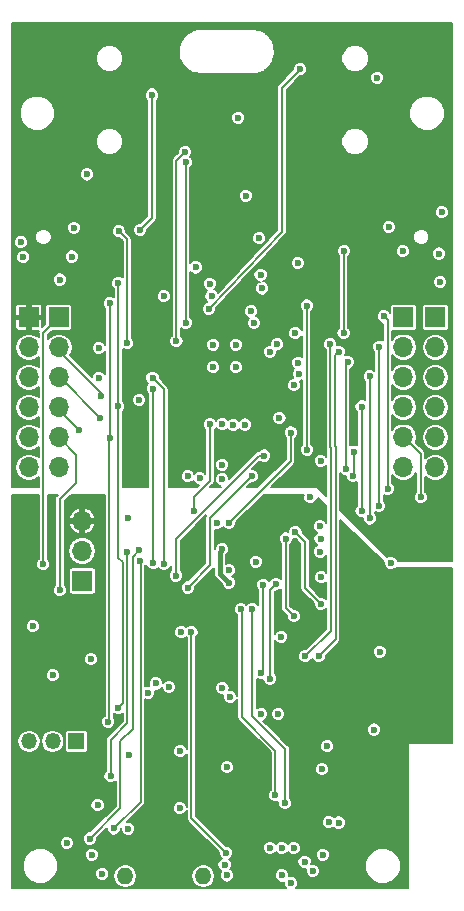
<source format=gbr>
G04 #@! TF.GenerationSoftware,KiCad,Pcbnew,(5.0.1-3-g963ef8bb5)*
G04 #@! TF.CreationDate,2019-01-09T16:01:24-05:00*
G04 #@! TF.ProjectId,Tympan_D_3,54796D70616E5F445F332E6B69636164,rev?*
G04 #@! TF.SameCoordinates,PX6d878d0PY72e6100*
G04 #@! TF.FileFunction,Copper,L2,Inr,Plane*
G04 #@! TF.FilePolarity,Positive*
%FSLAX46Y46*%
G04 Gerber Fmt 4.6, Leading zero omitted, Abs format (unit mm)*
G04 Created by KiCad (PCBNEW (5.0.1-3-g963ef8bb5)) date Wednesday, January 09, 2019 at 04:01:24 PM*
%MOMM*%
%LPD*%
G01*
G04 APERTURE LIST*
G04 #@! TA.AperFunction,ViaPad*
%ADD10O,1.400000X1.400000*%
G04 #@! TD*
G04 #@! TA.AperFunction,ViaPad*
%ADD11R,1.700000X1.700000*%
G04 #@! TD*
G04 #@! TA.AperFunction,ViaPad*
%ADD12O,1.700000X1.700000*%
G04 #@! TD*
G04 #@! TA.AperFunction,ViaPad*
%ADD13R,1.350000X1.350000*%
G04 #@! TD*
G04 #@! TA.AperFunction,ViaPad*
%ADD14O,1.350000X1.350000*%
G04 #@! TD*
G04 #@! TA.AperFunction,ViaPad*
%ADD15C,0.600000*%
G04 #@! TD*
G04 #@! TA.AperFunction,Conductor*
%ADD16C,0.177800*%
G04 #@! TD*
G04 #@! TA.AperFunction,Conductor*
%ADD17C,0.203200*%
G04 #@! TD*
G04 #@! TA.AperFunction,Conductor*
%ADD18C,0.381000*%
G04 #@! TD*
G04 #@! TA.AperFunction,Conductor*
%ADD19C,0.200000*%
G04 #@! TD*
G04 APERTURE END LIST*
D10*
G04 #@! TO.N,Earth*
G04 #@! TO.C,P1*
X9950000Y1400000D03*
X16550000Y1400000D03*
G04 #@! TD*
D11*
G04 #@! TO.N,GND*
G04 #@! TO.C,RV1*
X6300000Y26375000D03*
D12*
G04 #@! TO.N,/POT*
X6300000Y28915000D03*
G04 #@! TO.N,+3V3*
X6300000Y31455000D03*
G04 #@! TD*
D11*
G04 #@! TO.N,+3V3*
G04 #@! TO.C,P3*
X36200000Y48700000D03*
D12*
G04 #@! TO.N,/DOUT_1*
X36200000Y46160000D03*
G04 #@! TO.N,/DIN_1*
X36200000Y43620000D03*
G04 #@! TO.N,/SDA2*
X36200000Y41080000D03*
G04 #@! TO.N,/SCL2*
X36200000Y38540000D03*
G04 #@! TO.N,GND*
X36200000Y36000000D03*
G04 #@! TD*
D11*
G04 #@! TO.N,/M_BIAS_1*
G04 #@! TO.C,P4*
X4318000Y48700000D03*
D12*
G04 #@! TO.N,/MCLK*
X4318000Y46160000D03*
G04 #@! TO.N,/BCLK*
X4318000Y43620000D03*
G04 #@! TO.N,/WCLK*
X4318000Y41080000D03*
G04 #@! TO.N,/nRESET_1*
X4318000Y38540000D03*
G04 #@! TO.N,GND*
X4318000Y36000000D03*
G04 #@! TD*
D11*
G04 #@! TO.N,+1V8*
G04 #@! TO.C,P5*
X1778000Y48700000D03*
D12*
G04 #@! TO.N,Net-(C23-Pad2)*
X1778000Y46160000D03*
G04 #@! TO.N,Net-(C24-Pad2)*
X1778000Y43620000D03*
G04 #@! TO.N,Net-(C25-Pad2)*
X1778000Y41080000D03*
G04 #@! TO.N,Net-(C26-Pad2)*
X1778000Y38540000D03*
G04 #@! TO.N,GND*
X1778000Y36000000D03*
G04 #@! TD*
D11*
G04 #@! TO.N,/TX_3*
G04 #@! TO.C,P2*
X33500000Y48707000D03*
D12*
G04 #@! TO.N,/RX_3*
X33500000Y46167000D03*
G04 #@! TO.N,/MISO_2*
X33500000Y43627000D03*
G04 #@! TO.N,/MOSI_2*
X33500000Y41087000D03*
G04 #@! TO.N,/SCK_2*
X33500000Y38547000D03*
G04 #@! TO.N,/SS_2*
X33500000Y36007000D03*
G04 #@! TD*
D13*
G04 #@! TO.N,VPP*
G04 #@! TO.C,P6*
X5800000Y12800000D03*
D14*
X3800000Y12800000D03*
G04 #@! TO.N,GND*
X1800000Y12800000D03*
G04 #@! TD*
D15*
G04 #@! TO.N,GND*
X10175000Y31675000D03*
X17000000Y49400000D03*
X18350000Y2350000D03*
X14550000Y7150000D03*
X36750000Y57600000D03*
X32250000Y56350000D03*
X1100000Y55050000D03*
X5600000Y56300000D03*
X27050000Y12400000D03*
X11900000Y16900000D03*
X32425000Y27925000D03*
X17394600Y44483000D03*
X19294600Y44483000D03*
X19294600Y46383000D03*
X17394600Y46383000D03*
X23000000Y40175000D03*
X14700000Y22049999D03*
X24766379Y69718390D03*
X21550000Y51150000D03*
X20600000Y49200008D03*
G04 #@! TO.N,+3V3*
X18200000Y8900000D03*
X36600000Y51700000D03*
X4400000Y51900000D03*
X3800000Y19550000D03*
X3900000Y22500000D03*
X15250000Y28550000D03*
X19400000Y3700000D03*
X24275000Y27750000D03*
X24225000Y42950000D03*
X24550000Y53299998D03*
X13200000Y50500000D03*
G04 #@! TO.N,VPP*
X31000000Y13800000D03*
X3800000Y18400000D03*
X7050000Y19750000D03*
G04 #@! TO.N,+1V8*
X12950000Y59050000D03*
X34800000Y29000000D03*
X34800000Y30300000D03*
X16100000Y50600000D03*
X13600000Y48500000D03*
X15075000Y40800000D03*
G04 #@! TO.N,/IN2_L*
X33450000Y54300000D03*
X28475000Y54325000D03*
X24350000Y47350000D03*
X28425000Y47375000D03*
G04 #@! TO.N,Net-(C17-Pad2)*
X36500000Y54100000D03*
G04 #@! TO.N,/IN2_R*
X5400000Y53850000D03*
X21300000Y55400000D03*
X20850000Y48225000D03*
G04 #@! TO.N,Net-(C19-Pad2)*
X1300000Y53800000D03*
G04 #@! TO.N,+BATT*
X7600000Y7400000D03*
G04 #@! TO.N,Net-(J1-Pad3)*
X19500000Y65600000D03*
X31275000Y69000000D03*
G04 #@! TO.N,/MICDET*
X9400000Y56000000D03*
X10100000Y46500000D03*
G04 #@! TO.N,/BT_TX*
X11087500Y28962500D03*
X25825000Y1825000D03*
X6925000Y4575000D03*
G04 #@! TO.N,/BT_RX*
X11225000Y28075000D03*
X8975000Y5425000D03*
X26675000Y3200000D03*
G04 #@! TO.N,/BT_nRESET*
X22650000Y8225000D03*
X28000000Y5925000D03*
X19750000Y23975000D03*
G04 #@! TO.N,/BCLK*
X18175000Y39650000D03*
X18150000Y36225000D03*
X7800000Y40200000D03*
G04 #@! TO.N,/MCLK*
X17125000Y39650000D03*
X15725000Y32300000D03*
X7900000Y42000000D03*
G04 #@! TO.N,/BT_RTS*
X27175000Y5950000D03*
X23475000Y7550000D03*
X20700000Y24025000D03*
G04 #@! TO.N,/BT_CTS*
X15550000Y22050000D03*
X18500000Y3375000D03*
X25125000Y2600000D03*
G04 #@! TO.N,/WCLK*
X19075000Y39575000D03*
X6000000Y39200000D03*
G04 #@! TO.N,/DIN*
X18150000Y34975000D03*
X20075000Y39625000D03*
G04 #@! TO.N,/nRESET*
X16250000Y35100000D03*
G04 #@! TO.N,/SCL/SS*
X12300000Y27900000D03*
X12275000Y42650000D03*
X24624996Y43900000D03*
G04 #@! TO.N,/SDA/MOSI*
X13225000Y27800000D03*
X12250000Y43575000D03*
X24600000Y44850000D03*
G04 #@! TO.N,/DOUT*
X18725000Y31325000D03*
X23950000Y38950000D03*
G04 #@! TO.N,/IN1_L*
X26325000Y20000000D03*
X28025000Y45800000D03*
X22200000Y45800000D03*
X7700000Y43600000D03*
G04 #@! TO.N,/IN1_R*
X25200000Y20000000D03*
X27300000Y46425000D03*
X22825000Y46425000D03*
X7700000Y46100000D03*
G04 #@! TO.N,/LOL*
X9350000Y51600000D03*
X17100000Y51550000D03*
X9350000Y15650000D03*
X21450000Y15125000D03*
X9350000Y41175000D03*
G04 #@! TO.N,/LOR*
X22900000Y15125000D03*
X8500000Y14450000D03*
X8625000Y49900000D03*
X17250000Y50500000D03*
X8625000Y38450000D03*
G04 #@! TO.N,/HPL*
X15050000Y48250000D03*
X15050000Y61825000D03*
G04 #@! TO.N,/HPR*
X14275000Y46700000D03*
X15025000Y62700000D03*
G04 #@! TO.N,Net-(C1-Pad1)*
X18150000Y29050000D03*
X18700000Y26250000D03*
G04 #@! TO.N,Net-(C1-Pad2)*
X21000000Y28000000D03*
G04 #@! TO.N,Net-(C28-Pad2)*
X23150000Y21650000D03*
G04 #@! TO.N,Net-(IC1-PadA9)*
X15225000Y35250000D03*
G04 #@! TO.N,/CLK*
X26525000Y26700000D03*
G04 #@! TO.N,/USB0_D+*
X13650000Y17400000D03*
X22200000Y18100000D03*
X22700000Y26150000D03*
G04 #@! TO.N,/DAT0*
X26500000Y24450000D03*
X24350000Y30500000D03*
G04 #@! TO.N,/DAT1*
X24225000Y23400000D03*
X23525000Y29975000D03*
G04 #@! TO.N,Net-(IC1-PadD7)*
X17700000Y31300000D03*
G04 #@! TO.N,/DAT2*
X26425000Y31025000D03*
G04 #@! TO.N,/DAT3*
X26475000Y29950000D03*
G04 #@! TO.N,/CMD*
X26450000Y28875000D03*
G04 #@! TO.N,/USB0_D-*
X21625000Y26050000D03*
X21450000Y18575000D03*
X12525000Y17700000D03*
G04 #@! TO.N,Net-(IC1-PadH5)*
X18700000Y27300000D03*
G04 #@! TO.N,/PROG*
X31500000Y20400000D03*
G04 #@! TO.N,/V_USB*
X10300000Y11650000D03*
G04 #@! TO.N,Net-(C21-Pad1)*
X26600000Y10450000D03*
X14600000Y11950000D03*
G04 #@! TO.N,Net-(D6-Pad2)*
X23200000Y1450000D03*
G04 #@! TO.N,Net-(D6-Pad3)*
X24000000Y800000D03*
G04 #@! TO.N,Net-(D6-Pad4)*
X18550000Y1450000D03*
G04 #@! TO.N,Net-(F1-Pad1)*
X2100000Y22550000D03*
G04 #@! TO.N,/VREGEN*
X18550000Y10600000D03*
X8700000Y9850000D03*
X10125000Y28875000D03*
G04 #@! TO.N,/LED_0*
X22200000Y3800000D03*
G04 #@! TO.N,/LED_1*
X23200000Y3750000D03*
G04 #@! TO.N,/LED_2*
X24200000Y3750000D03*
G04 #@! TO.N,/M_BIAS*
X25300002Y49700000D03*
X25350000Y37500000D03*
G04 #@! TO.N,Net-(R16-Pad2)*
X15900000Y52925000D03*
X21400000Y52300000D03*
G04 #@! TO.N,/SS_2*
X26486166Y36550435D03*
G04 #@! TO.N,/SCK_2*
X25625000Y33475000D03*
X34950000Y33475000D03*
G04 #@! TO.N,/TX_3*
X31825000Y48775000D03*
X32150000Y34200000D03*
G04 #@! TO.N,/MISO_2*
X30650000Y31675000D03*
X30650000Y43700000D03*
G04 #@! TO.N,/MOSI_2*
X29950000Y32300000D03*
X29950000Y41150000D03*
G04 #@! TO.N,/RX_3*
X31425000Y46225000D03*
X31425000Y32725000D03*
G04 #@! TO.N,Net-(D1-Pad1)*
X8000000Y1600000D03*
X5000000Y4200000D03*
G04 #@! TO.N,/BT_PIO5*
X18175000Y17325000D03*
G04 #@! TO.N,/BT_PIO0*
X18825000Y16550000D03*
G04 #@! TO.N,/USB*
X10200000Y5400000D03*
X7100000Y3200000D03*
G04 #@! TO.N,Net-(C12-Pad2)*
X6700000Y60800000D03*
X20150000Y59000000D03*
G04 #@! TO.N,Net-(C13-Pad2)*
X12200000Y67500000D03*
X11200000Y56100000D03*
G04 #@! TO.N,/nRESET_1*
X4400000Y25600000D03*
G04 #@! TO.N,/DIN_1*
X11125000Y41700000D03*
G04 #@! TO.N,/DOUT_1*
X28599998Y35902058D03*
X28775000Y44925000D03*
G04 #@! TO.N,/SDA2*
X14225000Y26825000D03*
X21700000Y37000000D03*
G04 #@! TO.N,/SCL2*
X29275000Y37325000D03*
X29225000Y35250002D03*
X15225000Y25825000D03*
X20650002Y35250002D03*
G04 #@! TO.N,/M_BIAS_1*
X3000000Y27800000D03*
G04 #@! TD*
D16*
G04 #@! TO.N,GND*
X17000000Y49400000D02*
X23200000Y55950000D01*
D17*
X24466380Y69418391D02*
X24766379Y69718390D01*
X23200000Y55950000D02*
X23200000Y68152011D01*
X23200000Y68152011D02*
X24466380Y69418391D01*
G04 #@! TO.N,/IN2_L*
X28450000Y54300000D02*
X28475000Y54325000D01*
X28425000Y54275000D02*
X28475000Y54325000D01*
X28425000Y47375000D02*
X28425000Y54275000D01*
D16*
G04 #@! TO.N,/MICDET*
X10100000Y55300000D02*
X9400000Y56000000D01*
X10100000Y46500000D02*
X10100000Y55300000D01*
D17*
G04 #@! TO.N,/BT_TX*
X9525000Y12800000D02*
X10575000Y13850000D01*
X6925000Y4575000D02*
X9525000Y7175000D01*
X9525000Y7175000D02*
X9525000Y12800000D01*
X10575000Y28450000D02*
X11087500Y28962500D01*
X10575000Y13850000D02*
X10575000Y28450000D01*
G04 #@! TO.N,/BT_RX*
X11250000Y7700000D02*
X11250000Y28075000D01*
X8975000Y5425000D02*
X11250000Y7700000D01*
G04 #@! TO.N,/BT_nRESET*
X19825000Y14850000D02*
X19825000Y23900000D01*
X19825000Y23900000D02*
X19750000Y23975000D01*
X19825000Y14850000D02*
X22650000Y12025000D01*
X22650000Y12025000D02*
X22650000Y8225000D01*
G04 #@! TO.N,/BCLK*
X4380000Y43620000D02*
X4318000Y43620000D01*
X7800000Y40200000D02*
X4380000Y43620000D01*
G04 #@! TO.N,/MCLK*
X15725000Y33475000D02*
X15725000Y32300000D01*
X17125000Y34875000D02*
X15725000Y33475000D01*
X17125000Y39650000D02*
X17125000Y34875000D01*
X4318000Y45882000D02*
X4318000Y46160000D01*
X7900000Y42300000D02*
X4318000Y45882000D01*
X7900000Y42000000D02*
X7900000Y42300000D01*
G04 #@! TO.N,/BT_RTS*
X23475000Y7550000D02*
X23475000Y12150000D01*
X23475000Y12150000D02*
X20700000Y14925000D01*
X20700000Y14925000D02*
X20700000Y24025000D01*
G04 #@! TO.N,/BT_CTS*
X15550000Y6325000D02*
X15550000Y22050000D01*
X18500000Y3375000D02*
X15550000Y6325000D01*
G04 #@! TO.N,/WCLK*
X4318000Y40882000D02*
X4318000Y41080000D01*
X6000000Y39200000D02*
X4318000Y40882000D01*
G04 #@! TO.N,/SCL/SS*
X12300000Y27900000D02*
X12300000Y42625000D01*
X12300000Y42625000D02*
X12275000Y42650000D01*
G04 #@! TO.N,/SDA/MOSI*
X13225000Y27800000D02*
X13225000Y37600000D01*
X13225000Y37600000D02*
X13225000Y42600000D01*
X13225000Y42600000D02*
X12250000Y43575000D01*
G04 #@! TO.N,/DOUT*
X23950000Y38525736D02*
X23950000Y38950000D01*
X23950000Y36550000D02*
X23950000Y38525736D01*
X18725000Y31325000D02*
X23950000Y36550000D01*
G04 #@! TO.N,/IN1_L*
X27764811Y37787901D02*
X27703202Y37849510D01*
X27764812Y21439812D02*
X27764811Y37787901D01*
X27725001Y45500001D02*
X28025000Y45800000D01*
X26325000Y20000000D02*
X27764812Y21439812D01*
X27703202Y37849510D02*
X27703202Y45478202D01*
X27703202Y45478202D02*
X27725001Y45500001D01*
G04 #@! TO.N,/IN1_R*
X25200000Y20000000D02*
X27381601Y22181601D01*
X27300000Y37710770D02*
X27300000Y46000736D01*
X27381601Y22181601D02*
X27381601Y37629169D01*
X27381601Y37629169D02*
X27300000Y37710770D01*
X27300000Y46000736D02*
X27300000Y46425000D01*
D16*
G04 #@! TO.N,/LOL*
X9350000Y51600000D02*
X9350000Y41175000D01*
D17*
X9350000Y15650000D02*
X9721798Y16021798D01*
X9721798Y16021798D02*
X9721798Y27978202D01*
X9721798Y27978202D02*
X9350000Y28350000D01*
X9350000Y28350000D02*
X9350000Y41175000D01*
D16*
G04 #@! TO.N,/LOR*
X8625000Y49475736D02*
X8626712Y49474024D01*
X8625000Y38874264D02*
X8625000Y38450000D01*
X8625000Y49900000D02*
X8625000Y49475736D01*
X8626712Y38875976D02*
X8625000Y38874264D01*
X8626712Y49474024D02*
X8626712Y38875976D01*
X8600000Y14550000D02*
X8500000Y14450000D01*
X8600000Y38425000D02*
X8600000Y14550000D01*
X8625000Y38450000D02*
X8600000Y38425000D01*
G04 #@! TO.N,/HPL*
X15050000Y61825000D02*
X15050000Y48250000D01*
G04 #@! TO.N,/HPR*
X15025000Y62700000D02*
X14275000Y61950000D01*
X14275000Y61950000D02*
X14275000Y46700000D01*
D18*
G04 #@! TO.N,Net-(C1-Pad1)*
X18700000Y26250000D02*
X17950000Y27000000D01*
X17950000Y28850000D02*
X18150000Y29050000D01*
X17950000Y27000000D02*
X17950000Y28850000D01*
D17*
G04 #@! TO.N,/USB0_D+*
X22250000Y18050000D02*
X22200000Y18100000D01*
X22200000Y18100000D02*
X22250000Y18050000D01*
X22700000Y26150000D02*
X22200000Y25650000D01*
X22200000Y25650000D02*
X22200000Y18100000D01*
G04 #@! TO.N,/DAT0*
X25175000Y25775000D02*
X26500000Y24450000D01*
X25175000Y29675000D02*
X25175000Y25775000D01*
X24350000Y30500000D02*
X25175000Y29675000D01*
G04 #@! TO.N,/DAT1*
X23525000Y24100000D02*
X24225000Y23400000D01*
X23525000Y29975000D02*
X23525000Y24100000D01*
G04 #@! TO.N,/USB0_D-*
X21625000Y18575000D02*
X21450000Y18575000D01*
X21625000Y26050000D02*
X21625000Y18575000D01*
G04 #@! TO.N,/VREGEN*
X8700000Y9850000D02*
X8700000Y12950000D01*
X8700000Y12950000D02*
X10125000Y14375000D01*
X10125000Y14375000D02*
X10125000Y28875000D01*
G04 #@! TO.N,/M_BIAS*
X25300002Y49700000D02*
X25300002Y37549998D01*
X25300002Y37549998D02*
X25350000Y37500000D01*
G04 #@! TO.N,/SCK_2*
X34950000Y33475000D02*
X34950000Y37165000D01*
X33500000Y38615000D02*
X34950000Y37165000D01*
G04 #@! TO.N,/TX_3*
X32150000Y48450000D02*
X31825000Y48775000D01*
X32150000Y34200000D02*
X32150000Y48450000D01*
G04 #@! TO.N,/MISO_2*
X30650000Y31675000D02*
X30650000Y43700000D01*
G04 #@! TO.N,/MOSI_2*
X29950000Y32300000D02*
X29950000Y41150000D01*
G04 #@! TO.N,/RX_3*
X31425000Y32725000D02*
X31425000Y46225000D01*
G04 #@! TO.N,Net-(C13-Pad2)*
X11200000Y56100000D02*
X12200000Y57100000D01*
D16*
X12200000Y67800000D02*
X12200000Y57400000D01*
D17*
X12200000Y57100000D02*
X12200000Y57400000D01*
G04 #@! TO.N,/nRESET_1*
X5800000Y37058000D02*
X4318000Y38540000D01*
X5800000Y34700000D02*
X5800000Y37058000D01*
X4400000Y33300000D02*
X5800000Y34700000D01*
X4400000Y25600000D02*
X4400000Y33300000D01*
G04 #@! TO.N,/DOUT_1*
X28599998Y35902058D02*
X28599998Y44749998D01*
X28599998Y44749998D02*
X28775000Y44925000D01*
G04 #@! TO.N,/SDA2*
X14225000Y29949264D02*
X21275736Y37000000D01*
X14225000Y26825000D02*
X14225000Y29949264D01*
X21275736Y37000000D02*
X21700000Y37000000D01*
G04 #@! TO.N,/SCL2*
X29275000Y37325000D02*
X29275000Y37325000D01*
X29275000Y35300002D02*
X29225000Y35250002D01*
X29275000Y37325000D02*
X29275000Y35300002D01*
X17118399Y27718399D02*
X17118399Y31718399D01*
X17118399Y31718399D02*
X20650002Y35250002D01*
X15225000Y25825000D02*
X17118399Y27718399D01*
G04 #@! TO.N,/M_BIAS_1*
X3000000Y47382000D02*
X4318000Y48700000D01*
X3000000Y27800000D02*
X3000000Y47382000D01*
G04 #@! TD*
D19*
G04 #@! TO.N,+1V8*
G36*
X37625000Y28100000D02*
X33001948Y28100000D01*
X32933656Y28264873D01*
X32764873Y28433656D01*
X32544347Y28525000D01*
X32305653Y28525000D01*
X32101135Y28440287D01*
X28166410Y32375012D01*
X28166410Y35487117D01*
X28260125Y35393402D01*
X28480651Y35302058D01*
X28625000Y35302058D01*
X28625000Y35130655D01*
X28716344Y34910129D01*
X28885127Y34741346D01*
X29105653Y34650002D01*
X29344347Y34650002D01*
X29548400Y34734523D01*
X29548400Y32746929D01*
X29441344Y32639873D01*
X29350000Y32419347D01*
X29350000Y32180653D01*
X29441344Y31960127D01*
X29610127Y31791344D01*
X29830653Y31700000D01*
X30050000Y31700000D01*
X30050000Y31555653D01*
X30141344Y31335127D01*
X30310127Y31166344D01*
X30530653Y31075000D01*
X30769347Y31075000D01*
X30989873Y31166344D01*
X31158656Y31335127D01*
X31250000Y31555653D01*
X31250000Y31794347D01*
X31158656Y32014873D01*
X31051600Y32121929D01*
X31051600Y32249871D01*
X31085127Y32216344D01*
X31305653Y32125000D01*
X31544347Y32125000D01*
X31764873Y32216344D01*
X31933656Y32385127D01*
X32025000Y32605653D01*
X32025000Y32844347D01*
X31933656Y33064873D01*
X31826600Y33171929D01*
X31826600Y33684521D01*
X32030653Y33600000D01*
X32269347Y33600000D01*
X32489873Y33691344D01*
X32658656Y33860127D01*
X32750000Y34080653D01*
X32750000Y34319347D01*
X32658656Y34539873D01*
X32551600Y34646929D01*
X32551600Y35356437D01*
X32670897Y35177897D01*
X33051293Y34923724D01*
X33386739Y34857000D01*
X33613261Y34857000D01*
X33948707Y34923724D01*
X34329103Y35177897D01*
X34548401Y35506098D01*
X34548400Y33921929D01*
X34441344Y33814873D01*
X34350000Y33594347D01*
X34350000Y33355653D01*
X34441344Y33135127D01*
X34610127Y32966344D01*
X34830653Y32875000D01*
X35069347Y32875000D01*
X35289873Y32966344D01*
X35458656Y33135127D01*
X35550000Y33355653D01*
X35550000Y33594347D01*
X35458656Y33814873D01*
X35351600Y33921929D01*
X35351600Y35199777D01*
X35370897Y35170897D01*
X35751293Y34916724D01*
X36086739Y34850000D01*
X36313261Y34850000D01*
X36648707Y34916724D01*
X37029103Y35170897D01*
X37283276Y35551293D01*
X37372529Y36000000D01*
X37283276Y36448707D01*
X37029103Y36829103D01*
X36648707Y37083276D01*
X36313261Y37150000D01*
X36086739Y37150000D01*
X35751293Y37083276D01*
X35370897Y36829103D01*
X35351600Y36800223D01*
X35351600Y37125450D01*
X35359467Y37165000D01*
X35328298Y37321697D01*
X35261940Y37421008D01*
X35239537Y37454537D01*
X35206007Y37476941D01*
X34583505Y38099443D01*
X34671136Y38540000D01*
X35027471Y38540000D01*
X35116724Y38091293D01*
X35370897Y37710897D01*
X35751293Y37456724D01*
X36086739Y37390000D01*
X36313261Y37390000D01*
X36648707Y37456724D01*
X37029103Y37710897D01*
X37283276Y38091293D01*
X37372529Y38540000D01*
X37283276Y38988707D01*
X37029103Y39369103D01*
X36648707Y39623276D01*
X36313261Y39690000D01*
X36086739Y39690000D01*
X35751293Y39623276D01*
X35370897Y39369103D01*
X35116724Y38988707D01*
X35027471Y38540000D01*
X34671136Y38540000D01*
X34672529Y38547000D01*
X34583276Y38995707D01*
X34329103Y39376103D01*
X33948707Y39630276D01*
X33613261Y39697000D01*
X33386739Y39697000D01*
X33051293Y39630276D01*
X32670897Y39376103D01*
X32551600Y39197563D01*
X32551600Y40436437D01*
X32670897Y40257897D01*
X33051293Y40003724D01*
X33386739Y39937000D01*
X33613261Y39937000D01*
X33948707Y40003724D01*
X34329103Y40257897D01*
X34583276Y40638293D01*
X34671136Y41080000D01*
X35027471Y41080000D01*
X35116724Y40631293D01*
X35370897Y40250897D01*
X35751293Y39996724D01*
X36086739Y39930000D01*
X36313261Y39930000D01*
X36648707Y39996724D01*
X37029103Y40250897D01*
X37283276Y40631293D01*
X37372529Y41080000D01*
X37283276Y41528707D01*
X37029103Y41909103D01*
X36648707Y42163276D01*
X36313261Y42230000D01*
X36086739Y42230000D01*
X35751293Y42163276D01*
X35370897Y41909103D01*
X35116724Y41528707D01*
X35027471Y41080000D01*
X34671136Y41080000D01*
X34672529Y41087000D01*
X34583276Y41535707D01*
X34329103Y41916103D01*
X33948707Y42170276D01*
X33613261Y42237000D01*
X33386739Y42237000D01*
X33051293Y42170276D01*
X32670897Y41916103D01*
X32551600Y41737563D01*
X32551600Y42976437D01*
X32670897Y42797897D01*
X33051293Y42543724D01*
X33386739Y42477000D01*
X33613261Y42477000D01*
X33948707Y42543724D01*
X34329103Y42797897D01*
X34583276Y43178293D01*
X34671136Y43620000D01*
X35027471Y43620000D01*
X35116724Y43171293D01*
X35370897Y42790897D01*
X35751293Y42536724D01*
X36086739Y42470000D01*
X36313261Y42470000D01*
X36648707Y42536724D01*
X37029103Y42790897D01*
X37283276Y43171293D01*
X37372529Y43620000D01*
X37283276Y44068707D01*
X37029103Y44449103D01*
X36648707Y44703276D01*
X36313261Y44770000D01*
X36086739Y44770000D01*
X35751293Y44703276D01*
X35370897Y44449103D01*
X35116724Y44068707D01*
X35027471Y43620000D01*
X34671136Y43620000D01*
X34672529Y43627000D01*
X34583276Y44075707D01*
X34329103Y44456103D01*
X33948707Y44710276D01*
X33613261Y44777000D01*
X33386739Y44777000D01*
X33051293Y44710276D01*
X32670897Y44456103D01*
X32551600Y44277563D01*
X32551600Y45516437D01*
X32670897Y45337897D01*
X33051293Y45083724D01*
X33386739Y45017000D01*
X33613261Y45017000D01*
X33948707Y45083724D01*
X34329103Y45337897D01*
X34583276Y45718293D01*
X34671136Y46160000D01*
X35027471Y46160000D01*
X35116724Y45711293D01*
X35370897Y45330897D01*
X35751293Y45076724D01*
X36086739Y45010000D01*
X36313261Y45010000D01*
X36648707Y45076724D01*
X37029103Y45330897D01*
X37283276Y45711293D01*
X37372529Y46160000D01*
X37283276Y46608707D01*
X37029103Y46989103D01*
X36648707Y47243276D01*
X36313261Y47310000D01*
X36086739Y47310000D01*
X35751293Y47243276D01*
X35370897Y46989103D01*
X35116724Y46608707D01*
X35027471Y46160000D01*
X34671136Y46160000D01*
X34672529Y46167000D01*
X34583276Y46615707D01*
X34329103Y46996103D01*
X33948707Y47250276D01*
X33613261Y47317000D01*
X33386739Y47317000D01*
X33051293Y47250276D01*
X32670897Y46996103D01*
X32551600Y46817563D01*
X32551600Y47570696D01*
X32650000Y47551123D01*
X34350000Y47551123D01*
X34467054Y47574407D01*
X34566288Y47640712D01*
X34632593Y47739946D01*
X34655877Y47857000D01*
X34655877Y49550000D01*
X35044123Y49550000D01*
X35044123Y47850000D01*
X35067407Y47732946D01*
X35133712Y47633712D01*
X35232946Y47567407D01*
X35350000Y47544123D01*
X37050000Y47544123D01*
X37167054Y47567407D01*
X37266288Y47633712D01*
X37332593Y47732946D01*
X37355877Y47850000D01*
X37355877Y49550000D01*
X37332593Y49667054D01*
X37266288Y49766288D01*
X37167054Y49832593D01*
X37050000Y49855877D01*
X35350000Y49855877D01*
X35232946Y49832593D01*
X35133712Y49766288D01*
X35067407Y49667054D01*
X35044123Y49550000D01*
X34655877Y49550000D01*
X34655877Y49557000D01*
X34632593Y49674054D01*
X34566288Y49773288D01*
X34467054Y49839593D01*
X34350000Y49862877D01*
X32650000Y49862877D01*
X32532946Y49839593D01*
X32433712Y49773288D01*
X32367407Y49674054D01*
X32344123Y49557000D01*
X32344123Y49089603D01*
X32333656Y49114873D01*
X32164873Y49283656D01*
X31944347Y49375000D01*
X31705653Y49375000D01*
X31485127Y49283656D01*
X31316344Y49114873D01*
X31225000Y48894347D01*
X31225000Y48655653D01*
X31316344Y48435127D01*
X31485127Y48266344D01*
X31705653Y48175000D01*
X31748401Y48175000D01*
X31748401Y46740479D01*
X31544347Y46825000D01*
X31305653Y46825000D01*
X31085127Y46733656D01*
X30916344Y46564873D01*
X30825000Y46344347D01*
X30825000Y46105653D01*
X30916344Y45885127D01*
X31023401Y45778070D01*
X31023401Y44175128D01*
X30989873Y44208656D01*
X30769347Y44300000D01*
X30530653Y44300000D01*
X30310127Y44208656D01*
X30141344Y44039873D01*
X30050000Y43819347D01*
X30050000Y43580653D01*
X30141344Y43360127D01*
X30248401Y43253070D01*
X30248401Y41675834D01*
X30069347Y41750000D01*
X29830653Y41750000D01*
X29610127Y41658656D01*
X29441344Y41489873D01*
X29350000Y41269347D01*
X29350000Y41030653D01*
X29441344Y40810127D01*
X29548401Y40703070D01*
X29548401Y37861189D01*
X29394347Y37925000D01*
X29155653Y37925000D01*
X29001598Y37861189D01*
X29001598Y44369424D01*
X29114873Y44416344D01*
X29283656Y44585127D01*
X29375000Y44805653D01*
X29375000Y45044347D01*
X29283656Y45264873D01*
X29114873Y45433656D01*
X28894347Y45525000D01*
X28655653Y45525000D01*
X28540826Y45477438D01*
X28625000Y45680653D01*
X28625000Y45919347D01*
X28533656Y46139873D01*
X28364873Y46308656D01*
X28144347Y46400000D01*
X27905653Y46400000D01*
X27900000Y46397658D01*
X27900000Y46544347D01*
X27808656Y46764873D01*
X27639873Y46933656D01*
X27419347Y47025000D01*
X27180653Y47025000D01*
X26960127Y46933656D01*
X26791344Y46764873D01*
X26700000Y46544347D01*
X26700000Y46305653D01*
X26791344Y46085127D01*
X26898400Y45978071D01*
X26898400Y45961187D01*
X26898401Y45961182D01*
X26898400Y37750319D01*
X26890533Y37710770D01*
X26898400Y37671221D01*
X26921702Y37554075D01*
X26980002Y37466822D01*
X26980002Y36905128D01*
X26826039Y37059091D01*
X26605513Y37150435D01*
X26366819Y37150435D01*
X26146293Y37059091D01*
X25977510Y36890308D01*
X25886166Y36669782D01*
X25886166Y36431088D01*
X25977510Y36210562D01*
X26146293Y36041779D01*
X26366819Y35950435D01*
X26605513Y35950435D01*
X26826039Y36041779D01*
X26980002Y36195742D01*
X26980002Y33561420D01*
X26270711Y34270711D01*
X26238268Y34292388D01*
X26200000Y34300000D01*
X22267948Y34300000D01*
X24206008Y36238060D01*
X24239537Y36260463D01*
X24328298Y36393304D01*
X24351600Y36510450D01*
X24351600Y36510451D01*
X24359467Y36550000D01*
X24351600Y36589549D01*
X24351600Y38503071D01*
X24458656Y38610127D01*
X24550000Y38830653D01*
X24550000Y39069347D01*
X24458656Y39289873D01*
X24289873Y39458656D01*
X24069347Y39550000D01*
X23830653Y39550000D01*
X23610127Y39458656D01*
X23441344Y39289873D01*
X23350000Y39069347D01*
X23350000Y38830653D01*
X23441344Y38610127D01*
X23548400Y38503071D01*
X23548400Y38486187D01*
X23548401Y38486182D01*
X23548400Y36716348D01*
X21132052Y34300000D01*
X20267948Y34300000D01*
X20617950Y34650002D01*
X20769349Y34650002D01*
X20989875Y34741346D01*
X21158658Y34910129D01*
X21250002Y35130655D01*
X21250002Y35369349D01*
X21158658Y35589875D01*
X20989875Y35758658D01*
X20769349Y35850002D01*
X20693686Y35850002D01*
X21347578Y36503893D01*
X21360127Y36491344D01*
X21580653Y36400000D01*
X21819347Y36400000D01*
X22039873Y36491344D01*
X22208656Y36660127D01*
X22300000Y36880653D01*
X22300000Y37119347D01*
X22208656Y37339873D01*
X22039873Y37508656D01*
X21819347Y37600000D01*
X21580653Y37600000D01*
X21360127Y37508656D01*
X21257263Y37405792D01*
X21236190Y37401600D01*
X21236186Y37401600D01*
X21119040Y37378298D01*
X20986199Y37289537D01*
X20963795Y37256007D01*
X18750000Y35042212D01*
X18750000Y35094347D01*
X18658656Y35314873D01*
X18489873Y35483656D01*
X18269347Y35575000D01*
X18030653Y35575000D01*
X17810127Y35483656D01*
X17641344Y35314873D01*
X17550000Y35094347D01*
X17550000Y34855653D01*
X17641344Y34635127D01*
X17810127Y34466344D01*
X18030653Y34375000D01*
X18082788Y34375000D01*
X18007788Y34300000D01*
X17117949Y34300000D01*
X17381010Y34563061D01*
X17414537Y34585463D01*
X17447722Y34635127D01*
X17503297Y34718303D01*
X17503298Y34718304D01*
X17526600Y34835450D01*
X17526600Y34835451D01*
X17534467Y34875000D01*
X17526600Y34914549D01*
X17526600Y36344347D01*
X17550000Y36344347D01*
X17550000Y36105653D01*
X17641344Y35885127D01*
X17810127Y35716344D01*
X18030653Y35625000D01*
X18269347Y35625000D01*
X18489873Y35716344D01*
X18658656Y35885127D01*
X18750000Y36105653D01*
X18750000Y36344347D01*
X18658656Y36564873D01*
X18489873Y36733656D01*
X18269347Y36825000D01*
X18030653Y36825000D01*
X17810127Y36733656D01*
X17641344Y36564873D01*
X17550000Y36344347D01*
X17526600Y36344347D01*
X17526600Y39203071D01*
X17633656Y39310127D01*
X17650000Y39349585D01*
X17666344Y39310127D01*
X17835127Y39141344D01*
X18055653Y39050000D01*
X18294347Y39050000D01*
X18514873Y39141344D01*
X18587500Y39213971D01*
X18735127Y39066344D01*
X18955653Y38975000D01*
X19194347Y38975000D01*
X19414873Y39066344D01*
X19583656Y39235127D01*
X19593230Y39258241D01*
X19735127Y39116344D01*
X19955653Y39025000D01*
X20194347Y39025000D01*
X20414873Y39116344D01*
X20583656Y39285127D01*
X20675000Y39505653D01*
X20675000Y39744347D01*
X20583656Y39964873D01*
X20414873Y40133656D01*
X20194347Y40225000D01*
X19955653Y40225000D01*
X19735127Y40133656D01*
X19566344Y39964873D01*
X19556770Y39941759D01*
X19414873Y40083656D01*
X19194347Y40175000D01*
X18955653Y40175000D01*
X18735127Y40083656D01*
X18662500Y40011029D01*
X18514873Y40158656D01*
X18294347Y40250000D01*
X18055653Y40250000D01*
X17835127Y40158656D01*
X17666344Y39989873D01*
X17650000Y39950415D01*
X17633656Y39989873D01*
X17464873Y40158656D01*
X17244347Y40250000D01*
X17005653Y40250000D01*
X16785127Y40158656D01*
X16616344Y39989873D01*
X16525000Y39769347D01*
X16525000Y39530653D01*
X16616344Y39310127D01*
X16723400Y39203071D01*
X16723401Y35475128D01*
X16589873Y35608656D01*
X16369347Y35700000D01*
X16130653Y35700000D01*
X15910127Y35608656D01*
X15779841Y35478370D01*
X15733656Y35589873D01*
X15564873Y35758656D01*
X15344347Y35850000D01*
X15105653Y35850000D01*
X14885127Y35758656D01*
X14716344Y35589873D01*
X14625000Y35369347D01*
X14625000Y35130653D01*
X14716344Y34910127D01*
X14885127Y34741344D01*
X15105653Y34650000D01*
X15344347Y34650000D01*
X15564873Y34741344D01*
X15695159Y34871630D01*
X15741344Y34760127D01*
X15910127Y34591344D01*
X16130653Y34500000D01*
X16182051Y34500000D01*
X15982051Y34300000D01*
X13626600Y34300000D01*
X13626600Y40294347D01*
X22400000Y40294347D01*
X22400000Y40055653D01*
X22491344Y39835127D01*
X22660127Y39666344D01*
X22880653Y39575000D01*
X23119347Y39575000D01*
X23339873Y39666344D01*
X23508656Y39835127D01*
X23600000Y40055653D01*
X23600000Y40294347D01*
X23508656Y40514873D01*
X23339873Y40683656D01*
X23119347Y40775000D01*
X22880653Y40775000D01*
X22660127Y40683656D01*
X22491344Y40514873D01*
X22400000Y40294347D01*
X13626600Y40294347D01*
X13626600Y42560456D01*
X13634466Y42600001D01*
X13626600Y42639546D01*
X13626600Y42639550D01*
X13603298Y42756696D01*
X13514537Y42889537D01*
X13481007Y42911941D01*
X13323601Y43069347D01*
X23625000Y43069347D01*
X23625000Y42830653D01*
X23716344Y42610127D01*
X23885127Y42441344D01*
X24105653Y42350000D01*
X24344347Y42350000D01*
X24564873Y42441344D01*
X24733656Y42610127D01*
X24825000Y42830653D01*
X24825000Y43069347D01*
X24733656Y43289873D01*
X24723529Y43300000D01*
X24744343Y43300000D01*
X24898403Y43363813D01*
X24898403Y37896932D01*
X24841344Y37839873D01*
X24750000Y37619347D01*
X24750000Y37380653D01*
X24841344Y37160127D01*
X25010127Y36991344D01*
X25230653Y36900000D01*
X25469347Y36900000D01*
X25689873Y36991344D01*
X25858656Y37160127D01*
X25950000Y37380653D01*
X25950000Y37619347D01*
X25858656Y37839873D01*
X25701602Y37996927D01*
X25701602Y47494347D01*
X27825000Y47494347D01*
X27825000Y47255653D01*
X27916344Y47035127D01*
X28085127Y46866344D01*
X28305653Y46775000D01*
X28544347Y46775000D01*
X28764873Y46866344D01*
X28933656Y47035127D01*
X29025000Y47255653D01*
X29025000Y47494347D01*
X28933656Y47714873D01*
X28826600Y47821929D01*
X28826600Y51819347D01*
X36000000Y51819347D01*
X36000000Y51580653D01*
X36091344Y51360127D01*
X36260127Y51191344D01*
X36480653Y51100000D01*
X36719347Y51100000D01*
X36939873Y51191344D01*
X37108656Y51360127D01*
X37200000Y51580653D01*
X37200000Y51819347D01*
X37108656Y52039873D01*
X36939873Y52208656D01*
X36719347Y52300000D01*
X36480653Y52300000D01*
X36260127Y52208656D01*
X36091344Y52039873D01*
X36000000Y51819347D01*
X28826600Y51819347D01*
X28826600Y53828071D01*
X28983656Y53985127D01*
X29075000Y54205653D01*
X29075000Y54419347D01*
X32850000Y54419347D01*
X32850000Y54180653D01*
X32941344Y53960127D01*
X33110127Y53791344D01*
X33330653Y53700000D01*
X33569347Y53700000D01*
X33789873Y53791344D01*
X33958656Y53960127D01*
X34050000Y54180653D01*
X34050000Y54219347D01*
X35900000Y54219347D01*
X35900000Y53980653D01*
X35991344Y53760127D01*
X36160127Y53591344D01*
X36380653Y53500000D01*
X36619347Y53500000D01*
X36839873Y53591344D01*
X37008656Y53760127D01*
X37100000Y53980653D01*
X37100000Y54219347D01*
X37008656Y54439873D01*
X36839873Y54608656D01*
X36619347Y54700000D01*
X36380653Y54700000D01*
X36160127Y54608656D01*
X35991344Y54439873D01*
X35900000Y54219347D01*
X34050000Y54219347D01*
X34050000Y54419347D01*
X33958656Y54639873D01*
X33789873Y54808656D01*
X33569347Y54900000D01*
X33330653Y54900000D01*
X33110127Y54808656D01*
X32941344Y54639873D01*
X32850000Y54419347D01*
X29075000Y54419347D01*
X29075000Y54444347D01*
X28983656Y54664873D01*
X28814873Y54833656D01*
X28594347Y54925000D01*
X28355653Y54925000D01*
X28135127Y54833656D01*
X27966344Y54664873D01*
X27875000Y54444347D01*
X27875000Y54205653D01*
X27966344Y53985127D01*
X28023401Y53928070D01*
X28023400Y47821929D01*
X27916344Y47714873D01*
X27825000Y47494347D01*
X25701602Y47494347D01*
X25701602Y49253071D01*
X25808658Y49360127D01*
X25900002Y49580653D01*
X25900002Y49819347D01*
X25808658Y50039873D01*
X25639875Y50208656D01*
X25419349Y50300000D01*
X25180655Y50300000D01*
X24960129Y50208656D01*
X24791346Y50039873D01*
X24700002Y49819347D01*
X24700002Y49580653D01*
X24791346Y49360127D01*
X24898402Y49253071D01*
X24898402Y47593916D01*
X24858656Y47689873D01*
X24689873Y47858656D01*
X24469347Y47950000D01*
X24230653Y47950000D01*
X24010127Y47858656D01*
X23841344Y47689873D01*
X23750000Y47469347D01*
X23750000Y47230653D01*
X23841344Y47010127D01*
X24010127Y46841344D01*
X24230653Y46750000D01*
X24469347Y46750000D01*
X24689873Y46841344D01*
X24858656Y47010127D01*
X24898402Y47106084D01*
X24898402Y45375834D01*
X24719347Y45450000D01*
X24480653Y45450000D01*
X24260127Y45358656D01*
X24091344Y45189873D01*
X24000000Y44969347D01*
X24000000Y44730653D01*
X24091344Y44510127D01*
X24238969Y44362502D01*
X24116340Y44239873D01*
X24024996Y44019347D01*
X24024996Y43780653D01*
X24116340Y43560127D01*
X24126467Y43550000D01*
X24105653Y43550000D01*
X23885127Y43458656D01*
X23716344Y43289873D01*
X23625000Y43069347D01*
X13323601Y43069347D01*
X12850000Y43542948D01*
X12850000Y43694347D01*
X12758656Y43914873D01*
X12589873Y44083656D01*
X12369347Y44175000D01*
X12130653Y44175000D01*
X11910127Y44083656D01*
X11741344Y43914873D01*
X11650000Y43694347D01*
X11650000Y43455653D01*
X11741344Y43235127D01*
X11876471Y43100000D01*
X11766344Y42989873D01*
X11675000Y42769347D01*
X11675000Y42530653D01*
X11766344Y42310127D01*
X11898401Y42178070D01*
X11898400Y34300000D01*
X9751600Y34300000D01*
X9751600Y40728071D01*
X9858656Y40835127D01*
X9950000Y41055653D01*
X9950000Y41294347D01*
X9858656Y41514873D01*
X9738900Y41634629D01*
X9738900Y41819347D01*
X10525000Y41819347D01*
X10525000Y41580653D01*
X10616344Y41360127D01*
X10785127Y41191344D01*
X11005653Y41100000D01*
X11244347Y41100000D01*
X11464873Y41191344D01*
X11633656Y41360127D01*
X11725000Y41580653D01*
X11725000Y41819347D01*
X11633656Y42039873D01*
X11464873Y42208656D01*
X11244347Y42300000D01*
X11005653Y42300000D01*
X10785127Y42208656D01*
X10616344Y42039873D01*
X10525000Y41819347D01*
X9738900Y41819347D01*
X9738900Y44602347D01*
X16794600Y44602347D01*
X16794600Y44363653D01*
X16885944Y44143127D01*
X17054727Y43974344D01*
X17275253Y43883000D01*
X17513947Y43883000D01*
X17734473Y43974344D01*
X17903256Y44143127D01*
X17994600Y44363653D01*
X17994600Y44602347D01*
X18694600Y44602347D01*
X18694600Y44363653D01*
X18785944Y44143127D01*
X18954727Y43974344D01*
X19175253Y43883000D01*
X19413947Y43883000D01*
X19634473Y43974344D01*
X19803256Y44143127D01*
X19894600Y44363653D01*
X19894600Y44602347D01*
X19803256Y44822873D01*
X19634473Y44991656D01*
X19413947Y45083000D01*
X19175253Y45083000D01*
X18954727Y44991656D01*
X18785944Y44822873D01*
X18694600Y44602347D01*
X17994600Y44602347D01*
X17903256Y44822873D01*
X17734473Y44991656D01*
X17513947Y45083000D01*
X17275253Y45083000D01*
X17054727Y44991656D01*
X16885944Y44822873D01*
X16794600Y44602347D01*
X9738900Y44602347D01*
X9738900Y46012571D01*
X9760127Y45991344D01*
X9980653Y45900000D01*
X10219347Y45900000D01*
X10439873Y45991344D01*
X10608656Y46160127D01*
X10700000Y46380653D01*
X10700000Y46619347D01*
X10617159Y46819347D01*
X13675000Y46819347D01*
X13675000Y46580653D01*
X13766344Y46360127D01*
X13935127Y46191344D01*
X14155653Y46100000D01*
X14394347Y46100000D01*
X14614873Y46191344D01*
X14783656Y46360127D01*
X14842564Y46502347D01*
X16794600Y46502347D01*
X16794600Y46263653D01*
X16885944Y46043127D01*
X17054727Y45874344D01*
X17275253Y45783000D01*
X17513947Y45783000D01*
X17734473Y45874344D01*
X17903256Y46043127D01*
X17994600Y46263653D01*
X17994600Y46502347D01*
X18694600Y46502347D01*
X18694600Y46263653D01*
X18785944Y46043127D01*
X18954727Y45874344D01*
X19175253Y45783000D01*
X19413947Y45783000D01*
X19634473Y45874344D01*
X19679476Y45919347D01*
X21600000Y45919347D01*
X21600000Y45680653D01*
X21691344Y45460127D01*
X21860127Y45291344D01*
X22080653Y45200000D01*
X22319347Y45200000D01*
X22539873Y45291344D01*
X22708656Y45460127D01*
X22800000Y45680653D01*
X22800000Y45825000D01*
X22944347Y45825000D01*
X23164873Y45916344D01*
X23333656Y46085127D01*
X23425000Y46305653D01*
X23425000Y46544347D01*
X23333656Y46764873D01*
X23164873Y46933656D01*
X22944347Y47025000D01*
X22705653Y47025000D01*
X22485127Y46933656D01*
X22316344Y46764873D01*
X22225000Y46544347D01*
X22225000Y46400000D01*
X22080653Y46400000D01*
X21860127Y46308656D01*
X21691344Y46139873D01*
X21600000Y45919347D01*
X19679476Y45919347D01*
X19803256Y46043127D01*
X19894600Y46263653D01*
X19894600Y46502347D01*
X19803256Y46722873D01*
X19634473Y46891656D01*
X19413947Y46983000D01*
X19175253Y46983000D01*
X18954727Y46891656D01*
X18785944Y46722873D01*
X18694600Y46502347D01*
X17994600Y46502347D01*
X17903256Y46722873D01*
X17734473Y46891656D01*
X17513947Y46983000D01*
X17275253Y46983000D01*
X17054727Y46891656D01*
X16885944Y46722873D01*
X16794600Y46502347D01*
X14842564Y46502347D01*
X14875000Y46580653D01*
X14875000Y46819347D01*
X14783656Y47039873D01*
X14663900Y47159629D01*
X14663900Y47787571D01*
X14710127Y47741344D01*
X14930653Y47650000D01*
X15169347Y47650000D01*
X15389873Y47741344D01*
X15558656Y47910127D01*
X15650000Y48130653D01*
X15650000Y48369347D01*
X15558656Y48589873D01*
X15438900Y48709629D01*
X15438900Y49519347D01*
X16400000Y49519347D01*
X16400000Y49280653D01*
X16491344Y49060127D01*
X16660127Y48891344D01*
X16880653Y48800000D01*
X17119347Y48800000D01*
X17339873Y48891344D01*
X17508656Y49060127D01*
X17600000Y49280653D01*
X17600000Y49319355D01*
X20000000Y49319355D01*
X20000000Y49080661D01*
X20091344Y48860135D01*
X20260127Y48691352D01*
X20406991Y48630520D01*
X20341344Y48564873D01*
X20250000Y48344347D01*
X20250000Y48105653D01*
X20341344Y47885127D01*
X20510127Y47716344D01*
X20730653Y47625000D01*
X20969347Y47625000D01*
X21189873Y47716344D01*
X21358656Y47885127D01*
X21450000Y48105653D01*
X21450000Y48344347D01*
X21358656Y48564873D01*
X21189873Y48733656D01*
X21043009Y48794488D01*
X21108656Y48860135D01*
X21200000Y49080661D01*
X21200000Y49319355D01*
X21108656Y49539881D01*
X20939873Y49708664D01*
X20719347Y49800008D01*
X20480653Y49800008D01*
X20260127Y49708664D01*
X20091344Y49539881D01*
X20000000Y49319355D01*
X17600000Y49319355D01*
X17600000Y49468147D01*
X20393503Y52419347D01*
X20800000Y52419347D01*
X20800000Y52180653D01*
X20891344Y51960127D01*
X21060127Y51791344D01*
X21280653Y51700000D01*
X21309941Y51700000D01*
X21210127Y51658656D01*
X21041344Y51489873D01*
X20950000Y51269347D01*
X20950000Y51030653D01*
X21041344Y50810127D01*
X21210127Y50641344D01*
X21430653Y50550000D01*
X21669347Y50550000D01*
X21889873Y50641344D01*
X22058656Y50810127D01*
X22150000Y51030653D01*
X22150000Y51269347D01*
X22058656Y51489873D01*
X21889873Y51658656D01*
X21669347Y51750000D01*
X21640059Y51750000D01*
X21739873Y51791344D01*
X21908656Y51960127D01*
X22000000Y52180653D01*
X22000000Y52419347D01*
X21908656Y52639873D01*
X21739873Y52808656D01*
X21519347Y52900000D01*
X21280653Y52900000D01*
X21060127Y52808656D01*
X20891344Y52639873D01*
X20800000Y52419347D01*
X20393503Y52419347D01*
X21340066Y53419345D01*
X23950000Y53419345D01*
X23950000Y53180651D01*
X24041344Y52960125D01*
X24210127Y52791342D01*
X24430653Y52699998D01*
X24669347Y52699998D01*
X24889873Y52791342D01*
X25058656Y52960125D01*
X25150000Y53180651D01*
X25150000Y53419345D01*
X25058656Y53639871D01*
X24889873Y53808654D01*
X24669347Y53899998D01*
X24430653Y53899998D01*
X24210127Y53808654D01*
X24041344Y53639871D01*
X23950000Y53419345D01*
X21340066Y53419345D01*
X23413063Y55609365D01*
X23457772Y55639239D01*
X34300000Y55639239D01*
X34300000Y55360761D01*
X34406568Y55103482D01*
X34603482Y54906568D01*
X34860761Y54800000D01*
X35139239Y54800000D01*
X35396518Y54906568D01*
X35593432Y55103482D01*
X35700000Y55360761D01*
X35700000Y55639239D01*
X35593432Y55896518D01*
X35396518Y56093432D01*
X35139239Y56200000D01*
X34860761Y56200000D01*
X34603482Y56093432D01*
X34406568Y55896518D01*
X34300000Y55639239D01*
X23457772Y55639239D01*
X23489537Y55660463D01*
X23578298Y55793304D01*
X23601600Y55910450D01*
X23601600Y56469347D01*
X31650000Y56469347D01*
X31650000Y56230653D01*
X31741344Y56010127D01*
X31910127Y55841344D01*
X32130653Y55750000D01*
X32369347Y55750000D01*
X32589873Y55841344D01*
X32758656Y56010127D01*
X32850000Y56230653D01*
X32850000Y56469347D01*
X32758656Y56689873D01*
X32589873Y56858656D01*
X32369347Y56950000D01*
X32130653Y56950000D01*
X31910127Y56858656D01*
X31741344Y56689873D01*
X31650000Y56469347D01*
X23601600Y56469347D01*
X23601600Y57719347D01*
X36150000Y57719347D01*
X36150000Y57480653D01*
X36241344Y57260127D01*
X36410127Y57091344D01*
X36630653Y57000000D01*
X36869347Y57000000D01*
X37089873Y57091344D01*
X37258656Y57260127D01*
X37350000Y57480653D01*
X37350000Y57719347D01*
X37258656Y57939873D01*
X37089873Y58108656D01*
X36869347Y58200000D01*
X36630653Y58200000D01*
X36410127Y58108656D01*
X36241344Y57939873D01*
X36150000Y57719347D01*
X23601600Y57719347D01*
X23601600Y63828749D01*
X28250000Y63828749D01*
X28250000Y63371251D01*
X28425077Y62948577D01*
X28748577Y62625077D01*
X29171251Y62450000D01*
X29628749Y62450000D01*
X30051423Y62625077D01*
X30374923Y62948577D01*
X30550000Y63371251D01*
X30550000Y63828749D01*
X30374923Y64251423D01*
X30051423Y64574923D01*
X29628749Y64750000D01*
X29171251Y64750000D01*
X28748577Y64574923D01*
X28425077Y64251423D01*
X28250000Y63828749D01*
X23601600Y63828749D01*
X23601600Y66273369D01*
X34000000Y66273369D01*
X34000000Y65676631D01*
X34228361Y65125318D01*
X34650318Y64703361D01*
X35201631Y64475000D01*
X35798369Y64475000D01*
X36349682Y64703361D01*
X36771639Y65125318D01*
X37000000Y65676631D01*
X37000000Y66273369D01*
X36771639Y66824682D01*
X36349682Y67246639D01*
X35798369Y67475000D01*
X35201631Y67475000D01*
X34650318Y67246639D01*
X34228361Y66824682D01*
X34000000Y66273369D01*
X23601600Y66273369D01*
X23601600Y67985663D01*
X24734327Y69118390D01*
X24885726Y69118390D01*
X24888036Y69119347D01*
X30675000Y69119347D01*
X30675000Y68880653D01*
X30766344Y68660127D01*
X30935127Y68491344D01*
X31155653Y68400000D01*
X31394347Y68400000D01*
X31614873Y68491344D01*
X31783656Y68660127D01*
X31875000Y68880653D01*
X31875000Y69119347D01*
X31783656Y69339873D01*
X31614873Y69508656D01*
X31394347Y69600000D01*
X31155653Y69600000D01*
X30935127Y69508656D01*
X30766344Y69339873D01*
X30675000Y69119347D01*
X24888036Y69119347D01*
X25106252Y69209734D01*
X25275035Y69378517D01*
X25366379Y69599043D01*
X25366379Y69837737D01*
X25275035Y70058263D01*
X25106252Y70227046D01*
X24885726Y70318390D01*
X24647032Y70318390D01*
X24426506Y70227046D01*
X24257723Y70058263D01*
X24166379Y69837737D01*
X24166379Y69686338D01*
X22943991Y68463950D01*
X22910464Y68441548D01*
X22888062Y68408021D01*
X22888060Y68408019D01*
X22821703Y68308707D01*
X22790533Y68152011D01*
X22798401Y68112457D01*
X22798400Y56091454D01*
X17779593Y50789326D01*
X17758656Y50839873D01*
X17589873Y51008656D01*
X17460693Y51062164D01*
X17608656Y51210127D01*
X17700000Y51430653D01*
X17700000Y51669347D01*
X17608656Y51889873D01*
X17439873Y52058656D01*
X17219347Y52150000D01*
X16980653Y52150000D01*
X16760127Y52058656D01*
X16591344Y51889873D01*
X16500000Y51669347D01*
X16500000Y51430653D01*
X16591344Y51210127D01*
X16760127Y51041344D01*
X16889307Y50987836D01*
X16741344Y50839873D01*
X16650000Y50619347D01*
X16650000Y50380653D01*
X16741344Y50160127D01*
X16901471Y50000000D01*
X16880653Y50000000D01*
X16660127Y49908656D01*
X16491344Y49739873D01*
X16400000Y49519347D01*
X15438900Y49519347D01*
X15438900Y52537571D01*
X15560127Y52416344D01*
X15780653Y52325000D01*
X16019347Y52325000D01*
X16239873Y52416344D01*
X16408656Y52585127D01*
X16500000Y52805653D01*
X16500000Y53044347D01*
X16408656Y53264873D01*
X16239873Y53433656D01*
X16019347Y53525000D01*
X15780653Y53525000D01*
X15560127Y53433656D01*
X15438900Y53312429D01*
X15438900Y55519347D01*
X20700000Y55519347D01*
X20700000Y55280653D01*
X20791344Y55060127D01*
X20960127Y54891344D01*
X21180653Y54800000D01*
X21419347Y54800000D01*
X21639873Y54891344D01*
X21808656Y55060127D01*
X21900000Y55280653D01*
X21900000Y55519347D01*
X21808656Y55739873D01*
X21639873Y55908656D01*
X21419347Y56000000D01*
X21180653Y56000000D01*
X20960127Y55908656D01*
X20791344Y55739873D01*
X20700000Y55519347D01*
X15438900Y55519347D01*
X15438900Y59119347D01*
X19550000Y59119347D01*
X19550000Y58880653D01*
X19641344Y58660127D01*
X19810127Y58491344D01*
X20030653Y58400000D01*
X20269347Y58400000D01*
X20489873Y58491344D01*
X20658656Y58660127D01*
X20750000Y58880653D01*
X20750000Y59119347D01*
X20658656Y59339873D01*
X20489873Y59508656D01*
X20269347Y59600000D01*
X20030653Y59600000D01*
X19810127Y59508656D01*
X19641344Y59339873D01*
X19550000Y59119347D01*
X15438900Y59119347D01*
X15438900Y61365371D01*
X15558656Y61485127D01*
X15650000Y61705653D01*
X15650000Y61944347D01*
X15558656Y62164873D01*
X15448529Y62275000D01*
X15533656Y62360127D01*
X15625000Y62580653D01*
X15625000Y62819347D01*
X15533656Y63039873D01*
X15364873Y63208656D01*
X15144347Y63300000D01*
X14905653Y63300000D01*
X14685127Y63208656D01*
X14516344Y63039873D01*
X14425000Y62819347D01*
X14425000Y62649987D01*
X14027094Y62252081D01*
X13994619Y62230381D01*
X13908664Y62101740D01*
X13886100Y61988303D01*
X13886100Y61988298D01*
X13878482Y61950000D01*
X13886100Y61911701D01*
X13886101Y47159630D01*
X13766344Y47039873D01*
X13675000Y46819347D01*
X10617159Y46819347D01*
X10608656Y46839873D01*
X10488900Y46959629D01*
X10488900Y50619347D01*
X12600000Y50619347D01*
X12600000Y50380653D01*
X12691344Y50160127D01*
X12860127Y49991344D01*
X13080653Y49900000D01*
X13319347Y49900000D01*
X13539873Y49991344D01*
X13708656Y50160127D01*
X13800000Y50380653D01*
X13800000Y50619347D01*
X13708656Y50839873D01*
X13539873Y51008656D01*
X13319347Y51100000D01*
X13080653Y51100000D01*
X12860127Y51008656D01*
X12691344Y50839873D01*
X12600000Y50619347D01*
X10488900Y50619347D01*
X10488900Y55261702D01*
X10496518Y55300001D01*
X10488900Y55338299D01*
X10488900Y55338304D01*
X10466336Y55451741D01*
X10380381Y55580381D01*
X10347911Y55602077D01*
X10000000Y55949987D01*
X10000000Y56119347D01*
X9958580Y56219347D01*
X10600000Y56219347D01*
X10600000Y55980653D01*
X10691344Y55760127D01*
X10860127Y55591344D01*
X11080653Y55500000D01*
X11319347Y55500000D01*
X11539873Y55591344D01*
X11708656Y55760127D01*
X11800000Y55980653D01*
X11800000Y56132052D01*
X12456008Y56788060D01*
X12489537Y56810463D01*
X12578298Y56943304D01*
X12601600Y57060450D01*
X12601600Y57060451D01*
X12609467Y57100000D01*
X12601600Y57139550D01*
X12601600Y57439550D01*
X12588900Y57503397D01*
X12588900Y65719347D01*
X18900000Y65719347D01*
X18900000Y65480653D01*
X18991344Y65260127D01*
X19160127Y65091344D01*
X19380653Y65000000D01*
X19619347Y65000000D01*
X19839873Y65091344D01*
X20008656Y65260127D01*
X20100000Y65480653D01*
X20100000Y65719347D01*
X20008656Y65939873D01*
X19839873Y66108656D01*
X19619347Y66200000D01*
X19380653Y66200000D01*
X19160127Y66108656D01*
X18991344Y65939873D01*
X18900000Y65719347D01*
X12588900Y65719347D01*
X12588900Y67040371D01*
X12708656Y67160127D01*
X12800000Y67380653D01*
X12800000Y67619347D01*
X12708656Y67839873D01*
X12539873Y68008656D01*
X12523880Y68015280D01*
X12480381Y68080381D01*
X12351740Y68166336D01*
X12200000Y68196519D01*
X12048259Y68166336D01*
X11919619Y68080381D01*
X11876120Y68015281D01*
X11860127Y68008656D01*
X11691344Y67839873D01*
X11600000Y67619347D01*
X11600000Y67380653D01*
X11691344Y67160127D01*
X11811100Y67040371D01*
X11811101Y57503402D01*
X11798400Y57439550D01*
X11798400Y57266348D01*
X11232052Y56700000D01*
X11080653Y56700000D01*
X10860127Y56608656D01*
X10691344Y56439873D01*
X10600000Y56219347D01*
X9958580Y56219347D01*
X9908656Y56339873D01*
X9739873Y56508656D01*
X9519347Y56600000D01*
X9280653Y56600000D01*
X9060127Y56508656D01*
X8891344Y56339873D01*
X8800000Y56119347D01*
X8800000Y55880653D01*
X8891344Y55660127D01*
X9060127Y55491344D01*
X9280653Y55400000D01*
X9450013Y55400000D01*
X9711101Y55138911D01*
X9711101Y52087428D01*
X9689873Y52108656D01*
X9469347Y52200000D01*
X9230653Y52200000D01*
X9010127Y52108656D01*
X8841344Y51939873D01*
X8750000Y51719347D01*
X8750000Y51480653D01*
X8841344Y51260127D01*
X8961100Y51140371D01*
X8961100Y50410219D01*
X8744347Y50500000D01*
X8505653Y50500000D01*
X8285127Y50408656D01*
X8116344Y50239873D01*
X8025000Y50019347D01*
X8025000Y49780653D01*
X8116344Y49560127D01*
X8235372Y49441099D01*
X8236100Y49437438D01*
X8236100Y49437432D01*
X8237812Y49428826D01*
X8237812Y46369483D01*
X8208656Y46439873D01*
X8039873Y46608656D01*
X7819347Y46700000D01*
X7580653Y46700000D01*
X7360127Y46608656D01*
X7191344Y46439873D01*
X7100000Y46219347D01*
X7100000Y45980653D01*
X7191344Y45760127D01*
X7360127Y45591344D01*
X7580653Y45500000D01*
X7819347Y45500000D01*
X8039873Y45591344D01*
X8208656Y45760127D01*
X8237812Y45830517D01*
X8237813Y43869482D01*
X8208656Y43939873D01*
X8039873Y44108656D01*
X7819347Y44200000D01*
X7580653Y44200000D01*
X7360127Y44108656D01*
X7191344Y43939873D01*
X7100000Y43719347D01*
X7100000Y43667948D01*
X5263240Y45504708D01*
X5401276Y45711293D01*
X5490529Y46160000D01*
X5401276Y46608707D01*
X5147103Y46989103D01*
X4766707Y47243276D01*
X4431261Y47310000D01*
X4204739Y47310000D01*
X3869293Y47243276D01*
X3488897Y46989103D01*
X3401600Y46858454D01*
X3401600Y47215652D01*
X3730071Y47544123D01*
X5168000Y47544123D01*
X5285054Y47567407D01*
X5384288Y47633712D01*
X5450593Y47732946D01*
X5473877Y47850000D01*
X5473877Y49550000D01*
X5450593Y49667054D01*
X5384288Y49766288D01*
X5285054Y49832593D01*
X5168000Y49855877D01*
X3468000Y49855877D01*
X3350946Y49832593D01*
X3251712Y49766288D01*
X3185407Y49667054D01*
X3162123Y49550000D01*
X3162123Y48112071D01*
X2928000Y47877948D01*
X2928000Y48475000D01*
X2853000Y48550000D01*
X1928000Y48550000D01*
X1928000Y47625000D01*
X2003000Y47550000D01*
X2629256Y47550000D01*
X2621703Y47538696D01*
X2590533Y47382000D01*
X2598401Y47342446D01*
X2598401Y46994918D01*
X2226707Y47243276D01*
X1891261Y47310000D01*
X1664739Y47310000D01*
X1329293Y47243276D01*
X948897Y46989103D01*
X694724Y46608707D01*
X605471Y46160000D01*
X694724Y45711293D01*
X948897Y45330897D01*
X1329293Y45076724D01*
X1664739Y45010000D01*
X1891261Y45010000D01*
X2226707Y45076724D01*
X2598401Y45325082D01*
X2598401Y44454918D01*
X2226707Y44703276D01*
X1891261Y44770000D01*
X1664739Y44770000D01*
X1329293Y44703276D01*
X948897Y44449103D01*
X694724Y44068707D01*
X605471Y43620000D01*
X694724Y43171293D01*
X948897Y42790897D01*
X1329293Y42536724D01*
X1664739Y42470000D01*
X1891261Y42470000D01*
X2226707Y42536724D01*
X2598401Y42785082D01*
X2598401Y41914918D01*
X2226707Y42163276D01*
X1891261Y42230000D01*
X1664739Y42230000D01*
X1329293Y42163276D01*
X948897Y41909103D01*
X694724Y41528707D01*
X605471Y41080000D01*
X694724Y40631293D01*
X948897Y40250897D01*
X1329293Y39996724D01*
X1664739Y39930000D01*
X1891261Y39930000D01*
X2226707Y39996724D01*
X2598401Y40245082D01*
X2598401Y39374918D01*
X2226707Y39623276D01*
X1891261Y39690000D01*
X1664739Y39690000D01*
X1329293Y39623276D01*
X948897Y39369103D01*
X694724Y38988707D01*
X605471Y38540000D01*
X694724Y38091293D01*
X948897Y37710897D01*
X1329293Y37456724D01*
X1664739Y37390000D01*
X1891261Y37390000D01*
X2226707Y37456724D01*
X2598401Y37705082D01*
X2598400Y36834918D01*
X2226707Y37083276D01*
X1891261Y37150000D01*
X1664739Y37150000D01*
X1329293Y37083276D01*
X948897Y36829103D01*
X694724Y36448707D01*
X605471Y36000000D01*
X694724Y35551293D01*
X948897Y35170897D01*
X1329293Y34916724D01*
X1664739Y34850000D01*
X1891261Y34850000D01*
X2226707Y34916724D01*
X2598400Y35165082D01*
X2598400Y34300000D01*
X375000Y34300000D01*
X375000Y48475000D01*
X628000Y48475000D01*
X628000Y47790327D01*
X673672Y47680064D01*
X758063Y47595672D01*
X868326Y47550000D01*
X1553000Y47550000D01*
X1628000Y47625000D01*
X1628000Y48550000D01*
X703000Y48550000D01*
X628000Y48475000D01*
X375000Y48475000D01*
X375000Y49609673D01*
X628000Y49609673D01*
X628000Y48925000D01*
X703000Y48850000D01*
X1628000Y48850000D01*
X1628000Y49775000D01*
X1928000Y49775000D01*
X1928000Y48850000D01*
X2853000Y48850000D01*
X2928000Y48925000D01*
X2928000Y49609673D01*
X2882328Y49719936D01*
X2797937Y49804328D01*
X2687674Y49850000D01*
X2003000Y49850000D01*
X1928000Y49775000D01*
X1628000Y49775000D01*
X1553000Y49850000D01*
X868326Y49850000D01*
X758063Y49804328D01*
X673672Y49719936D01*
X628000Y49609673D01*
X375000Y49609673D01*
X375000Y52019347D01*
X3800000Y52019347D01*
X3800000Y51780653D01*
X3891344Y51560127D01*
X4060127Y51391344D01*
X4280653Y51300000D01*
X4519347Y51300000D01*
X4739873Y51391344D01*
X4908656Y51560127D01*
X5000000Y51780653D01*
X5000000Y52019347D01*
X4908656Y52239873D01*
X4739873Y52408656D01*
X4519347Y52500000D01*
X4280653Y52500000D01*
X4060127Y52408656D01*
X3891344Y52239873D01*
X3800000Y52019347D01*
X375000Y52019347D01*
X375000Y53919347D01*
X700000Y53919347D01*
X700000Y53680653D01*
X791344Y53460127D01*
X960127Y53291344D01*
X1180653Y53200000D01*
X1419347Y53200000D01*
X1639873Y53291344D01*
X1808656Y53460127D01*
X1900000Y53680653D01*
X1900000Y53919347D01*
X1879290Y53969347D01*
X4800000Y53969347D01*
X4800000Y53730653D01*
X4891344Y53510127D01*
X5060127Y53341344D01*
X5280653Y53250000D01*
X5519347Y53250000D01*
X5739873Y53341344D01*
X5908656Y53510127D01*
X6000000Y53730653D01*
X6000000Y53969347D01*
X5908656Y54189873D01*
X5739873Y54358656D01*
X5519347Y54450000D01*
X5280653Y54450000D01*
X5060127Y54358656D01*
X4891344Y54189873D01*
X4800000Y53969347D01*
X1879290Y53969347D01*
X1808656Y54139873D01*
X1639873Y54308656D01*
X1419347Y54400000D01*
X1180653Y54400000D01*
X960127Y54308656D01*
X791344Y54139873D01*
X700000Y53919347D01*
X375000Y53919347D01*
X375000Y55169347D01*
X500000Y55169347D01*
X500000Y54930653D01*
X591344Y54710127D01*
X760127Y54541344D01*
X980653Y54450000D01*
X1219347Y54450000D01*
X1439873Y54541344D01*
X1608656Y54710127D01*
X1700000Y54930653D01*
X1700000Y55169347D01*
X1608656Y55389873D01*
X1439873Y55558656D01*
X1245327Y55639239D01*
X2300000Y55639239D01*
X2300000Y55360761D01*
X2406568Y55103482D01*
X2603482Y54906568D01*
X2860761Y54800000D01*
X3139239Y54800000D01*
X3396518Y54906568D01*
X3593432Y55103482D01*
X3700000Y55360761D01*
X3700000Y55639239D01*
X3593432Y55896518D01*
X3396518Y56093432D01*
X3139239Y56200000D01*
X2860761Y56200000D01*
X2603482Y56093432D01*
X2406568Y55896518D01*
X2300000Y55639239D01*
X1245327Y55639239D01*
X1219347Y55650000D01*
X980653Y55650000D01*
X760127Y55558656D01*
X591344Y55389873D01*
X500000Y55169347D01*
X375000Y55169347D01*
X375000Y56419347D01*
X5000000Y56419347D01*
X5000000Y56180653D01*
X5091344Y55960127D01*
X5260127Y55791344D01*
X5480653Y55700000D01*
X5719347Y55700000D01*
X5939873Y55791344D01*
X6108656Y55960127D01*
X6200000Y56180653D01*
X6200000Y56419347D01*
X6108656Y56639873D01*
X5939873Y56808656D01*
X5719347Y56900000D01*
X5480653Y56900000D01*
X5260127Y56808656D01*
X5091344Y56639873D01*
X5000000Y56419347D01*
X375000Y56419347D01*
X375000Y60919347D01*
X6100000Y60919347D01*
X6100000Y60680653D01*
X6191344Y60460127D01*
X6360127Y60291344D01*
X6580653Y60200000D01*
X6819347Y60200000D01*
X7039873Y60291344D01*
X7208656Y60460127D01*
X7300000Y60680653D01*
X7300000Y60919347D01*
X7208656Y61139873D01*
X7039873Y61308656D01*
X6819347Y61400000D01*
X6580653Y61400000D01*
X6360127Y61308656D01*
X6191344Y61139873D01*
X6100000Y60919347D01*
X375000Y60919347D01*
X375000Y63828749D01*
X7450000Y63828749D01*
X7450000Y63371251D01*
X7625077Y62948577D01*
X7948577Y62625077D01*
X8371251Y62450000D01*
X8828749Y62450000D01*
X9251423Y62625077D01*
X9574923Y62948577D01*
X9750000Y63371251D01*
X9750000Y63828749D01*
X9574923Y64251423D01*
X9251423Y64574923D01*
X8828749Y64750000D01*
X8371251Y64750000D01*
X7948577Y64574923D01*
X7625077Y64251423D01*
X7450000Y63828749D01*
X375000Y63828749D01*
X375000Y66273369D01*
X1000000Y66273369D01*
X1000000Y65676631D01*
X1228361Y65125318D01*
X1650318Y64703361D01*
X2201631Y64475000D01*
X2798369Y64475000D01*
X3349682Y64703361D01*
X3771639Y65125318D01*
X4000000Y65676631D01*
X4000000Y66273369D01*
X3771639Y66824682D01*
X3349682Y67246639D01*
X2798369Y67475000D01*
X2201631Y67475000D01*
X1650318Y67246639D01*
X1228361Y66824682D01*
X1000000Y66273369D01*
X375000Y66273369D01*
X375000Y70828749D01*
X7450000Y70828749D01*
X7450000Y70371251D01*
X7625077Y69948577D01*
X7948577Y69625077D01*
X8371251Y69450000D01*
X8828749Y69450000D01*
X9251423Y69625077D01*
X9574923Y69948577D01*
X9750000Y70371251D01*
X9750000Y70828749D01*
X9574923Y71251423D01*
X9472181Y71354165D01*
X14456193Y71354165D01*
X14456193Y71285135D01*
X14499403Y70786233D01*
X14507236Y70755723D01*
X14509708Y70724318D01*
X14532068Y70659011D01*
X14734551Y70201003D01*
X14751844Y70174677D01*
X14764356Y70145763D01*
X14806665Y70091219D01*
X15146588Y69723494D01*
X15171476Y69704189D01*
X15192679Y69680887D01*
X15250374Y69642989D01*
X15691083Y69405195D01*
X15720884Y69394992D01*
X15748490Y69379815D01*
X15815351Y69362648D01*
X16309325Y69280428D01*
X16440675Y69280428D01*
X16497839Y69300000D01*
X20573927Y69300000D01*
X20665485Y69276492D01*
X20734514Y69276492D01*
X20996707Y69299200D01*
X21012037Y69303136D01*
X21027867Y69303136D01*
X21094727Y69320303D01*
X21567209Y69486227D01*
X21594810Y69501401D01*
X21624617Y69511606D01*
X21682312Y69549505D01*
X22075575Y69859529D01*
X22096774Y69882827D01*
X22121666Y69902135D01*
X22163974Y69956679D01*
X22435613Y70377372D01*
X22448122Y70406279D01*
X22465419Y70432611D01*
X22487779Y70497919D01*
X22569957Y70828749D01*
X28250000Y70828749D01*
X28250000Y70371251D01*
X28425077Y69948577D01*
X28748577Y69625077D01*
X29171251Y69450000D01*
X29628749Y69450000D01*
X30051423Y69625077D01*
X30374923Y69948577D01*
X30550000Y70371251D01*
X30550000Y70828749D01*
X30374923Y71251423D01*
X30051423Y71574923D01*
X29628749Y71750000D01*
X29171251Y71750000D01*
X28748577Y71574923D01*
X28425077Y71251423D01*
X28250000Y70828749D01*
X22569957Y70828749D01*
X22608502Y70983920D01*
X22610973Y71015321D01*
X22618808Y71045835D01*
X22618807Y71114865D01*
X22575597Y71613767D01*
X22567764Y71644277D01*
X22565292Y71675682D01*
X22542932Y71740989D01*
X22340449Y72198997D01*
X22323154Y72225327D01*
X22310643Y72254237D01*
X22268334Y72308781D01*
X21928412Y72676507D01*
X21903522Y72695814D01*
X21882321Y72719113D01*
X21824626Y72757011D01*
X21383917Y72994805D01*
X21354116Y73005008D01*
X21326510Y73020185D01*
X21259649Y73037352D01*
X20765675Y73119572D01*
X20634325Y73119572D01*
X20577161Y73100000D01*
X16501074Y73100000D01*
X16409516Y73123508D01*
X16340486Y73123508D01*
X16078294Y73100800D01*
X16062964Y73096864D01*
X16047133Y73096864D01*
X15980272Y73079697D01*
X15507791Y72913773D01*
X15480189Y72898599D01*
X15450383Y72888394D01*
X15392688Y72850495D01*
X14999425Y72540471D01*
X14978223Y72517170D01*
X14953335Y72497865D01*
X14911026Y72443321D01*
X14639387Y72022628D01*
X14626877Y71993718D01*
X14609581Y71967388D01*
X14587221Y71902080D01*
X14466498Y71416080D01*
X14464026Y71384674D01*
X14456193Y71354165D01*
X9472181Y71354165D01*
X9251423Y71574923D01*
X8828749Y71750000D01*
X8371251Y71750000D01*
X7948577Y71574923D01*
X7625077Y71251423D01*
X7450000Y70828749D01*
X375000Y70828749D01*
X375000Y73625000D01*
X37625001Y73625000D01*
X37625000Y28100000D01*
X37625000Y28100000D01*
G37*
X37625000Y28100000D02*
X33001948Y28100000D01*
X32933656Y28264873D01*
X32764873Y28433656D01*
X32544347Y28525000D01*
X32305653Y28525000D01*
X32101135Y28440287D01*
X28166410Y32375012D01*
X28166410Y35487117D01*
X28260125Y35393402D01*
X28480651Y35302058D01*
X28625000Y35302058D01*
X28625000Y35130655D01*
X28716344Y34910129D01*
X28885127Y34741346D01*
X29105653Y34650002D01*
X29344347Y34650002D01*
X29548400Y34734523D01*
X29548400Y32746929D01*
X29441344Y32639873D01*
X29350000Y32419347D01*
X29350000Y32180653D01*
X29441344Y31960127D01*
X29610127Y31791344D01*
X29830653Y31700000D01*
X30050000Y31700000D01*
X30050000Y31555653D01*
X30141344Y31335127D01*
X30310127Y31166344D01*
X30530653Y31075000D01*
X30769347Y31075000D01*
X30989873Y31166344D01*
X31158656Y31335127D01*
X31250000Y31555653D01*
X31250000Y31794347D01*
X31158656Y32014873D01*
X31051600Y32121929D01*
X31051600Y32249871D01*
X31085127Y32216344D01*
X31305653Y32125000D01*
X31544347Y32125000D01*
X31764873Y32216344D01*
X31933656Y32385127D01*
X32025000Y32605653D01*
X32025000Y32844347D01*
X31933656Y33064873D01*
X31826600Y33171929D01*
X31826600Y33684521D01*
X32030653Y33600000D01*
X32269347Y33600000D01*
X32489873Y33691344D01*
X32658656Y33860127D01*
X32750000Y34080653D01*
X32750000Y34319347D01*
X32658656Y34539873D01*
X32551600Y34646929D01*
X32551600Y35356437D01*
X32670897Y35177897D01*
X33051293Y34923724D01*
X33386739Y34857000D01*
X33613261Y34857000D01*
X33948707Y34923724D01*
X34329103Y35177897D01*
X34548401Y35506098D01*
X34548400Y33921929D01*
X34441344Y33814873D01*
X34350000Y33594347D01*
X34350000Y33355653D01*
X34441344Y33135127D01*
X34610127Y32966344D01*
X34830653Y32875000D01*
X35069347Y32875000D01*
X35289873Y32966344D01*
X35458656Y33135127D01*
X35550000Y33355653D01*
X35550000Y33594347D01*
X35458656Y33814873D01*
X35351600Y33921929D01*
X35351600Y35199777D01*
X35370897Y35170897D01*
X35751293Y34916724D01*
X36086739Y34850000D01*
X36313261Y34850000D01*
X36648707Y34916724D01*
X37029103Y35170897D01*
X37283276Y35551293D01*
X37372529Y36000000D01*
X37283276Y36448707D01*
X37029103Y36829103D01*
X36648707Y37083276D01*
X36313261Y37150000D01*
X36086739Y37150000D01*
X35751293Y37083276D01*
X35370897Y36829103D01*
X35351600Y36800223D01*
X35351600Y37125450D01*
X35359467Y37165000D01*
X35328298Y37321697D01*
X35261940Y37421008D01*
X35239537Y37454537D01*
X35206007Y37476941D01*
X34583505Y38099443D01*
X34671136Y38540000D01*
X35027471Y38540000D01*
X35116724Y38091293D01*
X35370897Y37710897D01*
X35751293Y37456724D01*
X36086739Y37390000D01*
X36313261Y37390000D01*
X36648707Y37456724D01*
X37029103Y37710897D01*
X37283276Y38091293D01*
X37372529Y38540000D01*
X37283276Y38988707D01*
X37029103Y39369103D01*
X36648707Y39623276D01*
X36313261Y39690000D01*
X36086739Y39690000D01*
X35751293Y39623276D01*
X35370897Y39369103D01*
X35116724Y38988707D01*
X35027471Y38540000D01*
X34671136Y38540000D01*
X34672529Y38547000D01*
X34583276Y38995707D01*
X34329103Y39376103D01*
X33948707Y39630276D01*
X33613261Y39697000D01*
X33386739Y39697000D01*
X33051293Y39630276D01*
X32670897Y39376103D01*
X32551600Y39197563D01*
X32551600Y40436437D01*
X32670897Y40257897D01*
X33051293Y40003724D01*
X33386739Y39937000D01*
X33613261Y39937000D01*
X33948707Y40003724D01*
X34329103Y40257897D01*
X34583276Y40638293D01*
X34671136Y41080000D01*
X35027471Y41080000D01*
X35116724Y40631293D01*
X35370897Y40250897D01*
X35751293Y39996724D01*
X36086739Y39930000D01*
X36313261Y39930000D01*
X36648707Y39996724D01*
X37029103Y40250897D01*
X37283276Y40631293D01*
X37372529Y41080000D01*
X37283276Y41528707D01*
X37029103Y41909103D01*
X36648707Y42163276D01*
X36313261Y42230000D01*
X36086739Y42230000D01*
X35751293Y42163276D01*
X35370897Y41909103D01*
X35116724Y41528707D01*
X35027471Y41080000D01*
X34671136Y41080000D01*
X34672529Y41087000D01*
X34583276Y41535707D01*
X34329103Y41916103D01*
X33948707Y42170276D01*
X33613261Y42237000D01*
X33386739Y42237000D01*
X33051293Y42170276D01*
X32670897Y41916103D01*
X32551600Y41737563D01*
X32551600Y42976437D01*
X32670897Y42797897D01*
X33051293Y42543724D01*
X33386739Y42477000D01*
X33613261Y42477000D01*
X33948707Y42543724D01*
X34329103Y42797897D01*
X34583276Y43178293D01*
X34671136Y43620000D01*
X35027471Y43620000D01*
X35116724Y43171293D01*
X35370897Y42790897D01*
X35751293Y42536724D01*
X36086739Y42470000D01*
X36313261Y42470000D01*
X36648707Y42536724D01*
X37029103Y42790897D01*
X37283276Y43171293D01*
X37372529Y43620000D01*
X37283276Y44068707D01*
X37029103Y44449103D01*
X36648707Y44703276D01*
X36313261Y44770000D01*
X36086739Y44770000D01*
X35751293Y44703276D01*
X35370897Y44449103D01*
X35116724Y44068707D01*
X35027471Y43620000D01*
X34671136Y43620000D01*
X34672529Y43627000D01*
X34583276Y44075707D01*
X34329103Y44456103D01*
X33948707Y44710276D01*
X33613261Y44777000D01*
X33386739Y44777000D01*
X33051293Y44710276D01*
X32670897Y44456103D01*
X32551600Y44277563D01*
X32551600Y45516437D01*
X32670897Y45337897D01*
X33051293Y45083724D01*
X33386739Y45017000D01*
X33613261Y45017000D01*
X33948707Y45083724D01*
X34329103Y45337897D01*
X34583276Y45718293D01*
X34671136Y46160000D01*
X35027471Y46160000D01*
X35116724Y45711293D01*
X35370897Y45330897D01*
X35751293Y45076724D01*
X36086739Y45010000D01*
X36313261Y45010000D01*
X36648707Y45076724D01*
X37029103Y45330897D01*
X37283276Y45711293D01*
X37372529Y46160000D01*
X37283276Y46608707D01*
X37029103Y46989103D01*
X36648707Y47243276D01*
X36313261Y47310000D01*
X36086739Y47310000D01*
X35751293Y47243276D01*
X35370897Y46989103D01*
X35116724Y46608707D01*
X35027471Y46160000D01*
X34671136Y46160000D01*
X34672529Y46167000D01*
X34583276Y46615707D01*
X34329103Y46996103D01*
X33948707Y47250276D01*
X33613261Y47317000D01*
X33386739Y47317000D01*
X33051293Y47250276D01*
X32670897Y46996103D01*
X32551600Y46817563D01*
X32551600Y47570696D01*
X32650000Y47551123D01*
X34350000Y47551123D01*
X34467054Y47574407D01*
X34566288Y47640712D01*
X34632593Y47739946D01*
X34655877Y47857000D01*
X34655877Y49550000D01*
X35044123Y49550000D01*
X35044123Y47850000D01*
X35067407Y47732946D01*
X35133712Y47633712D01*
X35232946Y47567407D01*
X35350000Y47544123D01*
X37050000Y47544123D01*
X37167054Y47567407D01*
X37266288Y47633712D01*
X37332593Y47732946D01*
X37355877Y47850000D01*
X37355877Y49550000D01*
X37332593Y49667054D01*
X37266288Y49766288D01*
X37167054Y49832593D01*
X37050000Y49855877D01*
X35350000Y49855877D01*
X35232946Y49832593D01*
X35133712Y49766288D01*
X35067407Y49667054D01*
X35044123Y49550000D01*
X34655877Y49550000D01*
X34655877Y49557000D01*
X34632593Y49674054D01*
X34566288Y49773288D01*
X34467054Y49839593D01*
X34350000Y49862877D01*
X32650000Y49862877D01*
X32532946Y49839593D01*
X32433712Y49773288D01*
X32367407Y49674054D01*
X32344123Y49557000D01*
X32344123Y49089603D01*
X32333656Y49114873D01*
X32164873Y49283656D01*
X31944347Y49375000D01*
X31705653Y49375000D01*
X31485127Y49283656D01*
X31316344Y49114873D01*
X31225000Y48894347D01*
X31225000Y48655653D01*
X31316344Y48435127D01*
X31485127Y48266344D01*
X31705653Y48175000D01*
X31748401Y48175000D01*
X31748401Y46740479D01*
X31544347Y46825000D01*
X31305653Y46825000D01*
X31085127Y46733656D01*
X30916344Y46564873D01*
X30825000Y46344347D01*
X30825000Y46105653D01*
X30916344Y45885127D01*
X31023401Y45778070D01*
X31023401Y44175128D01*
X30989873Y44208656D01*
X30769347Y44300000D01*
X30530653Y44300000D01*
X30310127Y44208656D01*
X30141344Y44039873D01*
X30050000Y43819347D01*
X30050000Y43580653D01*
X30141344Y43360127D01*
X30248401Y43253070D01*
X30248401Y41675834D01*
X30069347Y41750000D01*
X29830653Y41750000D01*
X29610127Y41658656D01*
X29441344Y41489873D01*
X29350000Y41269347D01*
X29350000Y41030653D01*
X29441344Y40810127D01*
X29548401Y40703070D01*
X29548401Y37861189D01*
X29394347Y37925000D01*
X29155653Y37925000D01*
X29001598Y37861189D01*
X29001598Y44369424D01*
X29114873Y44416344D01*
X29283656Y44585127D01*
X29375000Y44805653D01*
X29375000Y45044347D01*
X29283656Y45264873D01*
X29114873Y45433656D01*
X28894347Y45525000D01*
X28655653Y45525000D01*
X28540826Y45477438D01*
X28625000Y45680653D01*
X28625000Y45919347D01*
X28533656Y46139873D01*
X28364873Y46308656D01*
X28144347Y46400000D01*
X27905653Y46400000D01*
X27900000Y46397658D01*
X27900000Y46544347D01*
X27808656Y46764873D01*
X27639873Y46933656D01*
X27419347Y47025000D01*
X27180653Y47025000D01*
X26960127Y46933656D01*
X26791344Y46764873D01*
X26700000Y46544347D01*
X26700000Y46305653D01*
X26791344Y46085127D01*
X26898400Y45978071D01*
X26898400Y45961187D01*
X26898401Y45961182D01*
X26898400Y37750319D01*
X26890533Y37710770D01*
X26898400Y37671221D01*
X26921702Y37554075D01*
X26980002Y37466822D01*
X26980002Y36905128D01*
X26826039Y37059091D01*
X26605513Y37150435D01*
X26366819Y37150435D01*
X26146293Y37059091D01*
X25977510Y36890308D01*
X25886166Y36669782D01*
X25886166Y36431088D01*
X25977510Y36210562D01*
X26146293Y36041779D01*
X26366819Y35950435D01*
X26605513Y35950435D01*
X26826039Y36041779D01*
X26980002Y36195742D01*
X26980002Y33561420D01*
X26270711Y34270711D01*
X26238268Y34292388D01*
X26200000Y34300000D01*
X22267948Y34300000D01*
X24206008Y36238060D01*
X24239537Y36260463D01*
X24328298Y36393304D01*
X24351600Y36510450D01*
X24351600Y36510451D01*
X24359467Y36550000D01*
X24351600Y36589549D01*
X24351600Y38503071D01*
X24458656Y38610127D01*
X24550000Y38830653D01*
X24550000Y39069347D01*
X24458656Y39289873D01*
X24289873Y39458656D01*
X24069347Y39550000D01*
X23830653Y39550000D01*
X23610127Y39458656D01*
X23441344Y39289873D01*
X23350000Y39069347D01*
X23350000Y38830653D01*
X23441344Y38610127D01*
X23548400Y38503071D01*
X23548400Y38486187D01*
X23548401Y38486182D01*
X23548400Y36716348D01*
X21132052Y34300000D01*
X20267948Y34300000D01*
X20617950Y34650002D01*
X20769349Y34650002D01*
X20989875Y34741346D01*
X21158658Y34910129D01*
X21250002Y35130655D01*
X21250002Y35369349D01*
X21158658Y35589875D01*
X20989875Y35758658D01*
X20769349Y35850002D01*
X20693686Y35850002D01*
X21347578Y36503893D01*
X21360127Y36491344D01*
X21580653Y36400000D01*
X21819347Y36400000D01*
X22039873Y36491344D01*
X22208656Y36660127D01*
X22300000Y36880653D01*
X22300000Y37119347D01*
X22208656Y37339873D01*
X22039873Y37508656D01*
X21819347Y37600000D01*
X21580653Y37600000D01*
X21360127Y37508656D01*
X21257263Y37405792D01*
X21236190Y37401600D01*
X21236186Y37401600D01*
X21119040Y37378298D01*
X20986199Y37289537D01*
X20963795Y37256007D01*
X18750000Y35042212D01*
X18750000Y35094347D01*
X18658656Y35314873D01*
X18489873Y35483656D01*
X18269347Y35575000D01*
X18030653Y35575000D01*
X17810127Y35483656D01*
X17641344Y35314873D01*
X17550000Y35094347D01*
X17550000Y34855653D01*
X17641344Y34635127D01*
X17810127Y34466344D01*
X18030653Y34375000D01*
X18082788Y34375000D01*
X18007788Y34300000D01*
X17117949Y34300000D01*
X17381010Y34563061D01*
X17414537Y34585463D01*
X17447722Y34635127D01*
X17503297Y34718303D01*
X17503298Y34718304D01*
X17526600Y34835450D01*
X17526600Y34835451D01*
X17534467Y34875000D01*
X17526600Y34914549D01*
X17526600Y36344347D01*
X17550000Y36344347D01*
X17550000Y36105653D01*
X17641344Y35885127D01*
X17810127Y35716344D01*
X18030653Y35625000D01*
X18269347Y35625000D01*
X18489873Y35716344D01*
X18658656Y35885127D01*
X18750000Y36105653D01*
X18750000Y36344347D01*
X18658656Y36564873D01*
X18489873Y36733656D01*
X18269347Y36825000D01*
X18030653Y36825000D01*
X17810127Y36733656D01*
X17641344Y36564873D01*
X17550000Y36344347D01*
X17526600Y36344347D01*
X17526600Y39203071D01*
X17633656Y39310127D01*
X17650000Y39349585D01*
X17666344Y39310127D01*
X17835127Y39141344D01*
X18055653Y39050000D01*
X18294347Y39050000D01*
X18514873Y39141344D01*
X18587500Y39213971D01*
X18735127Y39066344D01*
X18955653Y38975000D01*
X19194347Y38975000D01*
X19414873Y39066344D01*
X19583656Y39235127D01*
X19593230Y39258241D01*
X19735127Y39116344D01*
X19955653Y39025000D01*
X20194347Y39025000D01*
X20414873Y39116344D01*
X20583656Y39285127D01*
X20675000Y39505653D01*
X20675000Y39744347D01*
X20583656Y39964873D01*
X20414873Y40133656D01*
X20194347Y40225000D01*
X19955653Y40225000D01*
X19735127Y40133656D01*
X19566344Y39964873D01*
X19556770Y39941759D01*
X19414873Y40083656D01*
X19194347Y40175000D01*
X18955653Y40175000D01*
X18735127Y40083656D01*
X18662500Y40011029D01*
X18514873Y40158656D01*
X18294347Y40250000D01*
X18055653Y40250000D01*
X17835127Y40158656D01*
X17666344Y39989873D01*
X17650000Y39950415D01*
X17633656Y39989873D01*
X17464873Y40158656D01*
X17244347Y40250000D01*
X17005653Y40250000D01*
X16785127Y40158656D01*
X16616344Y39989873D01*
X16525000Y39769347D01*
X16525000Y39530653D01*
X16616344Y39310127D01*
X16723400Y39203071D01*
X16723401Y35475128D01*
X16589873Y35608656D01*
X16369347Y35700000D01*
X16130653Y35700000D01*
X15910127Y35608656D01*
X15779841Y35478370D01*
X15733656Y35589873D01*
X15564873Y35758656D01*
X15344347Y35850000D01*
X15105653Y35850000D01*
X14885127Y35758656D01*
X14716344Y35589873D01*
X14625000Y35369347D01*
X14625000Y35130653D01*
X14716344Y34910127D01*
X14885127Y34741344D01*
X15105653Y34650000D01*
X15344347Y34650000D01*
X15564873Y34741344D01*
X15695159Y34871630D01*
X15741344Y34760127D01*
X15910127Y34591344D01*
X16130653Y34500000D01*
X16182051Y34500000D01*
X15982051Y34300000D01*
X13626600Y34300000D01*
X13626600Y40294347D01*
X22400000Y40294347D01*
X22400000Y40055653D01*
X22491344Y39835127D01*
X22660127Y39666344D01*
X22880653Y39575000D01*
X23119347Y39575000D01*
X23339873Y39666344D01*
X23508656Y39835127D01*
X23600000Y40055653D01*
X23600000Y40294347D01*
X23508656Y40514873D01*
X23339873Y40683656D01*
X23119347Y40775000D01*
X22880653Y40775000D01*
X22660127Y40683656D01*
X22491344Y40514873D01*
X22400000Y40294347D01*
X13626600Y40294347D01*
X13626600Y42560456D01*
X13634466Y42600001D01*
X13626600Y42639546D01*
X13626600Y42639550D01*
X13603298Y42756696D01*
X13514537Y42889537D01*
X13481007Y42911941D01*
X13323601Y43069347D01*
X23625000Y43069347D01*
X23625000Y42830653D01*
X23716344Y42610127D01*
X23885127Y42441344D01*
X24105653Y42350000D01*
X24344347Y42350000D01*
X24564873Y42441344D01*
X24733656Y42610127D01*
X24825000Y42830653D01*
X24825000Y43069347D01*
X24733656Y43289873D01*
X24723529Y43300000D01*
X24744343Y43300000D01*
X24898403Y43363813D01*
X24898403Y37896932D01*
X24841344Y37839873D01*
X24750000Y37619347D01*
X24750000Y37380653D01*
X24841344Y37160127D01*
X25010127Y36991344D01*
X25230653Y36900000D01*
X25469347Y36900000D01*
X25689873Y36991344D01*
X25858656Y37160127D01*
X25950000Y37380653D01*
X25950000Y37619347D01*
X25858656Y37839873D01*
X25701602Y37996927D01*
X25701602Y47494347D01*
X27825000Y47494347D01*
X27825000Y47255653D01*
X27916344Y47035127D01*
X28085127Y46866344D01*
X28305653Y46775000D01*
X28544347Y46775000D01*
X28764873Y46866344D01*
X28933656Y47035127D01*
X29025000Y47255653D01*
X29025000Y47494347D01*
X28933656Y47714873D01*
X28826600Y47821929D01*
X28826600Y51819347D01*
X36000000Y51819347D01*
X36000000Y51580653D01*
X36091344Y51360127D01*
X36260127Y51191344D01*
X36480653Y51100000D01*
X36719347Y51100000D01*
X36939873Y51191344D01*
X37108656Y51360127D01*
X37200000Y51580653D01*
X37200000Y51819347D01*
X37108656Y52039873D01*
X36939873Y52208656D01*
X36719347Y52300000D01*
X36480653Y52300000D01*
X36260127Y52208656D01*
X36091344Y52039873D01*
X36000000Y51819347D01*
X28826600Y51819347D01*
X28826600Y53828071D01*
X28983656Y53985127D01*
X29075000Y54205653D01*
X29075000Y54419347D01*
X32850000Y54419347D01*
X32850000Y54180653D01*
X32941344Y53960127D01*
X33110127Y53791344D01*
X33330653Y53700000D01*
X33569347Y53700000D01*
X33789873Y53791344D01*
X33958656Y53960127D01*
X34050000Y54180653D01*
X34050000Y54219347D01*
X35900000Y54219347D01*
X35900000Y53980653D01*
X35991344Y53760127D01*
X36160127Y53591344D01*
X36380653Y53500000D01*
X36619347Y53500000D01*
X36839873Y53591344D01*
X37008656Y53760127D01*
X37100000Y53980653D01*
X37100000Y54219347D01*
X37008656Y54439873D01*
X36839873Y54608656D01*
X36619347Y54700000D01*
X36380653Y54700000D01*
X36160127Y54608656D01*
X35991344Y54439873D01*
X35900000Y54219347D01*
X34050000Y54219347D01*
X34050000Y54419347D01*
X33958656Y54639873D01*
X33789873Y54808656D01*
X33569347Y54900000D01*
X33330653Y54900000D01*
X33110127Y54808656D01*
X32941344Y54639873D01*
X32850000Y54419347D01*
X29075000Y54419347D01*
X29075000Y54444347D01*
X28983656Y54664873D01*
X28814873Y54833656D01*
X28594347Y54925000D01*
X28355653Y54925000D01*
X28135127Y54833656D01*
X27966344Y54664873D01*
X27875000Y54444347D01*
X27875000Y54205653D01*
X27966344Y53985127D01*
X28023401Y53928070D01*
X28023400Y47821929D01*
X27916344Y47714873D01*
X27825000Y47494347D01*
X25701602Y47494347D01*
X25701602Y49253071D01*
X25808658Y49360127D01*
X25900002Y49580653D01*
X25900002Y49819347D01*
X25808658Y50039873D01*
X25639875Y50208656D01*
X25419349Y50300000D01*
X25180655Y50300000D01*
X24960129Y50208656D01*
X24791346Y50039873D01*
X24700002Y49819347D01*
X24700002Y49580653D01*
X24791346Y49360127D01*
X24898402Y49253071D01*
X24898402Y47593916D01*
X24858656Y47689873D01*
X24689873Y47858656D01*
X24469347Y47950000D01*
X24230653Y47950000D01*
X24010127Y47858656D01*
X23841344Y47689873D01*
X23750000Y47469347D01*
X23750000Y47230653D01*
X23841344Y47010127D01*
X24010127Y46841344D01*
X24230653Y46750000D01*
X24469347Y46750000D01*
X24689873Y46841344D01*
X24858656Y47010127D01*
X24898402Y47106084D01*
X24898402Y45375834D01*
X24719347Y45450000D01*
X24480653Y45450000D01*
X24260127Y45358656D01*
X24091344Y45189873D01*
X24000000Y44969347D01*
X24000000Y44730653D01*
X24091344Y44510127D01*
X24238969Y44362502D01*
X24116340Y44239873D01*
X24024996Y44019347D01*
X24024996Y43780653D01*
X24116340Y43560127D01*
X24126467Y43550000D01*
X24105653Y43550000D01*
X23885127Y43458656D01*
X23716344Y43289873D01*
X23625000Y43069347D01*
X13323601Y43069347D01*
X12850000Y43542948D01*
X12850000Y43694347D01*
X12758656Y43914873D01*
X12589873Y44083656D01*
X12369347Y44175000D01*
X12130653Y44175000D01*
X11910127Y44083656D01*
X11741344Y43914873D01*
X11650000Y43694347D01*
X11650000Y43455653D01*
X11741344Y43235127D01*
X11876471Y43100000D01*
X11766344Y42989873D01*
X11675000Y42769347D01*
X11675000Y42530653D01*
X11766344Y42310127D01*
X11898401Y42178070D01*
X11898400Y34300000D01*
X9751600Y34300000D01*
X9751600Y40728071D01*
X9858656Y40835127D01*
X9950000Y41055653D01*
X9950000Y41294347D01*
X9858656Y41514873D01*
X9738900Y41634629D01*
X9738900Y41819347D01*
X10525000Y41819347D01*
X10525000Y41580653D01*
X10616344Y41360127D01*
X10785127Y41191344D01*
X11005653Y41100000D01*
X11244347Y41100000D01*
X11464873Y41191344D01*
X11633656Y41360127D01*
X11725000Y41580653D01*
X11725000Y41819347D01*
X11633656Y42039873D01*
X11464873Y42208656D01*
X11244347Y42300000D01*
X11005653Y42300000D01*
X10785127Y42208656D01*
X10616344Y42039873D01*
X10525000Y41819347D01*
X9738900Y41819347D01*
X9738900Y44602347D01*
X16794600Y44602347D01*
X16794600Y44363653D01*
X16885944Y44143127D01*
X17054727Y43974344D01*
X17275253Y43883000D01*
X17513947Y43883000D01*
X17734473Y43974344D01*
X17903256Y44143127D01*
X17994600Y44363653D01*
X17994600Y44602347D01*
X18694600Y44602347D01*
X18694600Y44363653D01*
X18785944Y44143127D01*
X18954727Y43974344D01*
X19175253Y43883000D01*
X19413947Y43883000D01*
X19634473Y43974344D01*
X19803256Y44143127D01*
X19894600Y44363653D01*
X19894600Y44602347D01*
X19803256Y44822873D01*
X19634473Y44991656D01*
X19413947Y45083000D01*
X19175253Y45083000D01*
X18954727Y44991656D01*
X18785944Y44822873D01*
X18694600Y44602347D01*
X17994600Y44602347D01*
X17903256Y44822873D01*
X17734473Y44991656D01*
X17513947Y45083000D01*
X17275253Y45083000D01*
X17054727Y44991656D01*
X16885944Y44822873D01*
X16794600Y44602347D01*
X9738900Y44602347D01*
X9738900Y46012571D01*
X9760127Y45991344D01*
X9980653Y45900000D01*
X10219347Y45900000D01*
X10439873Y45991344D01*
X10608656Y46160127D01*
X10700000Y46380653D01*
X10700000Y46619347D01*
X10617159Y46819347D01*
X13675000Y46819347D01*
X13675000Y46580653D01*
X13766344Y46360127D01*
X13935127Y46191344D01*
X14155653Y46100000D01*
X14394347Y46100000D01*
X14614873Y46191344D01*
X14783656Y46360127D01*
X14842564Y46502347D01*
X16794600Y46502347D01*
X16794600Y46263653D01*
X16885944Y46043127D01*
X17054727Y45874344D01*
X17275253Y45783000D01*
X17513947Y45783000D01*
X17734473Y45874344D01*
X17903256Y46043127D01*
X17994600Y46263653D01*
X17994600Y46502347D01*
X18694600Y46502347D01*
X18694600Y46263653D01*
X18785944Y46043127D01*
X18954727Y45874344D01*
X19175253Y45783000D01*
X19413947Y45783000D01*
X19634473Y45874344D01*
X19679476Y45919347D01*
X21600000Y45919347D01*
X21600000Y45680653D01*
X21691344Y45460127D01*
X21860127Y45291344D01*
X22080653Y45200000D01*
X22319347Y45200000D01*
X22539873Y45291344D01*
X22708656Y45460127D01*
X22800000Y45680653D01*
X22800000Y45825000D01*
X22944347Y45825000D01*
X23164873Y45916344D01*
X23333656Y46085127D01*
X23425000Y46305653D01*
X23425000Y46544347D01*
X23333656Y46764873D01*
X23164873Y46933656D01*
X22944347Y47025000D01*
X22705653Y47025000D01*
X22485127Y46933656D01*
X22316344Y46764873D01*
X22225000Y46544347D01*
X22225000Y46400000D01*
X22080653Y46400000D01*
X21860127Y46308656D01*
X21691344Y46139873D01*
X21600000Y45919347D01*
X19679476Y45919347D01*
X19803256Y46043127D01*
X19894600Y46263653D01*
X19894600Y46502347D01*
X19803256Y46722873D01*
X19634473Y46891656D01*
X19413947Y46983000D01*
X19175253Y46983000D01*
X18954727Y46891656D01*
X18785944Y46722873D01*
X18694600Y46502347D01*
X17994600Y46502347D01*
X17903256Y46722873D01*
X17734473Y46891656D01*
X17513947Y46983000D01*
X17275253Y46983000D01*
X17054727Y46891656D01*
X16885944Y46722873D01*
X16794600Y46502347D01*
X14842564Y46502347D01*
X14875000Y46580653D01*
X14875000Y46819347D01*
X14783656Y47039873D01*
X14663900Y47159629D01*
X14663900Y47787571D01*
X14710127Y47741344D01*
X14930653Y47650000D01*
X15169347Y47650000D01*
X15389873Y47741344D01*
X15558656Y47910127D01*
X15650000Y48130653D01*
X15650000Y48369347D01*
X15558656Y48589873D01*
X15438900Y48709629D01*
X15438900Y49519347D01*
X16400000Y49519347D01*
X16400000Y49280653D01*
X16491344Y49060127D01*
X16660127Y48891344D01*
X16880653Y48800000D01*
X17119347Y48800000D01*
X17339873Y48891344D01*
X17508656Y49060127D01*
X17600000Y49280653D01*
X17600000Y49319355D01*
X20000000Y49319355D01*
X20000000Y49080661D01*
X20091344Y48860135D01*
X20260127Y48691352D01*
X20406991Y48630520D01*
X20341344Y48564873D01*
X20250000Y48344347D01*
X20250000Y48105653D01*
X20341344Y47885127D01*
X20510127Y47716344D01*
X20730653Y47625000D01*
X20969347Y47625000D01*
X21189873Y47716344D01*
X21358656Y47885127D01*
X21450000Y48105653D01*
X21450000Y48344347D01*
X21358656Y48564873D01*
X21189873Y48733656D01*
X21043009Y48794488D01*
X21108656Y48860135D01*
X21200000Y49080661D01*
X21200000Y49319355D01*
X21108656Y49539881D01*
X20939873Y49708664D01*
X20719347Y49800008D01*
X20480653Y49800008D01*
X20260127Y49708664D01*
X20091344Y49539881D01*
X20000000Y49319355D01*
X17600000Y49319355D01*
X17600000Y49468147D01*
X20393503Y52419347D01*
X20800000Y52419347D01*
X20800000Y52180653D01*
X20891344Y51960127D01*
X21060127Y51791344D01*
X21280653Y51700000D01*
X21309941Y51700000D01*
X21210127Y51658656D01*
X21041344Y51489873D01*
X20950000Y51269347D01*
X20950000Y51030653D01*
X21041344Y50810127D01*
X21210127Y50641344D01*
X21430653Y50550000D01*
X21669347Y50550000D01*
X21889873Y50641344D01*
X22058656Y50810127D01*
X22150000Y51030653D01*
X22150000Y51269347D01*
X22058656Y51489873D01*
X21889873Y51658656D01*
X21669347Y51750000D01*
X21640059Y51750000D01*
X21739873Y51791344D01*
X21908656Y51960127D01*
X22000000Y52180653D01*
X22000000Y52419347D01*
X21908656Y52639873D01*
X21739873Y52808656D01*
X21519347Y52900000D01*
X21280653Y52900000D01*
X21060127Y52808656D01*
X20891344Y52639873D01*
X20800000Y52419347D01*
X20393503Y52419347D01*
X21340066Y53419345D01*
X23950000Y53419345D01*
X23950000Y53180651D01*
X24041344Y52960125D01*
X24210127Y52791342D01*
X24430653Y52699998D01*
X24669347Y52699998D01*
X24889873Y52791342D01*
X25058656Y52960125D01*
X25150000Y53180651D01*
X25150000Y53419345D01*
X25058656Y53639871D01*
X24889873Y53808654D01*
X24669347Y53899998D01*
X24430653Y53899998D01*
X24210127Y53808654D01*
X24041344Y53639871D01*
X23950000Y53419345D01*
X21340066Y53419345D01*
X23413063Y55609365D01*
X23457772Y55639239D01*
X34300000Y55639239D01*
X34300000Y55360761D01*
X34406568Y55103482D01*
X34603482Y54906568D01*
X34860761Y54800000D01*
X35139239Y54800000D01*
X35396518Y54906568D01*
X35593432Y55103482D01*
X35700000Y55360761D01*
X35700000Y55639239D01*
X35593432Y55896518D01*
X35396518Y56093432D01*
X35139239Y56200000D01*
X34860761Y56200000D01*
X34603482Y56093432D01*
X34406568Y55896518D01*
X34300000Y55639239D01*
X23457772Y55639239D01*
X23489537Y55660463D01*
X23578298Y55793304D01*
X23601600Y55910450D01*
X23601600Y56469347D01*
X31650000Y56469347D01*
X31650000Y56230653D01*
X31741344Y56010127D01*
X31910127Y55841344D01*
X32130653Y55750000D01*
X32369347Y55750000D01*
X32589873Y55841344D01*
X32758656Y56010127D01*
X32850000Y56230653D01*
X32850000Y56469347D01*
X32758656Y56689873D01*
X32589873Y56858656D01*
X32369347Y56950000D01*
X32130653Y56950000D01*
X31910127Y56858656D01*
X31741344Y56689873D01*
X31650000Y56469347D01*
X23601600Y56469347D01*
X23601600Y57719347D01*
X36150000Y57719347D01*
X36150000Y57480653D01*
X36241344Y57260127D01*
X36410127Y57091344D01*
X36630653Y57000000D01*
X36869347Y57000000D01*
X37089873Y57091344D01*
X37258656Y57260127D01*
X37350000Y57480653D01*
X37350000Y57719347D01*
X37258656Y57939873D01*
X37089873Y58108656D01*
X36869347Y58200000D01*
X36630653Y58200000D01*
X36410127Y58108656D01*
X36241344Y57939873D01*
X36150000Y57719347D01*
X23601600Y57719347D01*
X23601600Y63828749D01*
X28250000Y63828749D01*
X28250000Y63371251D01*
X28425077Y62948577D01*
X28748577Y62625077D01*
X29171251Y62450000D01*
X29628749Y62450000D01*
X30051423Y62625077D01*
X30374923Y62948577D01*
X30550000Y63371251D01*
X30550000Y63828749D01*
X30374923Y64251423D01*
X30051423Y64574923D01*
X29628749Y64750000D01*
X29171251Y64750000D01*
X28748577Y64574923D01*
X28425077Y64251423D01*
X28250000Y63828749D01*
X23601600Y63828749D01*
X23601600Y66273369D01*
X34000000Y66273369D01*
X34000000Y65676631D01*
X34228361Y65125318D01*
X34650318Y64703361D01*
X35201631Y64475000D01*
X35798369Y64475000D01*
X36349682Y64703361D01*
X36771639Y65125318D01*
X37000000Y65676631D01*
X37000000Y66273369D01*
X36771639Y66824682D01*
X36349682Y67246639D01*
X35798369Y67475000D01*
X35201631Y67475000D01*
X34650318Y67246639D01*
X34228361Y66824682D01*
X34000000Y66273369D01*
X23601600Y66273369D01*
X23601600Y67985663D01*
X24734327Y69118390D01*
X24885726Y69118390D01*
X24888036Y69119347D01*
X30675000Y69119347D01*
X30675000Y68880653D01*
X30766344Y68660127D01*
X30935127Y68491344D01*
X31155653Y68400000D01*
X31394347Y68400000D01*
X31614873Y68491344D01*
X31783656Y68660127D01*
X31875000Y68880653D01*
X31875000Y69119347D01*
X31783656Y69339873D01*
X31614873Y69508656D01*
X31394347Y69600000D01*
X31155653Y69600000D01*
X30935127Y69508656D01*
X30766344Y69339873D01*
X30675000Y69119347D01*
X24888036Y69119347D01*
X25106252Y69209734D01*
X25275035Y69378517D01*
X25366379Y69599043D01*
X25366379Y69837737D01*
X25275035Y70058263D01*
X25106252Y70227046D01*
X24885726Y70318390D01*
X24647032Y70318390D01*
X24426506Y70227046D01*
X24257723Y70058263D01*
X24166379Y69837737D01*
X24166379Y69686338D01*
X22943991Y68463950D01*
X22910464Y68441548D01*
X22888062Y68408021D01*
X22888060Y68408019D01*
X22821703Y68308707D01*
X22790533Y68152011D01*
X22798401Y68112457D01*
X22798400Y56091454D01*
X17779593Y50789326D01*
X17758656Y50839873D01*
X17589873Y51008656D01*
X17460693Y51062164D01*
X17608656Y51210127D01*
X17700000Y51430653D01*
X17700000Y51669347D01*
X17608656Y51889873D01*
X17439873Y52058656D01*
X17219347Y52150000D01*
X16980653Y52150000D01*
X16760127Y52058656D01*
X16591344Y51889873D01*
X16500000Y51669347D01*
X16500000Y51430653D01*
X16591344Y51210127D01*
X16760127Y51041344D01*
X16889307Y50987836D01*
X16741344Y50839873D01*
X16650000Y50619347D01*
X16650000Y50380653D01*
X16741344Y50160127D01*
X16901471Y50000000D01*
X16880653Y50000000D01*
X16660127Y49908656D01*
X16491344Y49739873D01*
X16400000Y49519347D01*
X15438900Y49519347D01*
X15438900Y52537571D01*
X15560127Y52416344D01*
X15780653Y52325000D01*
X16019347Y52325000D01*
X16239873Y52416344D01*
X16408656Y52585127D01*
X16500000Y52805653D01*
X16500000Y53044347D01*
X16408656Y53264873D01*
X16239873Y53433656D01*
X16019347Y53525000D01*
X15780653Y53525000D01*
X15560127Y53433656D01*
X15438900Y53312429D01*
X15438900Y55519347D01*
X20700000Y55519347D01*
X20700000Y55280653D01*
X20791344Y55060127D01*
X20960127Y54891344D01*
X21180653Y54800000D01*
X21419347Y54800000D01*
X21639873Y54891344D01*
X21808656Y55060127D01*
X21900000Y55280653D01*
X21900000Y55519347D01*
X21808656Y55739873D01*
X21639873Y55908656D01*
X21419347Y56000000D01*
X21180653Y56000000D01*
X20960127Y55908656D01*
X20791344Y55739873D01*
X20700000Y55519347D01*
X15438900Y55519347D01*
X15438900Y59119347D01*
X19550000Y59119347D01*
X19550000Y58880653D01*
X19641344Y58660127D01*
X19810127Y58491344D01*
X20030653Y58400000D01*
X20269347Y58400000D01*
X20489873Y58491344D01*
X20658656Y58660127D01*
X20750000Y58880653D01*
X20750000Y59119347D01*
X20658656Y59339873D01*
X20489873Y59508656D01*
X20269347Y59600000D01*
X20030653Y59600000D01*
X19810127Y59508656D01*
X19641344Y59339873D01*
X19550000Y59119347D01*
X15438900Y59119347D01*
X15438900Y61365371D01*
X15558656Y61485127D01*
X15650000Y61705653D01*
X15650000Y61944347D01*
X15558656Y62164873D01*
X15448529Y62275000D01*
X15533656Y62360127D01*
X15625000Y62580653D01*
X15625000Y62819347D01*
X15533656Y63039873D01*
X15364873Y63208656D01*
X15144347Y63300000D01*
X14905653Y63300000D01*
X14685127Y63208656D01*
X14516344Y63039873D01*
X14425000Y62819347D01*
X14425000Y62649987D01*
X14027094Y62252081D01*
X13994619Y62230381D01*
X13908664Y62101740D01*
X13886100Y61988303D01*
X13886100Y61988298D01*
X13878482Y61950000D01*
X13886100Y61911701D01*
X13886101Y47159630D01*
X13766344Y47039873D01*
X13675000Y46819347D01*
X10617159Y46819347D01*
X10608656Y46839873D01*
X10488900Y46959629D01*
X10488900Y50619347D01*
X12600000Y50619347D01*
X12600000Y50380653D01*
X12691344Y50160127D01*
X12860127Y49991344D01*
X13080653Y49900000D01*
X13319347Y49900000D01*
X13539873Y49991344D01*
X13708656Y50160127D01*
X13800000Y50380653D01*
X13800000Y50619347D01*
X13708656Y50839873D01*
X13539873Y51008656D01*
X13319347Y51100000D01*
X13080653Y51100000D01*
X12860127Y51008656D01*
X12691344Y50839873D01*
X12600000Y50619347D01*
X10488900Y50619347D01*
X10488900Y55261702D01*
X10496518Y55300001D01*
X10488900Y55338299D01*
X10488900Y55338304D01*
X10466336Y55451741D01*
X10380381Y55580381D01*
X10347911Y55602077D01*
X10000000Y55949987D01*
X10000000Y56119347D01*
X9958580Y56219347D01*
X10600000Y56219347D01*
X10600000Y55980653D01*
X10691344Y55760127D01*
X10860127Y55591344D01*
X11080653Y55500000D01*
X11319347Y55500000D01*
X11539873Y55591344D01*
X11708656Y55760127D01*
X11800000Y55980653D01*
X11800000Y56132052D01*
X12456008Y56788060D01*
X12489537Y56810463D01*
X12578298Y56943304D01*
X12601600Y57060450D01*
X12601600Y57060451D01*
X12609467Y57100000D01*
X12601600Y57139550D01*
X12601600Y57439550D01*
X12588900Y57503397D01*
X12588900Y65719347D01*
X18900000Y65719347D01*
X18900000Y65480653D01*
X18991344Y65260127D01*
X19160127Y65091344D01*
X19380653Y65000000D01*
X19619347Y65000000D01*
X19839873Y65091344D01*
X20008656Y65260127D01*
X20100000Y65480653D01*
X20100000Y65719347D01*
X20008656Y65939873D01*
X19839873Y66108656D01*
X19619347Y66200000D01*
X19380653Y66200000D01*
X19160127Y66108656D01*
X18991344Y65939873D01*
X18900000Y65719347D01*
X12588900Y65719347D01*
X12588900Y67040371D01*
X12708656Y67160127D01*
X12800000Y67380653D01*
X12800000Y67619347D01*
X12708656Y67839873D01*
X12539873Y68008656D01*
X12523880Y68015280D01*
X12480381Y68080381D01*
X12351740Y68166336D01*
X12200000Y68196519D01*
X12048259Y68166336D01*
X11919619Y68080381D01*
X11876120Y68015281D01*
X11860127Y68008656D01*
X11691344Y67839873D01*
X11600000Y67619347D01*
X11600000Y67380653D01*
X11691344Y67160127D01*
X11811100Y67040371D01*
X11811101Y57503402D01*
X11798400Y57439550D01*
X11798400Y57266348D01*
X11232052Y56700000D01*
X11080653Y56700000D01*
X10860127Y56608656D01*
X10691344Y56439873D01*
X10600000Y56219347D01*
X9958580Y56219347D01*
X9908656Y56339873D01*
X9739873Y56508656D01*
X9519347Y56600000D01*
X9280653Y56600000D01*
X9060127Y56508656D01*
X8891344Y56339873D01*
X8800000Y56119347D01*
X8800000Y55880653D01*
X8891344Y55660127D01*
X9060127Y55491344D01*
X9280653Y55400000D01*
X9450013Y55400000D01*
X9711101Y55138911D01*
X9711101Y52087428D01*
X9689873Y52108656D01*
X9469347Y52200000D01*
X9230653Y52200000D01*
X9010127Y52108656D01*
X8841344Y51939873D01*
X8750000Y51719347D01*
X8750000Y51480653D01*
X8841344Y51260127D01*
X8961100Y51140371D01*
X8961100Y50410219D01*
X8744347Y50500000D01*
X8505653Y50500000D01*
X8285127Y50408656D01*
X8116344Y50239873D01*
X8025000Y50019347D01*
X8025000Y49780653D01*
X8116344Y49560127D01*
X8235372Y49441099D01*
X8236100Y49437438D01*
X8236100Y49437432D01*
X8237812Y49428826D01*
X8237812Y46369483D01*
X8208656Y46439873D01*
X8039873Y46608656D01*
X7819347Y46700000D01*
X7580653Y46700000D01*
X7360127Y46608656D01*
X7191344Y46439873D01*
X7100000Y46219347D01*
X7100000Y45980653D01*
X7191344Y45760127D01*
X7360127Y45591344D01*
X7580653Y45500000D01*
X7819347Y45500000D01*
X8039873Y45591344D01*
X8208656Y45760127D01*
X8237812Y45830517D01*
X8237813Y43869482D01*
X8208656Y43939873D01*
X8039873Y44108656D01*
X7819347Y44200000D01*
X7580653Y44200000D01*
X7360127Y44108656D01*
X7191344Y43939873D01*
X7100000Y43719347D01*
X7100000Y43667948D01*
X5263240Y45504708D01*
X5401276Y45711293D01*
X5490529Y46160000D01*
X5401276Y46608707D01*
X5147103Y46989103D01*
X4766707Y47243276D01*
X4431261Y47310000D01*
X4204739Y47310000D01*
X3869293Y47243276D01*
X3488897Y46989103D01*
X3401600Y46858454D01*
X3401600Y47215652D01*
X3730071Y47544123D01*
X5168000Y47544123D01*
X5285054Y47567407D01*
X5384288Y47633712D01*
X5450593Y47732946D01*
X5473877Y47850000D01*
X5473877Y49550000D01*
X5450593Y49667054D01*
X5384288Y49766288D01*
X5285054Y49832593D01*
X5168000Y49855877D01*
X3468000Y49855877D01*
X3350946Y49832593D01*
X3251712Y49766288D01*
X3185407Y49667054D01*
X3162123Y49550000D01*
X3162123Y48112071D01*
X2928000Y47877948D01*
X2928000Y48475000D01*
X2853000Y48550000D01*
X1928000Y48550000D01*
X1928000Y47625000D01*
X2003000Y47550000D01*
X2629256Y47550000D01*
X2621703Y47538696D01*
X2590533Y47382000D01*
X2598401Y47342446D01*
X2598401Y46994918D01*
X2226707Y47243276D01*
X1891261Y47310000D01*
X1664739Y47310000D01*
X1329293Y47243276D01*
X948897Y46989103D01*
X694724Y46608707D01*
X605471Y46160000D01*
X694724Y45711293D01*
X948897Y45330897D01*
X1329293Y45076724D01*
X1664739Y45010000D01*
X1891261Y45010000D01*
X2226707Y45076724D01*
X2598401Y45325082D01*
X2598401Y44454918D01*
X2226707Y44703276D01*
X1891261Y44770000D01*
X1664739Y44770000D01*
X1329293Y44703276D01*
X948897Y44449103D01*
X694724Y44068707D01*
X605471Y43620000D01*
X694724Y43171293D01*
X948897Y42790897D01*
X1329293Y42536724D01*
X1664739Y42470000D01*
X1891261Y42470000D01*
X2226707Y42536724D01*
X2598401Y42785082D01*
X2598401Y41914918D01*
X2226707Y42163276D01*
X1891261Y42230000D01*
X1664739Y42230000D01*
X1329293Y42163276D01*
X948897Y41909103D01*
X694724Y41528707D01*
X605471Y41080000D01*
X694724Y40631293D01*
X948897Y40250897D01*
X1329293Y39996724D01*
X1664739Y39930000D01*
X1891261Y39930000D01*
X2226707Y39996724D01*
X2598401Y40245082D01*
X2598401Y39374918D01*
X2226707Y39623276D01*
X1891261Y39690000D01*
X1664739Y39690000D01*
X1329293Y39623276D01*
X948897Y39369103D01*
X694724Y38988707D01*
X605471Y38540000D01*
X694724Y38091293D01*
X948897Y37710897D01*
X1329293Y37456724D01*
X1664739Y37390000D01*
X1891261Y37390000D01*
X2226707Y37456724D01*
X2598401Y37705082D01*
X2598400Y36834918D01*
X2226707Y37083276D01*
X1891261Y37150000D01*
X1664739Y37150000D01*
X1329293Y37083276D01*
X948897Y36829103D01*
X694724Y36448707D01*
X605471Y36000000D01*
X694724Y35551293D01*
X948897Y35170897D01*
X1329293Y34916724D01*
X1664739Y34850000D01*
X1891261Y34850000D01*
X2226707Y34916724D01*
X2598400Y35165082D01*
X2598400Y34300000D01*
X375000Y34300000D01*
X375000Y48475000D01*
X628000Y48475000D01*
X628000Y47790327D01*
X673672Y47680064D01*
X758063Y47595672D01*
X868326Y47550000D01*
X1553000Y47550000D01*
X1628000Y47625000D01*
X1628000Y48550000D01*
X703000Y48550000D01*
X628000Y48475000D01*
X375000Y48475000D01*
X375000Y49609673D01*
X628000Y49609673D01*
X628000Y48925000D01*
X703000Y48850000D01*
X1628000Y48850000D01*
X1628000Y49775000D01*
X1928000Y49775000D01*
X1928000Y48850000D01*
X2853000Y48850000D01*
X2928000Y48925000D01*
X2928000Y49609673D01*
X2882328Y49719936D01*
X2797937Y49804328D01*
X2687674Y49850000D01*
X2003000Y49850000D01*
X1928000Y49775000D01*
X1628000Y49775000D01*
X1553000Y49850000D01*
X868326Y49850000D01*
X758063Y49804328D01*
X673672Y49719936D01*
X628000Y49609673D01*
X375000Y49609673D01*
X375000Y52019347D01*
X3800000Y52019347D01*
X3800000Y51780653D01*
X3891344Y51560127D01*
X4060127Y51391344D01*
X4280653Y51300000D01*
X4519347Y51300000D01*
X4739873Y51391344D01*
X4908656Y51560127D01*
X5000000Y51780653D01*
X5000000Y52019347D01*
X4908656Y52239873D01*
X4739873Y52408656D01*
X4519347Y52500000D01*
X4280653Y52500000D01*
X4060127Y52408656D01*
X3891344Y52239873D01*
X3800000Y52019347D01*
X375000Y52019347D01*
X375000Y53919347D01*
X700000Y53919347D01*
X700000Y53680653D01*
X791344Y53460127D01*
X960127Y53291344D01*
X1180653Y53200000D01*
X1419347Y53200000D01*
X1639873Y53291344D01*
X1808656Y53460127D01*
X1900000Y53680653D01*
X1900000Y53919347D01*
X1879290Y53969347D01*
X4800000Y53969347D01*
X4800000Y53730653D01*
X4891344Y53510127D01*
X5060127Y53341344D01*
X5280653Y53250000D01*
X5519347Y53250000D01*
X5739873Y53341344D01*
X5908656Y53510127D01*
X6000000Y53730653D01*
X6000000Y53969347D01*
X5908656Y54189873D01*
X5739873Y54358656D01*
X5519347Y54450000D01*
X5280653Y54450000D01*
X5060127Y54358656D01*
X4891344Y54189873D01*
X4800000Y53969347D01*
X1879290Y53969347D01*
X1808656Y54139873D01*
X1639873Y54308656D01*
X1419347Y54400000D01*
X1180653Y54400000D01*
X960127Y54308656D01*
X791344Y54139873D01*
X700000Y53919347D01*
X375000Y53919347D01*
X375000Y55169347D01*
X500000Y55169347D01*
X500000Y54930653D01*
X591344Y54710127D01*
X760127Y54541344D01*
X980653Y54450000D01*
X1219347Y54450000D01*
X1439873Y54541344D01*
X1608656Y54710127D01*
X1700000Y54930653D01*
X1700000Y55169347D01*
X1608656Y55389873D01*
X1439873Y55558656D01*
X1245327Y55639239D01*
X2300000Y55639239D01*
X2300000Y55360761D01*
X2406568Y55103482D01*
X2603482Y54906568D01*
X2860761Y54800000D01*
X3139239Y54800000D01*
X3396518Y54906568D01*
X3593432Y55103482D01*
X3700000Y55360761D01*
X3700000Y55639239D01*
X3593432Y55896518D01*
X3396518Y56093432D01*
X3139239Y56200000D01*
X2860761Y56200000D01*
X2603482Y56093432D01*
X2406568Y55896518D01*
X2300000Y55639239D01*
X1245327Y55639239D01*
X1219347Y55650000D01*
X980653Y55650000D01*
X760127Y55558656D01*
X591344Y55389873D01*
X500000Y55169347D01*
X375000Y55169347D01*
X375000Y56419347D01*
X5000000Y56419347D01*
X5000000Y56180653D01*
X5091344Y55960127D01*
X5260127Y55791344D01*
X5480653Y55700000D01*
X5719347Y55700000D01*
X5939873Y55791344D01*
X6108656Y55960127D01*
X6200000Y56180653D01*
X6200000Y56419347D01*
X6108656Y56639873D01*
X5939873Y56808656D01*
X5719347Y56900000D01*
X5480653Y56900000D01*
X5260127Y56808656D01*
X5091344Y56639873D01*
X5000000Y56419347D01*
X375000Y56419347D01*
X375000Y60919347D01*
X6100000Y60919347D01*
X6100000Y60680653D01*
X6191344Y60460127D01*
X6360127Y60291344D01*
X6580653Y60200000D01*
X6819347Y60200000D01*
X7039873Y60291344D01*
X7208656Y60460127D01*
X7300000Y60680653D01*
X7300000Y60919347D01*
X7208656Y61139873D01*
X7039873Y61308656D01*
X6819347Y61400000D01*
X6580653Y61400000D01*
X6360127Y61308656D01*
X6191344Y61139873D01*
X6100000Y60919347D01*
X375000Y60919347D01*
X375000Y63828749D01*
X7450000Y63828749D01*
X7450000Y63371251D01*
X7625077Y62948577D01*
X7948577Y62625077D01*
X8371251Y62450000D01*
X8828749Y62450000D01*
X9251423Y62625077D01*
X9574923Y62948577D01*
X9750000Y63371251D01*
X9750000Y63828749D01*
X9574923Y64251423D01*
X9251423Y64574923D01*
X8828749Y64750000D01*
X8371251Y64750000D01*
X7948577Y64574923D01*
X7625077Y64251423D01*
X7450000Y63828749D01*
X375000Y63828749D01*
X375000Y66273369D01*
X1000000Y66273369D01*
X1000000Y65676631D01*
X1228361Y65125318D01*
X1650318Y64703361D01*
X2201631Y64475000D01*
X2798369Y64475000D01*
X3349682Y64703361D01*
X3771639Y65125318D01*
X4000000Y65676631D01*
X4000000Y66273369D01*
X3771639Y66824682D01*
X3349682Y67246639D01*
X2798369Y67475000D01*
X2201631Y67475000D01*
X1650318Y67246639D01*
X1228361Y66824682D01*
X1000000Y66273369D01*
X375000Y66273369D01*
X375000Y70828749D01*
X7450000Y70828749D01*
X7450000Y70371251D01*
X7625077Y69948577D01*
X7948577Y69625077D01*
X8371251Y69450000D01*
X8828749Y69450000D01*
X9251423Y69625077D01*
X9574923Y69948577D01*
X9750000Y70371251D01*
X9750000Y70828749D01*
X9574923Y71251423D01*
X9472181Y71354165D01*
X14456193Y71354165D01*
X14456193Y71285135D01*
X14499403Y70786233D01*
X14507236Y70755723D01*
X14509708Y70724318D01*
X14532068Y70659011D01*
X14734551Y70201003D01*
X14751844Y70174677D01*
X14764356Y70145763D01*
X14806665Y70091219D01*
X15146588Y69723494D01*
X15171476Y69704189D01*
X15192679Y69680887D01*
X15250374Y69642989D01*
X15691083Y69405195D01*
X15720884Y69394992D01*
X15748490Y69379815D01*
X15815351Y69362648D01*
X16309325Y69280428D01*
X16440675Y69280428D01*
X16497839Y69300000D01*
X20573927Y69300000D01*
X20665485Y69276492D01*
X20734514Y69276492D01*
X20996707Y69299200D01*
X21012037Y69303136D01*
X21027867Y69303136D01*
X21094727Y69320303D01*
X21567209Y69486227D01*
X21594810Y69501401D01*
X21624617Y69511606D01*
X21682312Y69549505D01*
X22075575Y69859529D01*
X22096774Y69882827D01*
X22121666Y69902135D01*
X22163974Y69956679D01*
X22435613Y70377372D01*
X22448122Y70406279D01*
X22465419Y70432611D01*
X22487779Y70497919D01*
X22569957Y70828749D01*
X28250000Y70828749D01*
X28250000Y70371251D01*
X28425077Y69948577D01*
X28748577Y69625077D01*
X29171251Y69450000D01*
X29628749Y69450000D01*
X30051423Y69625077D01*
X30374923Y69948577D01*
X30550000Y70371251D01*
X30550000Y70828749D01*
X30374923Y71251423D01*
X30051423Y71574923D01*
X29628749Y71750000D01*
X29171251Y71750000D01*
X28748577Y71574923D01*
X28425077Y71251423D01*
X28250000Y70828749D01*
X22569957Y70828749D01*
X22608502Y70983920D01*
X22610973Y71015321D01*
X22618808Y71045835D01*
X22618807Y71114865D01*
X22575597Y71613767D01*
X22567764Y71644277D01*
X22565292Y71675682D01*
X22542932Y71740989D01*
X22340449Y72198997D01*
X22323154Y72225327D01*
X22310643Y72254237D01*
X22268334Y72308781D01*
X21928412Y72676507D01*
X21903522Y72695814D01*
X21882321Y72719113D01*
X21824626Y72757011D01*
X21383917Y72994805D01*
X21354116Y73005008D01*
X21326510Y73020185D01*
X21259649Y73037352D01*
X20765675Y73119572D01*
X20634325Y73119572D01*
X20577161Y73100000D01*
X16501074Y73100000D01*
X16409516Y73123508D01*
X16340486Y73123508D01*
X16078294Y73100800D01*
X16062964Y73096864D01*
X16047133Y73096864D01*
X15980272Y73079697D01*
X15507791Y72913773D01*
X15480189Y72898599D01*
X15450383Y72888394D01*
X15392688Y72850495D01*
X14999425Y72540471D01*
X14978223Y72517170D01*
X14953335Y72497865D01*
X14911026Y72443321D01*
X14639387Y72022628D01*
X14626877Y71993718D01*
X14609581Y71967388D01*
X14587221Y71902080D01*
X14466498Y71416080D01*
X14464026Y71384674D01*
X14456193Y71354165D01*
X9472181Y71354165D01*
X9251423Y71574923D01*
X8828749Y71750000D01*
X8371251Y71750000D01*
X7948577Y71574923D01*
X7625077Y71251423D01*
X7450000Y70828749D01*
X375000Y70828749D01*
X375000Y73625000D01*
X37625001Y73625000D01*
X37625000Y28100000D01*
G04 #@! TO.N,+3V3*
G36*
X2598400Y28246929D02*
X2491344Y28139873D01*
X2400000Y27919347D01*
X2400000Y27680653D01*
X2491344Y27460127D01*
X2660127Y27291344D01*
X2880653Y27200000D01*
X3119347Y27200000D01*
X3339873Y27291344D01*
X3508656Y27460127D01*
X3600000Y27680653D01*
X3600000Y27919347D01*
X3508656Y28139873D01*
X3401600Y28246929D01*
X3401600Y33700000D01*
X4232052Y33700000D01*
X4143991Y33611939D01*
X4110464Y33589537D01*
X4088062Y33556010D01*
X4088060Y33556008D01*
X4021703Y33456696D01*
X3990533Y33300000D01*
X3998401Y33260447D01*
X3998400Y26046929D01*
X3891344Y25939873D01*
X3800000Y25719347D01*
X3800000Y25480653D01*
X3891344Y25260127D01*
X4060127Y25091344D01*
X4280653Y25000000D01*
X4519347Y25000000D01*
X4739873Y25091344D01*
X4908656Y25260127D01*
X5000000Y25480653D01*
X5000000Y25719347D01*
X4908656Y25939873D01*
X4801600Y26046929D01*
X4801600Y27225000D01*
X5144123Y27225000D01*
X5144123Y25525000D01*
X5167407Y25407946D01*
X5233712Y25308712D01*
X5332946Y25242407D01*
X5450000Y25219123D01*
X7150000Y25219123D01*
X7267054Y25242407D01*
X7366288Y25308712D01*
X7432593Y25407946D01*
X7455877Y25525000D01*
X7455877Y27225000D01*
X7432593Y27342054D01*
X7366288Y27441288D01*
X7267054Y27507593D01*
X7150000Y27530877D01*
X5450000Y27530877D01*
X5332946Y27507593D01*
X5233712Y27441288D01*
X5167407Y27342054D01*
X5144123Y27225000D01*
X4801600Y27225000D01*
X4801600Y28915000D01*
X5127471Y28915000D01*
X5216724Y28466293D01*
X5470897Y28085897D01*
X5851293Y27831724D01*
X6186739Y27765000D01*
X6413261Y27765000D01*
X6748707Y27831724D01*
X7129103Y28085897D01*
X7383276Y28466293D01*
X7472529Y28915000D01*
X7383276Y29363707D01*
X7129103Y29744103D01*
X6748707Y29998276D01*
X6413261Y30065000D01*
X6186739Y30065000D01*
X5851293Y29998276D01*
X5470897Y29744103D01*
X5216724Y29363707D01*
X5127471Y28915000D01*
X4801600Y28915000D01*
X4801600Y31128484D01*
X5197328Y31128484D01*
X5289400Y30906165D01*
X5576357Y30561203D01*
X5973482Y30352313D01*
X6150000Y30389810D01*
X6150000Y31305000D01*
X6450000Y31305000D01*
X6450000Y30389810D01*
X6626518Y30352313D01*
X7023643Y30561203D01*
X7310600Y30906165D01*
X7402672Y31128484D01*
X7364483Y31305000D01*
X6450000Y31305000D01*
X6150000Y31305000D01*
X5235517Y31305000D01*
X5197328Y31128484D01*
X4801600Y31128484D01*
X4801600Y31781516D01*
X5197328Y31781516D01*
X5235517Y31605000D01*
X6150000Y31605000D01*
X6150000Y32520190D01*
X6450000Y32520190D01*
X6450000Y31605000D01*
X7364483Y31605000D01*
X7402672Y31781516D01*
X7310600Y32003835D01*
X7023643Y32348797D01*
X6626518Y32557687D01*
X6450000Y32520190D01*
X6150000Y32520190D01*
X5973482Y32557687D01*
X5576357Y32348797D01*
X5289400Y32003835D01*
X5197328Y31781516D01*
X4801600Y31781516D01*
X4801600Y33133652D01*
X5367948Y33700000D01*
X8211100Y33700000D01*
X8211101Y14979770D01*
X8160127Y14958656D01*
X7991344Y14789873D01*
X7900000Y14569347D01*
X7900000Y14330653D01*
X7991344Y14110127D01*
X8160127Y13941344D01*
X8380653Y13850000D01*
X8619347Y13850000D01*
X8839873Y13941344D01*
X9008656Y14110127D01*
X9100000Y14330653D01*
X9100000Y14569347D01*
X9008656Y14789873D01*
X8988900Y14809629D01*
X8988900Y15162571D01*
X9010127Y15141344D01*
X9230653Y15050000D01*
X9469347Y15050000D01*
X9689873Y15141344D01*
X9723400Y15174871D01*
X9723400Y14541348D01*
X8443991Y13261939D01*
X8410464Y13239537D01*
X8388062Y13206010D01*
X8388060Y13206008D01*
X8321703Y13106696D01*
X8290533Y12950000D01*
X8298401Y12910447D01*
X8298400Y10296929D01*
X8191344Y10189873D01*
X8100000Y9969347D01*
X8100000Y9730653D01*
X8191344Y9510127D01*
X8360127Y9341344D01*
X8580653Y9250000D01*
X8819347Y9250000D01*
X9039873Y9341344D01*
X9123400Y9424871D01*
X9123400Y7341348D01*
X6957052Y5175000D01*
X6805653Y5175000D01*
X6585127Y5083656D01*
X6416344Y4914873D01*
X6325000Y4694347D01*
X6325000Y4455653D01*
X6416344Y4235127D01*
X6585127Y4066344D01*
X6805653Y3975000D01*
X7044347Y3975000D01*
X7264873Y4066344D01*
X7433656Y4235127D01*
X7525000Y4455653D01*
X7525000Y4607052D01*
X8375000Y5457052D01*
X8375000Y5305653D01*
X8466344Y5085127D01*
X8635127Y4916344D01*
X8855653Y4825000D01*
X9094347Y4825000D01*
X9314873Y4916344D01*
X9483656Y5085127D01*
X9575000Y5305653D01*
X9575000Y5457052D01*
X9600000Y5482052D01*
X9600000Y5280653D01*
X9691344Y5060127D01*
X9860127Y4891344D01*
X10080653Y4800000D01*
X10319347Y4800000D01*
X10539873Y4891344D01*
X10708656Y5060127D01*
X10800000Y5280653D01*
X10800000Y5519347D01*
X10708656Y5739873D01*
X10539873Y5908656D01*
X10319347Y6000000D01*
X10117948Y6000000D01*
X11387295Y7269347D01*
X13950000Y7269347D01*
X13950000Y7030653D01*
X14041344Y6810127D01*
X14210127Y6641344D01*
X14430653Y6550000D01*
X14669347Y6550000D01*
X14889873Y6641344D01*
X15058656Y6810127D01*
X15148400Y7026790D01*
X15148400Y6364549D01*
X15140533Y6325000D01*
X15148400Y6285451D01*
X15171702Y6168305D01*
X15260463Y6035463D01*
X15293993Y6013059D01*
X17900000Y3407051D01*
X17900000Y3255653D01*
X17991344Y3035127D01*
X18121630Y2904841D01*
X18010127Y2858656D01*
X17841344Y2689873D01*
X17750000Y2469347D01*
X17750000Y2230653D01*
X17841344Y2010127D01*
X18010127Y1841344D01*
X18068596Y1817125D01*
X18041344Y1789873D01*
X17950000Y1569347D01*
X17950000Y1330653D01*
X18041344Y1110127D01*
X18210127Y941344D01*
X18430653Y850000D01*
X18669347Y850000D01*
X18889873Y941344D01*
X19058656Y1110127D01*
X19150000Y1330653D01*
X19150000Y1569347D01*
X19058656Y1789873D01*
X18889873Y1958656D01*
X18831404Y1982875D01*
X18858656Y2010127D01*
X18950000Y2230653D01*
X18950000Y2469347D01*
X18858656Y2689873D01*
X18829182Y2719347D01*
X24525000Y2719347D01*
X24525000Y2480653D01*
X24616344Y2260127D01*
X24785127Y2091344D01*
X25005653Y2000000D01*
X25244347Y2000000D01*
X25248819Y2001852D01*
X25225000Y1944347D01*
X25225000Y1705653D01*
X25316344Y1485127D01*
X25485127Y1316344D01*
X25705653Y1225000D01*
X25944347Y1225000D01*
X26164873Y1316344D01*
X26333656Y1485127D01*
X26425000Y1705653D01*
X26425000Y1944347D01*
X26333656Y2164873D01*
X26164873Y2333656D01*
X25944347Y2425000D01*
X25705653Y2425000D01*
X25701181Y2423148D01*
X25725000Y2480653D01*
X25725000Y2548369D01*
X30250000Y2548369D01*
X30250000Y1951631D01*
X30478361Y1400318D01*
X30900318Y978361D01*
X31451631Y750000D01*
X32048369Y750000D01*
X32599682Y978361D01*
X33021639Y1400318D01*
X33250000Y1951631D01*
X33250000Y2548369D01*
X33021639Y3099682D01*
X32599682Y3521639D01*
X32048369Y3750000D01*
X31451631Y3750000D01*
X30900318Y3521639D01*
X30478361Y3099682D01*
X30250000Y2548369D01*
X25725000Y2548369D01*
X25725000Y2719347D01*
X25633656Y2939873D01*
X25464873Y3108656D01*
X25244347Y3200000D01*
X25005653Y3200000D01*
X24785127Y3108656D01*
X24616344Y2939873D01*
X24525000Y2719347D01*
X18829182Y2719347D01*
X18728370Y2820159D01*
X18839873Y2866344D01*
X19008656Y3035127D01*
X19100000Y3255653D01*
X19100000Y3494347D01*
X19008656Y3714873D01*
X18839873Y3883656D01*
X18753707Y3919347D01*
X21600000Y3919347D01*
X21600000Y3680653D01*
X21691344Y3460127D01*
X21860127Y3291344D01*
X22080653Y3200000D01*
X22319347Y3200000D01*
X22539873Y3291344D01*
X22681770Y3433241D01*
X22691344Y3410127D01*
X22860127Y3241344D01*
X23080653Y3150000D01*
X23319347Y3150000D01*
X23539873Y3241344D01*
X23700000Y3401471D01*
X23860127Y3241344D01*
X24080653Y3150000D01*
X24319347Y3150000D01*
X24539873Y3241344D01*
X24617876Y3319347D01*
X26075000Y3319347D01*
X26075000Y3080653D01*
X26166344Y2860127D01*
X26335127Y2691344D01*
X26555653Y2600000D01*
X26794347Y2600000D01*
X27014873Y2691344D01*
X27183656Y2860127D01*
X27275000Y3080653D01*
X27275000Y3319347D01*
X27183656Y3539873D01*
X27014873Y3708656D01*
X26794347Y3800000D01*
X26555653Y3800000D01*
X26335127Y3708656D01*
X26166344Y3539873D01*
X26075000Y3319347D01*
X24617876Y3319347D01*
X24708656Y3410127D01*
X24800000Y3630653D01*
X24800000Y3869347D01*
X24708656Y4089873D01*
X24539873Y4258656D01*
X24319347Y4350000D01*
X24080653Y4350000D01*
X23860127Y4258656D01*
X23700000Y4098529D01*
X23539873Y4258656D01*
X23319347Y4350000D01*
X23080653Y4350000D01*
X22860127Y4258656D01*
X22718230Y4116759D01*
X22708656Y4139873D01*
X22539873Y4308656D01*
X22319347Y4400000D01*
X22080653Y4400000D01*
X21860127Y4308656D01*
X21691344Y4139873D01*
X21600000Y3919347D01*
X18753707Y3919347D01*
X18619347Y3975000D01*
X18467949Y3975000D01*
X16373602Y6069347D01*
X26575000Y6069347D01*
X26575000Y5830653D01*
X26666344Y5610127D01*
X26835127Y5441344D01*
X27055653Y5350000D01*
X27294347Y5350000D01*
X27514873Y5441344D01*
X27575000Y5501471D01*
X27660127Y5416344D01*
X27880653Y5325000D01*
X28119347Y5325000D01*
X28339873Y5416344D01*
X28508656Y5585127D01*
X28600000Y5805653D01*
X28600000Y6044347D01*
X28508656Y6264873D01*
X28339873Y6433656D01*
X28119347Y6525000D01*
X27880653Y6525000D01*
X27660127Y6433656D01*
X27600000Y6373529D01*
X27514873Y6458656D01*
X27294347Y6550000D01*
X27055653Y6550000D01*
X26835127Y6458656D01*
X26666344Y6289873D01*
X26575000Y6069347D01*
X16373602Y6069347D01*
X15951600Y6491348D01*
X15951600Y10719347D01*
X17950000Y10719347D01*
X17950000Y10480653D01*
X18041344Y10260127D01*
X18210127Y10091344D01*
X18430653Y10000000D01*
X18669347Y10000000D01*
X18889873Y10091344D01*
X19058656Y10260127D01*
X19150000Y10480653D01*
X19150000Y10719347D01*
X19058656Y10939873D01*
X18889873Y11108656D01*
X18669347Y11200000D01*
X18430653Y11200000D01*
X18210127Y11108656D01*
X18041344Y10939873D01*
X17950000Y10719347D01*
X15951600Y10719347D01*
X15951600Y21603071D01*
X16058656Y21710127D01*
X16150000Y21930653D01*
X16150000Y22169347D01*
X16058656Y22389873D01*
X15889873Y22558656D01*
X15669347Y22650000D01*
X15430653Y22650000D01*
X15210127Y22558656D01*
X15125000Y22473528D01*
X15039873Y22558655D01*
X14819347Y22649999D01*
X14580653Y22649999D01*
X14360127Y22558655D01*
X14191344Y22389872D01*
X14100000Y22169346D01*
X14100000Y21930652D01*
X14191344Y21710126D01*
X14360127Y21541343D01*
X14580653Y21449999D01*
X14819347Y21449999D01*
X15039873Y21541343D01*
X15125001Y21626470D01*
X15148401Y21603070D01*
X15148400Y12193921D01*
X15108656Y12289873D01*
X14939873Y12458656D01*
X14719347Y12550000D01*
X14480653Y12550000D01*
X14260127Y12458656D01*
X14091344Y12289873D01*
X14000000Y12069347D01*
X14000000Y11830653D01*
X14091344Y11610127D01*
X14260127Y11441344D01*
X14480653Y11350000D01*
X14719347Y11350000D01*
X14939873Y11441344D01*
X15108656Y11610127D01*
X15148400Y11706079D01*
X15148400Y7273210D01*
X15058656Y7489873D01*
X14889873Y7658656D01*
X14669347Y7750000D01*
X14430653Y7750000D01*
X14210127Y7658656D01*
X14041344Y7489873D01*
X13950000Y7269347D01*
X11387295Y7269347D01*
X11506008Y7388060D01*
X11539537Y7410463D01*
X11628298Y7543304D01*
X11651600Y7660450D01*
X11651600Y7660451D01*
X11659467Y7700000D01*
X11651600Y7739549D01*
X11651600Y16353455D01*
X11780653Y16300000D01*
X12019347Y16300000D01*
X12239873Y16391344D01*
X12408656Y16560127D01*
X12500000Y16780653D01*
X12500000Y17019347D01*
X12466593Y17100000D01*
X12644347Y17100000D01*
X12864873Y17191344D01*
X13033656Y17360127D01*
X13050000Y17399585D01*
X13050000Y17280653D01*
X13141344Y17060127D01*
X13310127Y16891344D01*
X13530653Y16800000D01*
X13769347Y16800000D01*
X13989873Y16891344D01*
X14158656Y17060127D01*
X14250000Y17280653D01*
X14250000Y17519347D01*
X14158656Y17739873D01*
X13989873Y17908656D01*
X13769347Y18000000D01*
X13530653Y18000000D01*
X13310127Y17908656D01*
X13141344Y17739873D01*
X13125000Y17700415D01*
X13125000Y17819347D01*
X13033656Y18039873D01*
X12864873Y18208656D01*
X12644347Y18300000D01*
X12405653Y18300000D01*
X12185127Y18208656D01*
X12016344Y18039873D01*
X11925000Y17819347D01*
X11925000Y17580653D01*
X11958407Y17500000D01*
X11780653Y17500000D01*
X11651600Y17446545D01*
X11651600Y27653071D01*
X11723192Y27724663D01*
X11791344Y27560127D01*
X11960127Y27391344D01*
X12180653Y27300000D01*
X12419347Y27300000D01*
X12639873Y27391344D01*
X12714092Y27465563D01*
X12716344Y27460127D01*
X12885127Y27291344D01*
X13105653Y27200000D01*
X13344347Y27200000D01*
X13564873Y27291344D01*
X13733656Y27460127D01*
X13823400Y27676791D01*
X13823400Y27271929D01*
X13716344Y27164873D01*
X13625000Y26944347D01*
X13625000Y26705653D01*
X13716344Y26485127D01*
X13885127Y26316344D01*
X14105653Y26225000D01*
X14344347Y26225000D01*
X14564873Y26316344D01*
X14733656Y26485127D01*
X14825000Y26705653D01*
X14825000Y26944347D01*
X14733656Y27164873D01*
X14626600Y27271929D01*
X14626600Y29782916D01*
X16783037Y31939353D01*
X16740102Y31875095D01*
X16708932Y31718399D01*
X16716800Y31678846D01*
X16716799Y27884747D01*
X15257052Y26425000D01*
X15105653Y26425000D01*
X14885127Y26333656D01*
X14716344Y26164873D01*
X14625000Y25944347D01*
X14625000Y25705653D01*
X14716344Y25485127D01*
X14885127Y25316344D01*
X15105653Y25225000D01*
X15344347Y25225000D01*
X15564873Y25316344D01*
X15733656Y25485127D01*
X15825000Y25705653D01*
X15825000Y25857052D01*
X17374407Y27406459D01*
X17407936Y27428862D01*
X17459500Y27506034D01*
X17459500Y27048302D01*
X17449892Y27000000D01*
X17459500Y26951698D01*
X17459500Y26951694D01*
X17487960Y26808618D01*
X17487961Y26808617D01*
X17556759Y26705653D01*
X17596370Y26646370D01*
X17637323Y26619006D01*
X18100000Y26156329D01*
X18100000Y26130653D01*
X18191344Y25910127D01*
X18360127Y25741344D01*
X18580653Y25650000D01*
X18819347Y25650000D01*
X19039873Y25741344D01*
X19208656Y25910127D01*
X19300000Y26130653D01*
X19300000Y26369347D01*
X19208656Y26589873D01*
X19039873Y26758656D01*
X19000415Y26775000D01*
X19039873Y26791344D01*
X19208656Y26960127D01*
X19300000Y27180653D01*
X19300000Y27419347D01*
X19208656Y27639873D01*
X19039873Y27808656D01*
X18819347Y27900000D01*
X18580653Y27900000D01*
X18440500Y27841947D01*
X18440500Y28119347D01*
X20400000Y28119347D01*
X20400000Y27880653D01*
X20491344Y27660127D01*
X20660127Y27491344D01*
X20880653Y27400000D01*
X21119347Y27400000D01*
X21339873Y27491344D01*
X21508656Y27660127D01*
X21600000Y27880653D01*
X21600000Y28119347D01*
X21508656Y28339873D01*
X21339873Y28508656D01*
X21119347Y28600000D01*
X20880653Y28600000D01*
X20660127Y28508656D01*
X20491344Y28339873D01*
X20400000Y28119347D01*
X18440500Y28119347D01*
X18440500Y28520893D01*
X18489873Y28541344D01*
X18658656Y28710127D01*
X18750000Y28930653D01*
X18750000Y29169347D01*
X18658656Y29389873D01*
X18489873Y29558656D01*
X18269347Y29650000D01*
X18030653Y29650000D01*
X17810127Y29558656D01*
X17641344Y29389873D01*
X17550000Y29169347D01*
X17550000Y29134232D01*
X17519999Y29089332D01*
X17519999Y30725123D01*
X17580653Y30700000D01*
X17819347Y30700000D01*
X18039873Y30791344D01*
X18208656Y30960127D01*
X18218230Y30983241D01*
X18385127Y30816344D01*
X18605653Y30725000D01*
X18844347Y30725000D01*
X19064873Y30816344D01*
X19233656Y30985127D01*
X19325000Y31205653D01*
X19325000Y31357052D01*
X21667948Y33700000D01*
X25068762Y33700000D01*
X25025000Y33594347D01*
X25025000Y33355653D01*
X25116344Y33135127D01*
X25285127Y32966344D01*
X25505653Y32875000D01*
X25744347Y32875000D01*
X25964873Y32966344D01*
X26133656Y33135127D01*
X26225000Y33355653D01*
X26225000Y33442802D01*
X26980002Y32711394D01*
X26980002Y31252984D01*
X26933656Y31364873D01*
X26764873Y31533656D01*
X26544347Y31625000D01*
X26305653Y31625000D01*
X26085127Y31533656D01*
X25916344Y31364873D01*
X25825000Y31144347D01*
X25825000Y30905653D01*
X25916344Y30685127D01*
X26085127Y30516344D01*
X26179763Y30477145D01*
X26135127Y30458656D01*
X25966344Y30289873D01*
X25875000Y30069347D01*
X25875000Y29830653D01*
X25966344Y29610127D01*
X26135127Y29441344D01*
X26192263Y29417678D01*
X26110127Y29383656D01*
X25941344Y29214873D01*
X25850000Y28994347D01*
X25850000Y28755653D01*
X25941344Y28535127D01*
X26110127Y28366344D01*
X26330653Y28275000D01*
X26569347Y28275000D01*
X26789873Y28366344D01*
X26958656Y28535127D01*
X26980001Y28586660D01*
X26980001Y27093528D01*
X26864873Y27208656D01*
X26644347Y27300000D01*
X26405653Y27300000D01*
X26185127Y27208656D01*
X26016344Y27039873D01*
X25925000Y26819347D01*
X25925000Y26580653D01*
X26016344Y26360127D01*
X26185127Y26191344D01*
X26405653Y26100000D01*
X26644347Y26100000D01*
X26864873Y26191344D01*
X26980001Y26306472D01*
X26980001Y24818528D01*
X26839873Y24958656D01*
X26619347Y25050000D01*
X26467948Y25050000D01*
X25576600Y25941348D01*
X25576600Y29635452D01*
X25584467Y29675001D01*
X25570721Y29744103D01*
X25553298Y29831696D01*
X25464537Y29964537D01*
X25431011Y29986938D01*
X24950000Y30467948D01*
X24950000Y30619347D01*
X24858656Y30839873D01*
X24689873Y31008656D01*
X24469347Y31100000D01*
X24230653Y31100000D01*
X24010127Y31008656D01*
X23841344Y30839873D01*
X23750000Y30619347D01*
X23750000Y30531238D01*
X23644347Y30575000D01*
X23405653Y30575000D01*
X23185127Y30483656D01*
X23016344Y30314873D01*
X22925000Y30094347D01*
X22925000Y29855653D01*
X23016344Y29635127D01*
X23123400Y29528071D01*
X23123401Y26575128D01*
X23039873Y26658656D01*
X22819347Y26750000D01*
X22580653Y26750000D01*
X22360127Y26658656D01*
X22191344Y26489873D01*
X22141790Y26370237D01*
X22133656Y26389873D01*
X21964873Y26558656D01*
X21744347Y26650000D01*
X21505653Y26650000D01*
X21285127Y26558656D01*
X21116344Y26389873D01*
X21025000Y26169347D01*
X21025000Y25930653D01*
X21116344Y25710127D01*
X21223400Y25603071D01*
X21223400Y24329277D01*
X21208656Y24364873D01*
X21039873Y24533656D01*
X20819347Y24625000D01*
X20580653Y24625000D01*
X20360127Y24533656D01*
X20200000Y24373529D01*
X20089873Y24483656D01*
X19869347Y24575000D01*
X19630653Y24575000D01*
X19410127Y24483656D01*
X19241344Y24314873D01*
X19150000Y24094347D01*
X19150000Y23855653D01*
X19241344Y23635127D01*
X19410127Y23466344D01*
X19423401Y23460846D01*
X19423400Y16673209D01*
X19333656Y16889873D01*
X19164873Y17058656D01*
X18944347Y17150000D01*
X18751948Y17150000D01*
X18775000Y17205653D01*
X18775000Y17444347D01*
X18683656Y17664873D01*
X18514873Y17833656D01*
X18294347Y17925000D01*
X18055653Y17925000D01*
X17835127Y17833656D01*
X17666344Y17664873D01*
X17575000Y17444347D01*
X17575000Y17205653D01*
X17666344Y16985127D01*
X17835127Y16816344D01*
X18055653Y16725000D01*
X18248052Y16725000D01*
X18225000Y16669347D01*
X18225000Y16430653D01*
X18316344Y16210127D01*
X18485127Y16041344D01*
X18705653Y15950000D01*
X18944347Y15950000D01*
X19164873Y16041344D01*
X19333656Y16210127D01*
X19423400Y16426791D01*
X19423400Y14889549D01*
X19415533Y14850000D01*
X19423400Y14810451D01*
X19446702Y14693305D01*
X19535463Y14560463D01*
X19568993Y14538059D01*
X22248400Y11858652D01*
X22248401Y8671930D01*
X22141344Y8564873D01*
X22050000Y8344347D01*
X22050000Y8105653D01*
X22141344Y7885127D01*
X22310127Y7716344D01*
X22530653Y7625000D01*
X22769347Y7625000D01*
X22875000Y7668762D01*
X22875000Y7430653D01*
X22966344Y7210127D01*
X23135127Y7041344D01*
X23355653Y6950000D01*
X23594347Y6950000D01*
X23814873Y7041344D01*
X23983656Y7210127D01*
X24075000Y7430653D01*
X24075000Y7669347D01*
X23983656Y7889873D01*
X23876600Y7996929D01*
X23876600Y10569347D01*
X26000000Y10569347D01*
X26000000Y10330653D01*
X26091344Y10110127D01*
X26260127Y9941344D01*
X26480653Y9850000D01*
X26719347Y9850000D01*
X26939873Y9941344D01*
X27108656Y10110127D01*
X27200000Y10330653D01*
X27200000Y10569347D01*
X27108656Y10789873D01*
X26939873Y10958656D01*
X26719347Y11050000D01*
X26480653Y11050000D01*
X26260127Y10958656D01*
X26091344Y10789873D01*
X26000000Y10569347D01*
X23876600Y10569347D01*
X23876600Y12110450D01*
X23884467Y12150000D01*
X23853298Y12306697D01*
X23786940Y12406008D01*
X23764537Y12439537D01*
X23731007Y12461941D01*
X23673601Y12519347D01*
X26450000Y12519347D01*
X26450000Y12280653D01*
X26541344Y12060127D01*
X26710127Y11891344D01*
X26930653Y11800000D01*
X27169347Y11800000D01*
X27389873Y11891344D01*
X27558656Y12060127D01*
X27650000Y12280653D01*
X27650000Y12519347D01*
X27558656Y12739873D01*
X27389873Y12908656D01*
X27169347Y13000000D01*
X26930653Y13000000D01*
X26710127Y12908656D01*
X26541344Y12739873D01*
X26450000Y12519347D01*
X23673601Y12519347D01*
X22273601Y13919347D01*
X30400000Y13919347D01*
X30400000Y13680653D01*
X30491344Y13460127D01*
X30660127Y13291344D01*
X30880653Y13200000D01*
X31119347Y13200000D01*
X31339873Y13291344D01*
X31508656Y13460127D01*
X31600000Y13680653D01*
X31600000Y13919347D01*
X31508656Y14139873D01*
X31339873Y14308656D01*
X31119347Y14400000D01*
X30880653Y14400000D01*
X30660127Y14308656D01*
X30491344Y14139873D01*
X30400000Y13919347D01*
X22273601Y13919347D01*
X21639069Y14553879D01*
X21789873Y14616344D01*
X21958656Y14785127D01*
X22050000Y15005653D01*
X22050000Y15244347D01*
X22300000Y15244347D01*
X22300000Y15005653D01*
X22391344Y14785127D01*
X22560127Y14616344D01*
X22780653Y14525000D01*
X23019347Y14525000D01*
X23239873Y14616344D01*
X23408656Y14785127D01*
X23500000Y15005653D01*
X23500000Y15244347D01*
X23408656Y15464873D01*
X23239873Y15633656D01*
X23019347Y15725000D01*
X22780653Y15725000D01*
X22560127Y15633656D01*
X22391344Y15464873D01*
X22300000Y15244347D01*
X22050000Y15244347D01*
X21958656Y15464873D01*
X21789873Y15633656D01*
X21569347Y15725000D01*
X21330653Y15725000D01*
X21110127Y15633656D01*
X21101600Y15625129D01*
X21101600Y18074871D01*
X21110127Y18066344D01*
X21330653Y17975000D01*
X21569347Y17975000D01*
X21600000Y17987697D01*
X21600000Y17980653D01*
X21691344Y17760127D01*
X21860127Y17591344D01*
X22080653Y17500000D01*
X22319347Y17500000D01*
X22539873Y17591344D01*
X22708656Y17760127D01*
X22800000Y17980653D01*
X22800000Y18219347D01*
X22708656Y18439873D01*
X22601600Y18546929D01*
X22601600Y21406078D01*
X22641344Y21310127D01*
X22810127Y21141344D01*
X23030653Y21050000D01*
X23269347Y21050000D01*
X23489873Y21141344D01*
X23658656Y21310127D01*
X23750000Y21530653D01*
X23750000Y21769347D01*
X23658656Y21989873D01*
X23489873Y22158656D01*
X23269347Y22250000D01*
X23030653Y22250000D01*
X22810127Y22158656D01*
X22641344Y21989873D01*
X22601600Y21893922D01*
X22601600Y25483652D01*
X22667948Y25550000D01*
X22819347Y25550000D01*
X23039873Y25641344D01*
X23123401Y25724872D01*
X23123401Y24139553D01*
X23115533Y24100000D01*
X23146703Y23943304D01*
X23213060Y23843992D01*
X23213062Y23843990D01*
X23235464Y23810463D01*
X23268991Y23788061D01*
X23625000Y23432052D01*
X23625000Y23280653D01*
X23716344Y23060127D01*
X23885127Y22891344D01*
X24105653Y22800000D01*
X24344347Y22800000D01*
X24564873Y22891344D01*
X24733656Y23060127D01*
X24825000Y23280653D01*
X24825000Y23519347D01*
X24733656Y23739873D01*
X24564873Y23908656D01*
X24344347Y24000000D01*
X24192948Y24000000D01*
X23926600Y24266348D01*
X23926600Y29528071D01*
X24033656Y29635127D01*
X24125000Y29855653D01*
X24125000Y29943762D01*
X24230653Y29900000D01*
X24382052Y29900000D01*
X24773400Y29508651D01*
X24773401Y25814553D01*
X24765533Y25775000D01*
X24796703Y25618304D01*
X24863060Y25518992D01*
X24863062Y25518990D01*
X24885464Y25485463D01*
X24918991Y25463061D01*
X25900000Y24482052D01*
X25900000Y24330653D01*
X25991344Y24110127D01*
X26160127Y23941344D01*
X26380653Y23850000D01*
X26619347Y23850000D01*
X26839873Y23941344D01*
X26980001Y24081472D01*
X26980001Y22347949D01*
X25232052Y20600000D01*
X25080653Y20600000D01*
X24860127Y20508656D01*
X24691344Y20339873D01*
X24600000Y20119347D01*
X24600000Y19880653D01*
X24691344Y19660127D01*
X24860127Y19491344D01*
X25080653Y19400000D01*
X25319347Y19400000D01*
X25539873Y19491344D01*
X25708656Y19660127D01*
X25762500Y19790119D01*
X25816344Y19660127D01*
X25985127Y19491344D01*
X26205653Y19400000D01*
X26444347Y19400000D01*
X26664873Y19491344D01*
X26833656Y19660127D01*
X26925000Y19880653D01*
X26925000Y20032052D01*
X27412295Y20519347D01*
X30900000Y20519347D01*
X30900000Y20280653D01*
X30991344Y20060127D01*
X31160127Y19891344D01*
X31380653Y19800000D01*
X31619347Y19800000D01*
X31839873Y19891344D01*
X32008656Y20060127D01*
X32100000Y20280653D01*
X32100000Y20519347D01*
X32008656Y20739873D01*
X31839873Y20908656D01*
X31619347Y21000000D01*
X31380653Y21000000D01*
X31160127Y20908656D01*
X30991344Y20739873D01*
X30900000Y20519347D01*
X27412295Y20519347D01*
X28020822Y21127874D01*
X28054349Y21150276D01*
X28076752Y21183804D01*
X28143110Y21283115D01*
X28174279Y21439812D01*
X28166412Y21479362D01*
X28166411Y31562060D01*
X31825000Y28017802D01*
X31825000Y27805653D01*
X31916344Y27585127D01*
X32085127Y27416344D01*
X32305653Y27325000D01*
X32544347Y27325000D01*
X32764873Y27416344D01*
X32848529Y27500000D01*
X37625000Y27500000D01*
X37625000Y12700000D01*
X34000000Y12700000D01*
X33961732Y12692388D01*
X33929289Y12670711D01*
X33907612Y12638268D01*
X33900000Y12600000D01*
X33900000Y375000D01*
X24423529Y375000D01*
X24508656Y460127D01*
X24600000Y680653D01*
X24600000Y919347D01*
X24508656Y1139873D01*
X24339873Y1308656D01*
X24119347Y1400000D01*
X23880653Y1400000D01*
X23800000Y1366593D01*
X23800000Y1569347D01*
X23708656Y1789873D01*
X23539873Y1958656D01*
X23319347Y2050000D01*
X23080653Y2050000D01*
X22860127Y1958656D01*
X22691344Y1789873D01*
X22600000Y1569347D01*
X22600000Y1330653D01*
X22691344Y1110127D01*
X22860127Y941344D01*
X23080653Y850000D01*
X23319347Y850000D01*
X23400000Y883407D01*
X23400000Y680653D01*
X23491344Y460127D01*
X23576471Y375000D01*
X375000Y375000D01*
X375000Y2548369D01*
X1250000Y2548369D01*
X1250000Y1951631D01*
X1478361Y1400318D01*
X1900318Y978361D01*
X2451631Y750000D01*
X3048369Y750000D01*
X3599682Y978361D01*
X4021639Y1400318D01*
X4153784Y1719347D01*
X7400000Y1719347D01*
X7400000Y1480653D01*
X7491344Y1260127D01*
X7660127Y1091344D01*
X7880653Y1000000D01*
X8119347Y1000000D01*
X8339873Y1091344D01*
X8508656Y1260127D01*
X8566592Y1400000D01*
X8930409Y1400000D01*
X9008021Y1009819D01*
X9229040Y679040D01*
X9559819Y458021D01*
X9851510Y400000D01*
X10048490Y400000D01*
X10340181Y458021D01*
X10670960Y679040D01*
X10891979Y1009819D01*
X10969591Y1400000D01*
X15530409Y1400000D01*
X15608021Y1009819D01*
X15829040Y679040D01*
X16159819Y458021D01*
X16451510Y400000D01*
X16648490Y400000D01*
X16940181Y458021D01*
X17270960Y679040D01*
X17491979Y1009819D01*
X17569591Y1400000D01*
X17491979Y1790181D01*
X17270960Y2120960D01*
X16940181Y2341979D01*
X16648490Y2400000D01*
X16451510Y2400000D01*
X16159819Y2341979D01*
X15829040Y2120960D01*
X15608021Y1790181D01*
X15530409Y1400000D01*
X10969591Y1400000D01*
X10891979Y1790181D01*
X10670960Y2120960D01*
X10340181Y2341979D01*
X10048490Y2400000D01*
X9851510Y2400000D01*
X9559819Y2341979D01*
X9229040Y2120960D01*
X9008021Y1790181D01*
X8930409Y1400000D01*
X8566592Y1400000D01*
X8600000Y1480653D01*
X8600000Y1719347D01*
X8508656Y1939873D01*
X8339873Y2108656D01*
X8119347Y2200000D01*
X7880653Y2200000D01*
X7660127Y2108656D01*
X7491344Y1939873D01*
X7400000Y1719347D01*
X4153784Y1719347D01*
X4250000Y1951631D01*
X4250000Y2548369D01*
X4021639Y3099682D01*
X3801974Y3319347D01*
X6500000Y3319347D01*
X6500000Y3080653D01*
X6591344Y2860127D01*
X6760127Y2691344D01*
X6980653Y2600000D01*
X7219347Y2600000D01*
X7439873Y2691344D01*
X7608656Y2860127D01*
X7700000Y3080653D01*
X7700000Y3319347D01*
X7608656Y3539873D01*
X7439873Y3708656D01*
X7219347Y3800000D01*
X6980653Y3800000D01*
X6760127Y3708656D01*
X6591344Y3539873D01*
X6500000Y3319347D01*
X3801974Y3319347D01*
X3599682Y3521639D01*
X3048369Y3750000D01*
X2451631Y3750000D01*
X1900318Y3521639D01*
X1478361Y3099682D01*
X1250000Y2548369D01*
X375000Y2548369D01*
X375000Y4319347D01*
X4400000Y4319347D01*
X4400000Y4080653D01*
X4491344Y3860127D01*
X4660127Y3691344D01*
X4880653Y3600000D01*
X5119347Y3600000D01*
X5339873Y3691344D01*
X5508656Y3860127D01*
X5600000Y4080653D01*
X5600000Y4319347D01*
X5508656Y4539873D01*
X5339873Y4708656D01*
X5119347Y4800000D01*
X4880653Y4800000D01*
X4660127Y4708656D01*
X4491344Y4539873D01*
X4400000Y4319347D01*
X375000Y4319347D01*
X375000Y7519347D01*
X7000000Y7519347D01*
X7000000Y7280653D01*
X7091344Y7060127D01*
X7260127Y6891344D01*
X7480653Y6800000D01*
X7719347Y6800000D01*
X7939873Y6891344D01*
X8108656Y7060127D01*
X8200000Y7280653D01*
X8200000Y7519347D01*
X8108656Y7739873D01*
X7939873Y7908656D01*
X7719347Y8000000D01*
X7480653Y8000000D01*
X7260127Y7908656D01*
X7091344Y7739873D01*
X7000000Y7519347D01*
X375000Y7519347D01*
X375000Y12800000D01*
X805899Y12800000D01*
X881570Y12419574D01*
X1097064Y12097064D01*
X1419574Y11881570D01*
X1703972Y11825000D01*
X1896028Y11825000D01*
X2180426Y11881570D01*
X2502936Y12097064D01*
X2718430Y12419574D01*
X2794101Y12800000D01*
X2805899Y12800000D01*
X2881570Y12419574D01*
X3097064Y12097064D01*
X3419574Y11881570D01*
X3703972Y11825000D01*
X3896028Y11825000D01*
X4180426Y11881570D01*
X4502936Y12097064D01*
X4718430Y12419574D01*
X4794101Y12800000D01*
X4718430Y13180426D01*
X4521603Y13475000D01*
X4819123Y13475000D01*
X4819123Y12125000D01*
X4842407Y12007946D01*
X4908712Y11908712D01*
X5007946Y11842407D01*
X5125000Y11819123D01*
X6475000Y11819123D01*
X6592054Y11842407D01*
X6691288Y11908712D01*
X6757593Y12007946D01*
X6780877Y12125000D01*
X6780877Y13475000D01*
X6757593Y13592054D01*
X6691288Y13691288D01*
X6592054Y13757593D01*
X6475000Y13780877D01*
X5125000Y13780877D01*
X5007946Y13757593D01*
X4908712Y13691288D01*
X4842407Y13592054D01*
X4819123Y13475000D01*
X4521603Y13475000D01*
X4502936Y13502936D01*
X4180426Y13718430D01*
X3896028Y13775000D01*
X3703972Y13775000D01*
X3419574Y13718430D01*
X3097064Y13502936D01*
X2881570Y13180426D01*
X2805899Y12800000D01*
X2794101Y12800000D01*
X2718430Y13180426D01*
X2502936Y13502936D01*
X2180426Y13718430D01*
X1896028Y13775000D01*
X1703972Y13775000D01*
X1419574Y13718430D01*
X1097064Y13502936D01*
X881570Y13180426D01*
X805899Y12800000D01*
X375000Y12800000D01*
X375000Y18519347D01*
X3200000Y18519347D01*
X3200000Y18280653D01*
X3291344Y18060127D01*
X3460127Y17891344D01*
X3680653Y17800000D01*
X3919347Y17800000D01*
X4139873Y17891344D01*
X4308656Y18060127D01*
X4400000Y18280653D01*
X4400000Y18519347D01*
X4308656Y18739873D01*
X4139873Y18908656D01*
X3919347Y19000000D01*
X3680653Y19000000D01*
X3460127Y18908656D01*
X3291344Y18739873D01*
X3200000Y18519347D01*
X375000Y18519347D01*
X375000Y19869347D01*
X6450000Y19869347D01*
X6450000Y19630653D01*
X6541344Y19410127D01*
X6710127Y19241344D01*
X6930653Y19150000D01*
X7169347Y19150000D01*
X7389873Y19241344D01*
X7558656Y19410127D01*
X7650000Y19630653D01*
X7650000Y19869347D01*
X7558656Y20089873D01*
X7389873Y20258656D01*
X7169347Y20350000D01*
X6930653Y20350000D01*
X6710127Y20258656D01*
X6541344Y20089873D01*
X6450000Y19869347D01*
X375000Y19869347D01*
X375000Y22669347D01*
X1500000Y22669347D01*
X1500000Y22430653D01*
X1591344Y22210127D01*
X1760127Y22041344D01*
X1980653Y21950000D01*
X2219347Y21950000D01*
X2439873Y22041344D01*
X2608656Y22210127D01*
X2700000Y22430653D01*
X2700000Y22669347D01*
X2608656Y22889873D01*
X2439873Y23058656D01*
X2219347Y23150000D01*
X1980653Y23150000D01*
X1760127Y23058656D01*
X1591344Y22889873D01*
X1500000Y22669347D01*
X375000Y22669347D01*
X375000Y33700000D01*
X2598400Y33700000D01*
X2598400Y28246929D01*
X2598400Y28246929D01*
G37*
X2598400Y28246929D02*
X2491344Y28139873D01*
X2400000Y27919347D01*
X2400000Y27680653D01*
X2491344Y27460127D01*
X2660127Y27291344D01*
X2880653Y27200000D01*
X3119347Y27200000D01*
X3339873Y27291344D01*
X3508656Y27460127D01*
X3600000Y27680653D01*
X3600000Y27919347D01*
X3508656Y28139873D01*
X3401600Y28246929D01*
X3401600Y33700000D01*
X4232052Y33700000D01*
X4143991Y33611939D01*
X4110464Y33589537D01*
X4088062Y33556010D01*
X4088060Y33556008D01*
X4021703Y33456696D01*
X3990533Y33300000D01*
X3998401Y33260447D01*
X3998400Y26046929D01*
X3891344Y25939873D01*
X3800000Y25719347D01*
X3800000Y25480653D01*
X3891344Y25260127D01*
X4060127Y25091344D01*
X4280653Y25000000D01*
X4519347Y25000000D01*
X4739873Y25091344D01*
X4908656Y25260127D01*
X5000000Y25480653D01*
X5000000Y25719347D01*
X4908656Y25939873D01*
X4801600Y26046929D01*
X4801600Y27225000D01*
X5144123Y27225000D01*
X5144123Y25525000D01*
X5167407Y25407946D01*
X5233712Y25308712D01*
X5332946Y25242407D01*
X5450000Y25219123D01*
X7150000Y25219123D01*
X7267054Y25242407D01*
X7366288Y25308712D01*
X7432593Y25407946D01*
X7455877Y25525000D01*
X7455877Y27225000D01*
X7432593Y27342054D01*
X7366288Y27441288D01*
X7267054Y27507593D01*
X7150000Y27530877D01*
X5450000Y27530877D01*
X5332946Y27507593D01*
X5233712Y27441288D01*
X5167407Y27342054D01*
X5144123Y27225000D01*
X4801600Y27225000D01*
X4801600Y28915000D01*
X5127471Y28915000D01*
X5216724Y28466293D01*
X5470897Y28085897D01*
X5851293Y27831724D01*
X6186739Y27765000D01*
X6413261Y27765000D01*
X6748707Y27831724D01*
X7129103Y28085897D01*
X7383276Y28466293D01*
X7472529Y28915000D01*
X7383276Y29363707D01*
X7129103Y29744103D01*
X6748707Y29998276D01*
X6413261Y30065000D01*
X6186739Y30065000D01*
X5851293Y29998276D01*
X5470897Y29744103D01*
X5216724Y29363707D01*
X5127471Y28915000D01*
X4801600Y28915000D01*
X4801600Y31128484D01*
X5197328Y31128484D01*
X5289400Y30906165D01*
X5576357Y30561203D01*
X5973482Y30352313D01*
X6150000Y30389810D01*
X6150000Y31305000D01*
X6450000Y31305000D01*
X6450000Y30389810D01*
X6626518Y30352313D01*
X7023643Y30561203D01*
X7310600Y30906165D01*
X7402672Y31128484D01*
X7364483Y31305000D01*
X6450000Y31305000D01*
X6150000Y31305000D01*
X5235517Y31305000D01*
X5197328Y31128484D01*
X4801600Y31128484D01*
X4801600Y31781516D01*
X5197328Y31781516D01*
X5235517Y31605000D01*
X6150000Y31605000D01*
X6150000Y32520190D01*
X6450000Y32520190D01*
X6450000Y31605000D01*
X7364483Y31605000D01*
X7402672Y31781516D01*
X7310600Y32003835D01*
X7023643Y32348797D01*
X6626518Y32557687D01*
X6450000Y32520190D01*
X6150000Y32520190D01*
X5973482Y32557687D01*
X5576357Y32348797D01*
X5289400Y32003835D01*
X5197328Y31781516D01*
X4801600Y31781516D01*
X4801600Y33133652D01*
X5367948Y33700000D01*
X8211100Y33700000D01*
X8211101Y14979770D01*
X8160127Y14958656D01*
X7991344Y14789873D01*
X7900000Y14569347D01*
X7900000Y14330653D01*
X7991344Y14110127D01*
X8160127Y13941344D01*
X8380653Y13850000D01*
X8619347Y13850000D01*
X8839873Y13941344D01*
X9008656Y14110127D01*
X9100000Y14330653D01*
X9100000Y14569347D01*
X9008656Y14789873D01*
X8988900Y14809629D01*
X8988900Y15162571D01*
X9010127Y15141344D01*
X9230653Y15050000D01*
X9469347Y15050000D01*
X9689873Y15141344D01*
X9723400Y15174871D01*
X9723400Y14541348D01*
X8443991Y13261939D01*
X8410464Y13239537D01*
X8388062Y13206010D01*
X8388060Y13206008D01*
X8321703Y13106696D01*
X8290533Y12950000D01*
X8298401Y12910447D01*
X8298400Y10296929D01*
X8191344Y10189873D01*
X8100000Y9969347D01*
X8100000Y9730653D01*
X8191344Y9510127D01*
X8360127Y9341344D01*
X8580653Y9250000D01*
X8819347Y9250000D01*
X9039873Y9341344D01*
X9123400Y9424871D01*
X9123400Y7341348D01*
X6957052Y5175000D01*
X6805653Y5175000D01*
X6585127Y5083656D01*
X6416344Y4914873D01*
X6325000Y4694347D01*
X6325000Y4455653D01*
X6416344Y4235127D01*
X6585127Y4066344D01*
X6805653Y3975000D01*
X7044347Y3975000D01*
X7264873Y4066344D01*
X7433656Y4235127D01*
X7525000Y4455653D01*
X7525000Y4607052D01*
X8375000Y5457052D01*
X8375000Y5305653D01*
X8466344Y5085127D01*
X8635127Y4916344D01*
X8855653Y4825000D01*
X9094347Y4825000D01*
X9314873Y4916344D01*
X9483656Y5085127D01*
X9575000Y5305653D01*
X9575000Y5457052D01*
X9600000Y5482052D01*
X9600000Y5280653D01*
X9691344Y5060127D01*
X9860127Y4891344D01*
X10080653Y4800000D01*
X10319347Y4800000D01*
X10539873Y4891344D01*
X10708656Y5060127D01*
X10800000Y5280653D01*
X10800000Y5519347D01*
X10708656Y5739873D01*
X10539873Y5908656D01*
X10319347Y6000000D01*
X10117948Y6000000D01*
X11387295Y7269347D01*
X13950000Y7269347D01*
X13950000Y7030653D01*
X14041344Y6810127D01*
X14210127Y6641344D01*
X14430653Y6550000D01*
X14669347Y6550000D01*
X14889873Y6641344D01*
X15058656Y6810127D01*
X15148400Y7026790D01*
X15148400Y6364549D01*
X15140533Y6325000D01*
X15148400Y6285451D01*
X15171702Y6168305D01*
X15260463Y6035463D01*
X15293993Y6013059D01*
X17900000Y3407051D01*
X17900000Y3255653D01*
X17991344Y3035127D01*
X18121630Y2904841D01*
X18010127Y2858656D01*
X17841344Y2689873D01*
X17750000Y2469347D01*
X17750000Y2230653D01*
X17841344Y2010127D01*
X18010127Y1841344D01*
X18068596Y1817125D01*
X18041344Y1789873D01*
X17950000Y1569347D01*
X17950000Y1330653D01*
X18041344Y1110127D01*
X18210127Y941344D01*
X18430653Y850000D01*
X18669347Y850000D01*
X18889873Y941344D01*
X19058656Y1110127D01*
X19150000Y1330653D01*
X19150000Y1569347D01*
X19058656Y1789873D01*
X18889873Y1958656D01*
X18831404Y1982875D01*
X18858656Y2010127D01*
X18950000Y2230653D01*
X18950000Y2469347D01*
X18858656Y2689873D01*
X18829182Y2719347D01*
X24525000Y2719347D01*
X24525000Y2480653D01*
X24616344Y2260127D01*
X24785127Y2091344D01*
X25005653Y2000000D01*
X25244347Y2000000D01*
X25248819Y2001852D01*
X25225000Y1944347D01*
X25225000Y1705653D01*
X25316344Y1485127D01*
X25485127Y1316344D01*
X25705653Y1225000D01*
X25944347Y1225000D01*
X26164873Y1316344D01*
X26333656Y1485127D01*
X26425000Y1705653D01*
X26425000Y1944347D01*
X26333656Y2164873D01*
X26164873Y2333656D01*
X25944347Y2425000D01*
X25705653Y2425000D01*
X25701181Y2423148D01*
X25725000Y2480653D01*
X25725000Y2548369D01*
X30250000Y2548369D01*
X30250000Y1951631D01*
X30478361Y1400318D01*
X30900318Y978361D01*
X31451631Y750000D01*
X32048369Y750000D01*
X32599682Y978361D01*
X33021639Y1400318D01*
X33250000Y1951631D01*
X33250000Y2548369D01*
X33021639Y3099682D01*
X32599682Y3521639D01*
X32048369Y3750000D01*
X31451631Y3750000D01*
X30900318Y3521639D01*
X30478361Y3099682D01*
X30250000Y2548369D01*
X25725000Y2548369D01*
X25725000Y2719347D01*
X25633656Y2939873D01*
X25464873Y3108656D01*
X25244347Y3200000D01*
X25005653Y3200000D01*
X24785127Y3108656D01*
X24616344Y2939873D01*
X24525000Y2719347D01*
X18829182Y2719347D01*
X18728370Y2820159D01*
X18839873Y2866344D01*
X19008656Y3035127D01*
X19100000Y3255653D01*
X19100000Y3494347D01*
X19008656Y3714873D01*
X18839873Y3883656D01*
X18753707Y3919347D01*
X21600000Y3919347D01*
X21600000Y3680653D01*
X21691344Y3460127D01*
X21860127Y3291344D01*
X22080653Y3200000D01*
X22319347Y3200000D01*
X22539873Y3291344D01*
X22681770Y3433241D01*
X22691344Y3410127D01*
X22860127Y3241344D01*
X23080653Y3150000D01*
X23319347Y3150000D01*
X23539873Y3241344D01*
X23700000Y3401471D01*
X23860127Y3241344D01*
X24080653Y3150000D01*
X24319347Y3150000D01*
X24539873Y3241344D01*
X24617876Y3319347D01*
X26075000Y3319347D01*
X26075000Y3080653D01*
X26166344Y2860127D01*
X26335127Y2691344D01*
X26555653Y2600000D01*
X26794347Y2600000D01*
X27014873Y2691344D01*
X27183656Y2860127D01*
X27275000Y3080653D01*
X27275000Y3319347D01*
X27183656Y3539873D01*
X27014873Y3708656D01*
X26794347Y3800000D01*
X26555653Y3800000D01*
X26335127Y3708656D01*
X26166344Y3539873D01*
X26075000Y3319347D01*
X24617876Y3319347D01*
X24708656Y3410127D01*
X24800000Y3630653D01*
X24800000Y3869347D01*
X24708656Y4089873D01*
X24539873Y4258656D01*
X24319347Y4350000D01*
X24080653Y4350000D01*
X23860127Y4258656D01*
X23700000Y4098529D01*
X23539873Y4258656D01*
X23319347Y4350000D01*
X23080653Y4350000D01*
X22860127Y4258656D01*
X22718230Y4116759D01*
X22708656Y4139873D01*
X22539873Y4308656D01*
X22319347Y4400000D01*
X22080653Y4400000D01*
X21860127Y4308656D01*
X21691344Y4139873D01*
X21600000Y3919347D01*
X18753707Y3919347D01*
X18619347Y3975000D01*
X18467949Y3975000D01*
X16373602Y6069347D01*
X26575000Y6069347D01*
X26575000Y5830653D01*
X26666344Y5610127D01*
X26835127Y5441344D01*
X27055653Y5350000D01*
X27294347Y5350000D01*
X27514873Y5441344D01*
X27575000Y5501471D01*
X27660127Y5416344D01*
X27880653Y5325000D01*
X28119347Y5325000D01*
X28339873Y5416344D01*
X28508656Y5585127D01*
X28600000Y5805653D01*
X28600000Y6044347D01*
X28508656Y6264873D01*
X28339873Y6433656D01*
X28119347Y6525000D01*
X27880653Y6525000D01*
X27660127Y6433656D01*
X27600000Y6373529D01*
X27514873Y6458656D01*
X27294347Y6550000D01*
X27055653Y6550000D01*
X26835127Y6458656D01*
X26666344Y6289873D01*
X26575000Y6069347D01*
X16373602Y6069347D01*
X15951600Y6491348D01*
X15951600Y10719347D01*
X17950000Y10719347D01*
X17950000Y10480653D01*
X18041344Y10260127D01*
X18210127Y10091344D01*
X18430653Y10000000D01*
X18669347Y10000000D01*
X18889873Y10091344D01*
X19058656Y10260127D01*
X19150000Y10480653D01*
X19150000Y10719347D01*
X19058656Y10939873D01*
X18889873Y11108656D01*
X18669347Y11200000D01*
X18430653Y11200000D01*
X18210127Y11108656D01*
X18041344Y10939873D01*
X17950000Y10719347D01*
X15951600Y10719347D01*
X15951600Y21603071D01*
X16058656Y21710127D01*
X16150000Y21930653D01*
X16150000Y22169347D01*
X16058656Y22389873D01*
X15889873Y22558656D01*
X15669347Y22650000D01*
X15430653Y22650000D01*
X15210127Y22558656D01*
X15125000Y22473528D01*
X15039873Y22558655D01*
X14819347Y22649999D01*
X14580653Y22649999D01*
X14360127Y22558655D01*
X14191344Y22389872D01*
X14100000Y22169346D01*
X14100000Y21930652D01*
X14191344Y21710126D01*
X14360127Y21541343D01*
X14580653Y21449999D01*
X14819347Y21449999D01*
X15039873Y21541343D01*
X15125001Y21626470D01*
X15148401Y21603070D01*
X15148400Y12193921D01*
X15108656Y12289873D01*
X14939873Y12458656D01*
X14719347Y12550000D01*
X14480653Y12550000D01*
X14260127Y12458656D01*
X14091344Y12289873D01*
X14000000Y12069347D01*
X14000000Y11830653D01*
X14091344Y11610127D01*
X14260127Y11441344D01*
X14480653Y11350000D01*
X14719347Y11350000D01*
X14939873Y11441344D01*
X15108656Y11610127D01*
X15148400Y11706079D01*
X15148400Y7273210D01*
X15058656Y7489873D01*
X14889873Y7658656D01*
X14669347Y7750000D01*
X14430653Y7750000D01*
X14210127Y7658656D01*
X14041344Y7489873D01*
X13950000Y7269347D01*
X11387295Y7269347D01*
X11506008Y7388060D01*
X11539537Y7410463D01*
X11628298Y7543304D01*
X11651600Y7660450D01*
X11651600Y7660451D01*
X11659467Y7700000D01*
X11651600Y7739549D01*
X11651600Y16353455D01*
X11780653Y16300000D01*
X12019347Y16300000D01*
X12239873Y16391344D01*
X12408656Y16560127D01*
X12500000Y16780653D01*
X12500000Y17019347D01*
X12466593Y17100000D01*
X12644347Y17100000D01*
X12864873Y17191344D01*
X13033656Y17360127D01*
X13050000Y17399585D01*
X13050000Y17280653D01*
X13141344Y17060127D01*
X13310127Y16891344D01*
X13530653Y16800000D01*
X13769347Y16800000D01*
X13989873Y16891344D01*
X14158656Y17060127D01*
X14250000Y17280653D01*
X14250000Y17519347D01*
X14158656Y17739873D01*
X13989873Y17908656D01*
X13769347Y18000000D01*
X13530653Y18000000D01*
X13310127Y17908656D01*
X13141344Y17739873D01*
X13125000Y17700415D01*
X13125000Y17819347D01*
X13033656Y18039873D01*
X12864873Y18208656D01*
X12644347Y18300000D01*
X12405653Y18300000D01*
X12185127Y18208656D01*
X12016344Y18039873D01*
X11925000Y17819347D01*
X11925000Y17580653D01*
X11958407Y17500000D01*
X11780653Y17500000D01*
X11651600Y17446545D01*
X11651600Y27653071D01*
X11723192Y27724663D01*
X11791344Y27560127D01*
X11960127Y27391344D01*
X12180653Y27300000D01*
X12419347Y27300000D01*
X12639873Y27391344D01*
X12714092Y27465563D01*
X12716344Y27460127D01*
X12885127Y27291344D01*
X13105653Y27200000D01*
X13344347Y27200000D01*
X13564873Y27291344D01*
X13733656Y27460127D01*
X13823400Y27676791D01*
X13823400Y27271929D01*
X13716344Y27164873D01*
X13625000Y26944347D01*
X13625000Y26705653D01*
X13716344Y26485127D01*
X13885127Y26316344D01*
X14105653Y26225000D01*
X14344347Y26225000D01*
X14564873Y26316344D01*
X14733656Y26485127D01*
X14825000Y26705653D01*
X14825000Y26944347D01*
X14733656Y27164873D01*
X14626600Y27271929D01*
X14626600Y29782916D01*
X16783037Y31939353D01*
X16740102Y31875095D01*
X16708932Y31718399D01*
X16716800Y31678846D01*
X16716799Y27884747D01*
X15257052Y26425000D01*
X15105653Y26425000D01*
X14885127Y26333656D01*
X14716344Y26164873D01*
X14625000Y25944347D01*
X14625000Y25705653D01*
X14716344Y25485127D01*
X14885127Y25316344D01*
X15105653Y25225000D01*
X15344347Y25225000D01*
X15564873Y25316344D01*
X15733656Y25485127D01*
X15825000Y25705653D01*
X15825000Y25857052D01*
X17374407Y27406459D01*
X17407936Y27428862D01*
X17459500Y27506034D01*
X17459500Y27048302D01*
X17449892Y27000000D01*
X17459500Y26951698D01*
X17459500Y26951694D01*
X17487960Y26808618D01*
X17487961Y26808617D01*
X17556759Y26705653D01*
X17596370Y26646370D01*
X17637323Y26619006D01*
X18100000Y26156329D01*
X18100000Y26130653D01*
X18191344Y25910127D01*
X18360127Y25741344D01*
X18580653Y25650000D01*
X18819347Y25650000D01*
X19039873Y25741344D01*
X19208656Y25910127D01*
X19300000Y26130653D01*
X19300000Y26369347D01*
X19208656Y26589873D01*
X19039873Y26758656D01*
X19000415Y26775000D01*
X19039873Y26791344D01*
X19208656Y26960127D01*
X19300000Y27180653D01*
X19300000Y27419347D01*
X19208656Y27639873D01*
X19039873Y27808656D01*
X18819347Y27900000D01*
X18580653Y27900000D01*
X18440500Y27841947D01*
X18440500Y28119347D01*
X20400000Y28119347D01*
X20400000Y27880653D01*
X20491344Y27660127D01*
X20660127Y27491344D01*
X20880653Y27400000D01*
X21119347Y27400000D01*
X21339873Y27491344D01*
X21508656Y27660127D01*
X21600000Y27880653D01*
X21600000Y28119347D01*
X21508656Y28339873D01*
X21339873Y28508656D01*
X21119347Y28600000D01*
X20880653Y28600000D01*
X20660127Y28508656D01*
X20491344Y28339873D01*
X20400000Y28119347D01*
X18440500Y28119347D01*
X18440500Y28520893D01*
X18489873Y28541344D01*
X18658656Y28710127D01*
X18750000Y28930653D01*
X18750000Y29169347D01*
X18658656Y29389873D01*
X18489873Y29558656D01*
X18269347Y29650000D01*
X18030653Y29650000D01*
X17810127Y29558656D01*
X17641344Y29389873D01*
X17550000Y29169347D01*
X17550000Y29134232D01*
X17519999Y29089332D01*
X17519999Y30725123D01*
X17580653Y30700000D01*
X17819347Y30700000D01*
X18039873Y30791344D01*
X18208656Y30960127D01*
X18218230Y30983241D01*
X18385127Y30816344D01*
X18605653Y30725000D01*
X18844347Y30725000D01*
X19064873Y30816344D01*
X19233656Y30985127D01*
X19325000Y31205653D01*
X19325000Y31357052D01*
X21667948Y33700000D01*
X25068762Y33700000D01*
X25025000Y33594347D01*
X25025000Y33355653D01*
X25116344Y33135127D01*
X25285127Y32966344D01*
X25505653Y32875000D01*
X25744347Y32875000D01*
X25964873Y32966344D01*
X26133656Y33135127D01*
X26225000Y33355653D01*
X26225000Y33442802D01*
X26980002Y32711394D01*
X26980002Y31252984D01*
X26933656Y31364873D01*
X26764873Y31533656D01*
X26544347Y31625000D01*
X26305653Y31625000D01*
X26085127Y31533656D01*
X25916344Y31364873D01*
X25825000Y31144347D01*
X25825000Y30905653D01*
X25916344Y30685127D01*
X26085127Y30516344D01*
X26179763Y30477145D01*
X26135127Y30458656D01*
X25966344Y30289873D01*
X25875000Y30069347D01*
X25875000Y29830653D01*
X25966344Y29610127D01*
X26135127Y29441344D01*
X26192263Y29417678D01*
X26110127Y29383656D01*
X25941344Y29214873D01*
X25850000Y28994347D01*
X25850000Y28755653D01*
X25941344Y28535127D01*
X26110127Y28366344D01*
X26330653Y28275000D01*
X26569347Y28275000D01*
X26789873Y28366344D01*
X26958656Y28535127D01*
X26980001Y28586660D01*
X26980001Y27093528D01*
X26864873Y27208656D01*
X26644347Y27300000D01*
X26405653Y27300000D01*
X26185127Y27208656D01*
X26016344Y27039873D01*
X25925000Y26819347D01*
X25925000Y26580653D01*
X26016344Y26360127D01*
X26185127Y26191344D01*
X26405653Y26100000D01*
X26644347Y26100000D01*
X26864873Y26191344D01*
X26980001Y26306472D01*
X26980001Y24818528D01*
X26839873Y24958656D01*
X26619347Y25050000D01*
X26467948Y25050000D01*
X25576600Y25941348D01*
X25576600Y29635452D01*
X25584467Y29675001D01*
X25570721Y29744103D01*
X25553298Y29831696D01*
X25464537Y29964537D01*
X25431011Y29986938D01*
X24950000Y30467948D01*
X24950000Y30619347D01*
X24858656Y30839873D01*
X24689873Y31008656D01*
X24469347Y31100000D01*
X24230653Y31100000D01*
X24010127Y31008656D01*
X23841344Y30839873D01*
X23750000Y30619347D01*
X23750000Y30531238D01*
X23644347Y30575000D01*
X23405653Y30575000D01*
X23185127Y30483656D01*
X23016344Y30314873D01*
X22925000Y30094347D01*
X22925000Y29855653D01*
X23016344Y29635127D01*
X23123400Y29528071D01*
X23123401Y26575128D01*
X23039873Y26658656D01*
X22819347Y26750000D01*
X22580653Y26750000D01*
X22360127Y26658656D01*
X22191344Y26489873D01*
X22141790Y26370237D01*
X22133656Y26389873D01*
X21964873Y26558656D01*
X21744347Y26650000D01*
X21505653Y26650000D01*
X21285127Y26558656D01*
X21116344Y26389873D01*
X21025000Y26169347D01*
X21025000Y25930653D01*
X21116344Y25710127D01*
X21223400Y25603071D01*
X21223400Y24329277D01*
X21208656Y24364873D01*
X21039873Y24533656D01*
X20819347Y24625000D01*
X20580653Y24625000D01*
X20360127Y24533656D01*
X20200000Y24373529D01*
X20089873Y24483656D01*
X19869347Y24575000D01*
X19630653Y24575000D01*
X19410127Y24483656D01*
X19241344Y24314873D01*
X19150000Y24094347D01*
X19150000Y23855653D01*
X19241344Y23635127D01*
X19410127Y23466344D01*
X19423401Y23460846D01*
X19423400Y16673209D01*
X19333656Y16889873D01*
X19164873Y17058656D01*
X18944347Y17150000D01*
X18751948Y17150000D01*
X18775000Y17205653D01*
X18775000Y17444347D01*
X18683656Y17664873D01*
X18514873Y17833656D01*
X18294347Y17925000D01*
X18055653Y17925000D01*
X17835127Y17833656D01*
X17666344Y17664873D01*
X17575000Y17444347D01*
X17575000Y17205653D01*
X17666344Y16985127D01*
X17835127Y16816344D01*
X18055653Y16725000D01*
X18248052Y16725000D01*
X18225000Y16669347D01*
X18225000Y16430653D01*
X18316344Y16210127D01*
X18485127Y16041344D01*
X18705653Y15950000D01*
X18944347Y15950000D01*
X19164873Y16041344D01*
X19333656Y16210127D01*
X19423400Y16426791D01*
X19423400Y14889549D01*
X19415533Y14850000D01*
X19423400Y14810451D01*
X19446702Y14693305D01*
X19535463Y14560463D01*
X19568993Y14538059D01*
X22248400Y11858652D01*
X22248401Y8671930D01*
X22141344Y8564873D01*
X22050000Y8344347D01*
X22050000Y8105653D01*
X22141344Y7885127D01*
X22310127Y7716344D01*
X22530653Y7625000D01*
X22769347Y7625000D01*
X22875000Y7668762D01*
X22875000Y7430653D01*
X22966344Y7210127D01*
X23135127Y7041344D01*
X23355653Y6950000D01*
X23594347Y6950000D01*
X23814873Y7041344D01*
X23983656Y7210127D01*
X24075000Y7430653D01*
X24075000Y7669347D01*
X23983656Y7889873D01*
X23876600Y7996929D01*
X23876600Y10569347D01*
X26000000Y10569347D01*
X26000000Y10330653D01*
X26091344Y10110127D01*
X26260127Y9941344D01*
X26480653Y9850000D01*
X26719347Y9850000D01*
X26939873Y9941344D01*
X27108656Y10110127D01*
X27200000Y10330653D01*
X27200000Y10569347D01*
X27108656Y10789873D01*
X26939873Y10958656D01*
X26719347Y11050000D01*
X26480653Y11050000D01*
X26260127Y10958656D01*
X26091344Y10789873D01*
X26000000Y10569347D01*
X23876600Y10569347D01*
X23876600Y12110450D01*
X23884467Y12150000D01*
X23853298Y12306697D01*
X23786940Y12406008D01*
X23764537Y12439537D01*
X23731007Y12461941D01*
X23673601Y12519347D01*
X26450000Y12519347D01*
X26450000Y12280653D01*
X26541344Y12060127D01*
X26710127Y11891344D01*
X26930653Y11800000D01*
X27169347Y11800000D01*
X27389873Y11891344D01*
X27558656Y12060127D01*
X27650000Y12280653D01*
X27650000Y12519347D01*
X27558656Y12739873D01*
X27389873Y12908656D01*
X27169347Y13000000D01*
X26930653Y13000000D01*
X26710127Y12908656D01*
X26541344Y12739873D01*
X26450000Y12519347D01*
X23673601Y12519347D01*
X22273601Y13919347D01*
X30400000Y13919347D01*
X30400000Y13680653D01*
X30491344Y13460127D01*
X30660127Y13291344D01*
X30880653Y13200000D01*
X31119347Y13200000D01*
X31339873Y13291344D01*
X31508656Y13460127D01*
X31600000Y13680653D01*
X31600000Y13919347D01*
X31508656Y14139873D01*
X31339873Y14308656D01*
X31119347Y14400000D01*
X30880653Y14400000D01*
X30660127Y14308656D01*
X30491344Y14139873D01*
X30400000Y13919347D01*
X22273601Y13919347D01*
X21639069Y14553879D01*
X21789873Y14616344D01*
X21958656Y14785127D01*
X22050000Y15005653D01*
X22050000Y15244347D01*
X22300000Y15244347D01*
X22300000Y15005653D01*
X22391344Y14785127D01*
X22560127Y14616344D01*
X22780653Y14525000D01*
X23019347Y14525000D01*
X23239873Y14616344D01*
X23408656Y14785127D01*
X23500000Y15005653D01*
X23500000Y15244347D01*
X23408656Y15464873D01*
X23239873Y15633656D01*
X23019347Y15725000D01*
X22780653Y15725000D01*
X22560127Y15633656D01*
X22391344Y15464873D01*
X22300000Y15244347D01*
X22050000Y15244347D01*
X21958656Y15464873D01*
X21789873Y15633656D01*
X21569347Y15725000D01*
X21330653Y15725000D01*
X21110127Y15633656D01*
X21101600Y15625129D01*
X21101600Y18074871D01*
X21110127Y18066344D01*
X21330653Y17975000D01*
X21569347Y17975000D01*
X21600000Y17987697D01*
X21600000Y17980653D01*
X21691344Y17760127D01*
X21860127Y17591344D01*
X22080653Y17500000D01*
X22319347Y17500000D01*
X22539873Y17591344D01*
X22708656Y17760127D01*
X22800000Y17980653D01*
X22800000Y18219347D01*
X22708656Y18439873D01*
X22601600Y18546929D01*
X22601600Y21406078D01*
X22641344Y21310127D01*
X22810127Y21141344D01*
X23030653Y21050000D01*
X23269347Y21050000D01*
X23489873Y21141344D01*
X23658656Y21310127D01*
X23750000Y21530653D01*
X23750000Y21769347D01*
X23658656Y21989873D01*
X23489873Y22158656D01*
X23269347Y22250000D01*
X23030653Y22250000D01*
X22810127Y22158656D01*
X22641344Y21989873D01*
X22601600Y21893922D01*
X22601600Y25483652D01*
X22667948Y25550000D01*
X22819347Y25550000D01*
X23039873Y25641344D01*
X23123401Y25724872D01*
X23123401Y24139553D01*
X23115533Y24100000D01*
X23146703Y23943304D01*
X23213060Y23843992D01*
X23213062Y23843990D01*
X23235464Y23810463D01*
X23268991Y23788061D01*
X23625000Y23432052D01*
X23625000Y23280653D01*
X23716344Y23060127D01*
X23885127Y22891344D01*
X24105653Y22800000D01*
X24344347Y22800000D01*
X24564873Y22891344D01*
X24733656Y23060127D01*
X24825000Y23280653D01*
X24825000Y23519347D01*
X24733656Y23739873D01*
X24564873Y23908656D01*
X24344347Y24000000D01*
X24192948Y24000000D01*
X23926600Y24266348D01*
X23926600Y29528071D01*
X24033656Y29635127D01*
X24125000Y29855653D01*
X24125000Y29943762D01*
X24230653Y29900000D01*
X24382052Y29900000D01*
X24773400Y29508651D01*
X24773401Y25814553D01*
X24765533Y25775000D01*
X24796703Y25618304D01*
X24863060Y25518992D01*
X24863062Y25518990D01*
X24885464Y25485463D01*
X24918991Y25463061D01*
X25900000Y24482052D01*
X25900000Y24330653D01*
X25991344Y24110127D01*
X26160127Y23941344D01*
X26380653Y23850000D01*
X26619347Y23850000D01*
X26839873Y23941344D01*
X26980001Y24081472D01*
X26980001Y22347949D01*
X25232052Y20600000D01*
X25080653Y20600000D01*
X24860127Y20508656D01*
X24691344Y20339873D01*
X24600000Y20119347D01*
X24600000Y19880653D01*
X24691344Y19660127D01*
X24860127Y19491344D01*
X25080653Y19400000D01*
X25319347Y19400000D01*
X25539873Y19491344D01*
X25708656Y19660127D01*
X25762500Y19790119D01*
X25816344Y19660127D01*
X25985127Y19491344D01*
X26205653Y19400000D01*
X26444347Y19400000D01*
X26664873Y19491344D01*
X26833656Y19660127D01*
X26925000Y19880653D01*
X26925000Y20032052D01*
X27412295Y20519347D01*
X30900000Y20519347D01*
X30900000Y20280653D01*
X30991344Y20060127D01*
X31160127Y19891344D01*
X31380653Y19800000D01*
X31619347Y19800000D01*
X31839873Y19891344D01*
X32008656Y20060127D01*
X32100000Y20280653D01*
X32100000Y20519347D01*
X32008656Y20739873D01*
X31839873Y20908656D01*
X31619347Y21000000D01*
X31380653Y21000000D01*
X31160127Y20908656D01*
X30991344Y20739873D01*
X30900000Y20519347D01*
X27412295Y20519347D01*
X28020822Y21127874D01*
X28054349Y21150276D01*
X28076752Y21183804D01*
X28143110Y21283115D01*
X28174279Y21439812D01*
X28166412Y21479362D01*
X28166411Y31562060D01*
X31825000Y28017802D01*
X31825000Y27805653D01*
X31916344Y27585127D01*
X32085127Y27416344D01*
X32305653Y27325000D01*
X32544347Y27325000D01*
X32764873Y27416344D01*
X32848529Y27500000D01*
X37625000Y27500000D01*
X37625000Y12700000D01*
X34000000Y12700000D01*
X33961732Y12692388D01*
X33929289Y12670711D01*
X33907612Y12638268D01*
X33900000Y12600000D01*
X33900000Y375000D01*
X24423529Y375000D01*
X24508656Y460127D01*
X24600000Y680653D01*
X24600000Y919347D01*
X24508656Y1139873D01*
X24339873Y1308656D01*
X24119347Y1400000D01*
X23880653Y1400000D01*
X23800000Y1366593D01*
X23800000Y1569347D01*
X23708656Y1789873D01*
X23539873Y1958656D01*
X23319347Y2050000D01*
X23080653Y2050000D01*
X22860127Y1958656D01*
X22691344Y1789873D01*
X22600000Y1569347D01*
X22600000Y1330653D01*
X22691344Y1110127D01*
X22860127Y941344D01*
X23080653Y850000D01*
X23319347Y850000D01*
X23400000Y883407D01*
X23400000Y680653D01*
X23491344Y460127D01*
X23576471Y375000D01*
X375000Y375000D01*
X375000Y2548369D01*
X1250000Y2548369D01*
X1250000Y1951631D01*
X1478361Y1400318D01*
X1900318Y978361D01*
X2451631Y750000D01*
X3048369Y750000D01*
X3599682Y978361D01*
X4021639Y1400318D01*
X4153784Y1719347D01*
X7400000Y1719347D01*
X7400000Y1480653D01*
X7491344Y1260127D01*
X7660127Y1091344D01*
X7880653Y1000000D01*
X8119347Y1000000D01*
X8339873Y1091344D01*
X8508656Y1260127D01*
X8566592Y1400000D01*
X8930409Y1400000D01*
X9008021Y1009819D01*
X9229040Y679040D01*
X9559819Y458021D01*
X9851510Y400000D01*
X10048490Y400000D01*
X10340181Y458021D01*
X10670960Y679040D01*
X10891979Y1009819D01*
X10969591Y1400000D01*
X15530409Y1400000D01*
X15608021Y1009819D01*
X15829040Y679040D01*
X16159819Y458021D01*
X16451510Y400000D01*
X16648490Y400000D01*
X16940181Y458021D01*
X17270960Y679040D01*
X17491979Y1009819D01*
X17569591Y1400000D01*
X17491979Y1790181D01*
X17270960Y2120960D01*
X16940181Y2341979D01*
X16648490Y2400000D01*
X16451510Y2400000D01*
X16159819Y2341979D01*
X15829040Y2120960D01*
X15608021Y1790181D01*
X15530409Y1400000D01*
X10969591Y1400000D01*
X10891979Y1790181D01*
X10670960Y2120960D01*
X10340181Y2341979D01*
X10048490Y2400000D01*
X9851510Y2400000D01*
X9559819Y2341979D01*
X9229040Y2120960D01*
X9008021Y1790181D01*
X8930409Y1400000D01*
X8566592Y1400000D01*
X8600000Y1480653D01*
X8600000Y1719347D01*
X8508656Y1939873D01*
X8339873Y2108656D01*
X8119347Y2200000D01*
X7880653Y2200000D01*
X7660127Y2108656D01*
X7491344Y1939873D01*
X7400000Y1719347D01*
X4153784Y1719347D01*
X4250000Y1951631D01*
X4250000Y2548369D01*
X4021639Y3099682D01*
X3801974Y3319347D01*
X6500000Y3319347D01*
X6500000Y3080653D01*
X6591344Y2860127D01*
X6760127Y2691344D01*
X6980653Y2600000D01*
X7219347Y2600000D01*
X7439873Y2691344D01*
X7608656Y2860127D01*
X7700000Y3080653D01*
X7700000Y3319347D01*
X7608656Y3539873D01*
X7439873Y3708656D01*
X7219347Y3800000D01*
X6980653Y3800000D01*
X6760127Y3708656D01*
X6591344Y3539873D01*
X6500000Y3319347D01*
X3801974Y3319347D01*
X3599682Y3521639D01*
X3048369Y3750000D01*
X2451631Y3750000D01*
X1900318Y3521639D01*
X1478361Y3099682D01*
X1250000Y2548369D01*
X375000Y2548369D01*
X375000Y4319347D01*
X4400000Y4319347D01*
X4400000Y4080653D01*
X4491344Y3860127D01*
X4660127Y3691344D01*
X4880653Y3600000D01*
X5119347Y3600000D01*
X5339873Y3691344D01*
X5508656Y3860127D01*
X5600000Y4080653D01*
X5600000Y4319347D01*
X5508656Y4539873D01*
X5339873Y4708656D01*
X5119347Y4800000D01*
X4880653Y4800000D01*
X4660127Y4708656D01*
X4491344Y4539873D01*
X4400000Y4319347D01*
X375000Y4319347D01*
X375000Y7519347D01*
X7000000Y7519347D01*
X7000000Y7280653D01*
X7091344Y7060127D01*
X7260127Y6891344D01*
X7480653Y6800000D01*
X7719347Y6800000D01*
X7939873Y6891344D01*
X8108656Y7060127D01*
X8200000Y7280653D01*
X8200000Y7519347D01*
X8108656Y7739873D01*
X7939873Y7908656D01*
X7719347Y8000000D01*
X7480653Y8000000D01*
X7260127Y7908656D01*
X7091344Y7739873D01*
X7000000Y7519347D01*
X375000Y7519347D01*
X375000Y12800000D01*
X805899Y12800000D01*
X881570Y12419574D01*
X1097064Y12097064D01*
X1419574Y11881570D01*
X1703972Y11825000D01*
X1896028Y11825000D01*
X2180426Y11881570D01*
X2502936Y12097064D01*
X2718430Y12419574D01*
X2794101Y12800000D01*
X2805899Y12800000D01*
X2881570Y12419574D01*
X3097064Y12097064D01*
X3419574Y11881570D01*
X3703972Y11825000D01*
X3896028Y11825000D01*
X4180426Y11881570D01*
X4502936Y12097064D01*
X4718430Y12419574D01*
X4794101Y12800000D01*
X4718430Y13180426D01*
X4521603Y13475000D01*
X4819123Y13475000D01*
X4819123Y12125000D01*
X4842407Y12007946D01*
X4908712Y11908712D01*
X5007946Y11842407D01*
X5125000Y11819123D01*
X6475000Y11819123D01*
X6592054Y11842407D01*
X6691288Y11908712D01*
X6757593Y12007946D01*
X6780877Y12125000D01*
X6780877Y13475000D01*
X6757593Y13592054D01*
X6691288Y13691288D01*
X6592054Y13757593D01*
X6475000Y13780877D01*
X5125000Y13780877D01*
X5007946Y13757593D01*
X4908712Y13691288D01*
X4842407Y13592054D01*
X4819123Y13475000D01*
X4521603Y13475000D01*
X4502936Y13502936D01*
X4180426Y13718430D01*
X3896028Y13775000D01*
X3703972Y13775000D01*
X3419574Y13718430D01*
X3097064Y13502936D01*
X2881570Y13180426D01*
X2805899Y12800000D01*
X2794101Y12800000D01*
X2718430Y13180426D01*
X2502936Y13502936D01*
X2180426Y13718430D01*
X1896028Y13775000D01*
X1703972Y13775000D01*
X1419574Y13718430D01*
X1097064Y13502936D01*
X881570Y13180426D01*
X805899Y12800000D01*
X375000Y12800000D01*
X375000Y18519347D01*
X3200000Y18519347D01*
X3200000Y18280653D01*
X3291344Y18060127D01*
X3460127Y17891344D01*
X3680653Y17800000D01*
X3919347Y17800000D01*
X4139873Y17891344D01*
X4308656Y18060127D01*
X4400000Y18280653D01*
X4400000Y18519347D01*
X4308656Y18739873D01*
X4139873Y18908656D01*
X3919347Y19000000D01*
X3680653Y19000000D01*
X3460127Y18908656D01*
X3291344Y18739873D01*
X3200000Y18519347D01*
X375000Y18519347D01*
X375000Y19869347D01*
X6450000Y19869347D01*
X6450000Y19630653D01*
X6541344Y19410127D01*
X6710127Y19241344D01*
X6930653Y19150000D01*
X7169347Y19150000D01*
X7389873Y19241344D01*
X7558656Y19410127D01*
X7650000Y19630653D01*
X7650000Y19869347D01*
X7558656Y20089873D01*
X7389873Y20258656D01*
X7169347Y20350000D01*
X6930653Y20350000D01*
X6710127Y20258656D01*
X6541344Y20089873D01*
X6450000Y19869347D01*
X375000Y19869347D01*
X375000Y22669347D01*
X1500000Y22669347D01*
X1500000Y22430653D01*
X1591344Y22210127D01*
X1760127Y22041344D01*
X1980653Y21950000D01*
X2219347Y21950000D01*
X2439873Y22041344D01*
X2608656Y22210127D01*
X2700000Y22430653D01*
X2700000Y22669347D01*
X2608656Y22889873D01*
X2439873Y23058656D01*
X2219347Y23150000D01*
X1980653Y23150000D01*
X1760127Y23058656D01*
X1591344Y22889873D01*
X1500000Y22669347D01*
X375000Y22669347D01*
X375000Y33700000D01*
X2598400Y33700000D01*
X2598400Y28246929D01*
G04 #@! TD*
M02*

</source>
